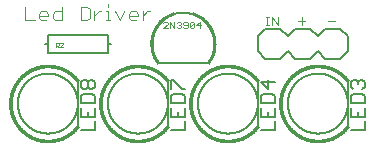
<source format=gto>
G75*
%MOIN*%
%OFA0B0*%
%FSLAX25Y25*%
%IPPOS*%
%LPD*%
%AMOC8*
5,1,8,0,0,1.08239X$1,22.5*
%
%ADD10C,0.00300*%
%ADD11C,0.00400*%
%ADD12C,0.00800*%
%ADD13C,0.00080*%
%ADD14C,0.00200*%
%ADD15C,0.00100*%
%ADD16C,0.00600*%
%ADD17C,0.00500*%
D10*
X0118695Y0042050D02*
X0119662Y0042050D01*
X0119178Y0042050D02*
X0119178Y0044952D01*
X0118695Y0044952D02*
X0119662Y0044952D01*
X0120659Y0044952D02*
X0122594Y0042050D01*
X0122594Y0044952D01*
X0120659Y0044952D02*
X0120659Y0042050D01*
X0129308Y0043502D02*
X0131777Y0043502D01*
X0130543Y0044736D02*
X0130543Y0042267D01*
X0139308Y0043502D02*
X0141777Y0043502D01*
D11*
X0079900Y0046769D02*
X0079133Y0046769D01*
X0077598Y0045235D01*
X0076064Y0045235D02*
X0072994Y0045235D01*
X0072994Y0046002D02*
X0072994Y0044467D01*
X0073762Y0043700D01*
X0075296Y0043700D01*
X0077598Y0043700D02*
X0077598Y0046769D01*
X0076064Y0046002D02*
X0076064Y0045235D01*
X0076064Y0046002D02*
X0075296Y0046769D01*
X0073762Y0046769D01*
X0072994Y0046002D01*
X0071460Y0046769D02*
X0069925Y0043700D01*
X0068390Y0046769D01*
X0066089Y0046769D02*
X0066089Y0043700D01*
X0066856Y0043700D02*
X0065321Y0043700D01*
X0061485Y0043700D02*
X0061485Y0046769D01*
X0063019Y0046769D02*
X0063787Y0046769D01*
X0063019Y0046769D02*
X0061485Y0045235D01*
X0059950Y0044467D02*
X0059950Y0047537D01*
X0059183Y0048304D01*
X0056881Y0048304D01*
X0056881Y0043700D01*
X0059183Y0043700D01*
X0059950Y0044467D01*
X0065321Y0046769D02*
X0066089Y0046769D01*
X0066089Y0048304D02*
X0066089Y0049071D01*
X0050742Y0048304D02*
X0050742Y0043700D01*
X0048440Y0043700D01*
X0047673Y0044467D01*
X0047673Y0046002D01*
X0048440Y0046769D01*
X0050742Y0046769D01*
X0046138Y0046002D02*
X0046138Y0045235D01*
X0043069Y0045235D01*
X0043069Y0046002D02*
X0043069Y0044467D01*
X0043836Y0043700D01*
X0045371Y0043700D01*
X0041534Y0043700D02*
X0038465Y0043700D01*
X0038465Y0048304D01*
X0043069Y0046002D02*
X0043836Y0046769D01*
X0045371Y0046769D01*
X0046138Y0046002D01*
D12*
X0046000Y0039000D02*
X0046000Y0036000D01*
X0045000Y0036000D01*
X0046000Y0036000D02*
X0046000Y0033000D01*
X0066000Y0033000D01*
X0066000Y0036000D01*
X0067000Y0036000D01*
X0066000Y0036000D02*
X0066000Y0039000D01*
X0046000Y0039000D01*
X0082754Y0029500D02*
X0099246Y0029500D01*
X0116000Y0033500D02*
X0116000Y0038500D01*
X0118500Y0041000D01*
X0123500Y0041000D01*
X0126000Y0038500D01*
X0128500Y0041000D01*
X0133500Y0041000D01*
X0136000Y0038500D01*
X0138500Y0041000D01*
X0143500Y0041000D01*
X0146000Y0038500D01*
X0146000Y0033500D01*
X0143500Y0031000D01*
X0138500Y0031000D01*
X0136000Y0033500D01*
X0133500Y0031000D01*
X0128500Y0031000D01*
X0126000Y0033500D01*
X0123500Y0031000D01*
X0118500Y0031000D01*
X0116000Y0033500D01*
X0093500Y0046000D02*
X0093225Y0046057D01*
X0092948Y0046108D01*
X0092670Y0046152D01*
X0092392Y0046190D01*
X0092112Y0046220D01*
X0091832Y0046244D01*
X0091551Y0046261D01*
X0091270Y0046271D01*
X0090989Y0046274D01*
X0090708Y0046270D01*
X0090427Y0046260D01*
X0090146Y0046242D01*
X0089866Y0046218D01*
X0089587Y0046187D01*
X0089308Y0046149D01*
X0089030Y0046104D01*
X0088754Y0046053D01*
X0088479Y0045995D01*
X0088205Y0045930D01*
X0087933Y0045858D01*
X0087663Y0045780D01*
X0087395Y0045696D01*
X0087129Y0045604D01*
X0086865Y0045507D01*
X0086604Y0045403D01*
X0086345Y0045292D01*
X0086089Y0045175D01*
X0085836Y0045052D01*
X0085587Y0044923D01*
X0085340Y0044788D01*
X0085097Y0044647D01*
X0084857Y0044500D01*
X0084621Y0044347D01*
X0084389Y0044189D01*
X0084160Y0044025D01*
X0083936Y0043855D01*
X0083716Y0043680D01*
X0083500Y0043500D01*
X0093500Y0046000D02*
X0093775Y0045935D01*
X0094048Y0045864D01*
X0094319Y0045786D01*
X0094589Y0045701D01*
X0094856Y0045610D01*
X0095121Y0045512D01*
X0095383Y0045408D01*
X0095643Y0045297D01*
X0095900Y0045181D01*
X0096154Y0045057D01*
X0096405Y0044928D01*
X0096652Y0044793D01*
X0096897Y0044651D01*
X0097137Y0044504D01*
X0097374Y0044350D01*
X0097608Y0044191D01*
X0097837Y0044027D01*
X0098062Y0043856D01*
X0098283Y0043681D01*
X0098500Y0043500D01*
X0093500Y0046000D02*
X0093226Y0046057D01*
X0092951Y0046108D01*
X0092674Y0046152D01*
X0092397Y0046189D01*
X0092118Y0046220D01*
X0091839Y0046243D01*
X0091560Y0046260D01*
X0091280Y0046271D01*
X0091000Y0046274D01*
X0090720Y0046271D01*
X0090440Y0046260D01*
X0090161Y0046243D01*
X0089882Y0046220D01*
X0089603Y0046189D01*
X0089326Y0046152D01*
X0089049Y0046108D01*
X0088774Y0046057D01*
X0088500Y0046000D01*
X0086000Y0023500D02*
X0086000Y0008500D01*
X0116000Y0008500D02*
X0116000Y0023500D01*
X0146000Y0023500D02*
X0146000Y0008500D01*
X0056000Y0008500D02*
X0056000Y0023500D01*
D13*
X0099553Y0029309D02*
X0098988Y0029755D01*
X0098988Y0029754D02*
X0099138Y0029951D01*
X0099284Y0030152D01*
X0099424Y0030356D01*
X0099560Y0030564D01*
X0099690Y0030775D01*
X0099815Y0030989D01*
X0099935Y0031206D01*
X0100050Y0031426D01*
X0100159Y0031648D01*
X0100262Y0031873D01*
X0100360Y0032101D01*
X0100453Y0032331D01*
X0100540Y0032563D01*
X0100621Y0032797D01*
X0100696Y0033033D01*
X0100766Y0033271D01*
X0100830Y0033511D01*
X0100888Y0033752D01*
X0100940Y0033994D01*
X0100986Y0034238D01*
X0101026Y0034482D01*
X0101060Y0034728D01*
X0101088Y0034974D01*
X0101110Y0035221D01*
X0101126Y0035468D01*
X0101136Y0035716D01*
X0101140Y0035964D01*
X0101138Y0036212D01*
X0101130Y0036459D01*
X0101115Y0036707D01*
X0101095Y0036954D01*
X0101069Y0037200D01*
X0101036Y0037446D01*
X0100998Y0037691D01*
X0100954Y0037935D01*
X0100903Y0038178D01*
X0100847Y0038419D01*
X0100785Y0038659D01*
X0100717Y0038897D01*
X0100644Y0039134D01*
X0100564Y0039369D01*
X0100479Y0039602D01*
X0100388Y0039832D01*
X0100292Y0040060D01*
X0100189Y0040286D01*
X0100082Y0040510D01*
X0099969Y0040730D01*
X0099851Y0040948D01*
X0099727Y0041163D01*
X0099598Y0041375D01*
X0099464Y0041583D01*
X0099325Y0041789D01*
X0099181Y0041990D01*
X0099033Y0042188D01*
X0098879Y0042383D01*
X0098721Y0042574D01*
X0098558Y0042760D01*
X0098390Y0042943D01*
X0098218Y0043122D01*
X0098042Y0043296D01*
X0097861Y0043466D01*
X0097677Y0043631D01*
X0097488Y0043792D01*
X0097296Y0043949D01*
X0097100Y0044100D01*
X0096900Y0044247D01*
X0096697Y0044389D01*
X0096490Y0044525D01*
X0096280Y0044657D01*
X0096067Y0044783D01*
X0095851Y0044905D01*
X0095631Y0045020D01*
X0095410Y0045131D01*
X0095185Y0045236D01*
X0094958Y0045336D01*
X0094729Y0045430D01*
X0094497Y0045518D01*
X0094263Y0045601D01*
X0094028Y0045677D01*
X0094240Y0046365D01*
X0094493Y0046283D01*
X0094743Y0046195D01*
X0094991Y0046100D01*
X0095237Y0045999D01*
X0095480Y0045893D01*
X0095721Y0045780D01*
X0095958Y0045662D01*
X0096193Y0045538D01*
X0096425Y0045408D01*
X0096653Y0045273D01*
X0096878Y0045132D01*
X0097100Y0044985D01*
X0097317Y0044833D01*
X0097531Y0044676D01*
X0097742Y0044514D01*
X0097948Y0044347D01*
X0098150Y0044174D01*
X0098348Y0043997D01*
X0098541Y0043815D01*
X0098730Y0043628D01*
X0098914Y0043437D01*
X0099093Y0043241D01*
X0099268Y0043041D01*
X0099438Y0042837D01*
X0099602Y0042629D01*
X0099762Y0042416D01*
X0099916Y0042200D01*
X0100065Y0041980D01*
X0100208Y0041757D01*
X0100346Y0041530D01*
X0100479Y0041300D01*
X0100606Y0041067D01*
X0100727Y0040830D01*
X0100842Y0040591D01*
X0100951Y0040349D01*
X0101055Y0040104D01*
X0101152Y0039857D01*
X0101243Y0039608D01*
X0101328Y0039357D01*
X0101407Y0039103D01*
X0101480Y0038848D01*
X0101546Y0038591D01*
X0101607Y0038332D01*
X0101661Y0038072D01*
X0101708Y0037811D01*
X0101749Y0037548D01*
X0101784Y0037285D01*
X0101812Y0037021D01*
X0101834Y0036756D01*
X0101849Y0036491D01*
X0101858Y0036226D01*
X0101860Y0035960D01*
X0101856Y0035695D01*
X0101845Y0035429D01*
X0101828Y0035165D01*
X0101804Y0034900D01*
X0101774Y0034636D01*
X0101737Y0034373D01*
X0101694Y0034111D01*
X0101645Y0033850D01*
X0101589Y0033591D01*
X0101527Y0033332D01*
X0101459Y0033076D01*
X0101384Y0032821D01*
X0101303Y0032568D01*
X0101216Y0032317D01*
X0101123Y0032069D01*
X0101024Y0031822D01*
X0100919Y0031578D01*
X0100808Y0031337D01*
X0100691Y0031099D01*
X0100568Y0030863D01*
X0100440Y0030631D01*
X0100306Y0030402D01*
X0100166Y0030176D01*
X0100021Y0029953D01*
X0099870Y0029735D01*
X0099715Y0029520D01*
X0099554Y0029309D01*
X0099495Y0029355D01*
X0099655Y0029565D01*
X0099809Y0029778D01*
X0099959Y0029995D01*
X0100103Y0030216D01*
X0100242Y0030441D01*
X0100375Y0030668D01*
X0100502Y0030899D01*
X0100624Y0031133D01*
X0100740Y0031370D01*
X0100851Y0031609D01*
X0100955Y0031851D01*
X0101054Y0032096D01*
X0101146Y0032343D01*
X0101232Y0032592D01*
X0101313Y0032843D01*
X0101387Y0033096D01*
X0101455Y0033351D01*
X0101516Y0033607D01*
X0101572Y0033865D01*
X0101621Y0034124D01*
X0101663Y0034385D01*
X0101700Y0034646D01*
X0101730Y0034908D01*
X0101753Y0035170D01*
X0101770Y0035434D01*
X0101781Y0035697D01*
X0101785Y0035961D01*
X0101783Y0036224D01*
X0101774Y0036488D01*
X0101759Y0036751D01*
X0101737Y0037014D01*
X0101709Y0037276D01*
X0101675Y0037538D01*
X0101634Y0037798D01*
X0101587Y0038058D01*
X0101533Y0038316D01*
X0101474Y0038573D01*
X0101408Y0038828D01*
X0101335Y0039082D01*
X0101257Y0039333D01*
X0101172Y0039583D01*
X0101082Y0039831D01*
X0100985Y0040076D01*
X0100882Y0040319D01*
X0100774Y0040559D01*
X0100659Y0040797D01*
X0100539Y0041032D01*
X0100413Y0041263D01*
X0100282Y0041492D01*
X0100145Y0041717D01*
X0100002Y0041939D01*
X0099855Y0042157D01*
X0099701Y0042372D01*
X0099543Y0042583D01*
X0099379Y0042790D01*
X0099211Y0042993D01*
X0099038Y0043191D01*
X0098859Y0043386D01*
X0098676Y0043576D01*
X0098489Y0043761D01*
X0098297Y0043942D01*
X0098101Y0044118D01*
X0097900Y0044289D01*
X0097695Y0044455D01*
X0097487Y0044616D01*
X0097274Y0044772D01*
X0097058Y0044923D01*
X0096838Y0045069D01*
X0096614Y0045209D01*
X0096387Y0045343D01*
X0096157Y0045472D01*
X0095924Y0045595D01*
X0095688Y0045713D01*
X0095449Y0045824D01*
X0095208Y0045930D01*
X0094964Y0046030D01*
X0094717Y0046124D01*
X0094469Y0046212D01*
X0094218Y0046294D01*
X0094196Y0046222D01*
X0094445Y0046141D01*
X0094692Y0046054D01*
X0094936Y0045960D01*
X0095179Y0045861D01*
X0095419Y0045756D01*
X0095656Y0045645D01*
X0095890Y0045528D01*
X0096122Y0045406D01*
X0096350Y0045278D01*
X0096575Y0045144D01*
X0096797Y0045005D01*
X0097016Y0044861D01*
X0097230Y0044711D01*
X0097442Y0044556D01*
X0097649Y0044396D01*
X0097852Y0044231D01*
X0098051Y0044061D01*
X0098246Y0043886D01*
X0098437Y0043707D01*
X0098623Y0043523D01*
X0098805Y0043334D01*
X0098982Y0043141D01*
X0099154Y0042944D01*
X0099321Y0042742D01*
X0099484Y0042537D01*
X0099641Y0042328D01*
X0099793Y0042115D01*
X0099940Y0041898D01*
X0100081Y0041677D01*
X0100217Y0041454D01*
X0100348Y0041227D01*
X0100473Y0040997D01*
X0100592Y0040764D01*
X0100706Y0040528D01*
X0100814Y0040289D01*
X0100916Y0040048D01*
X0101012Y0039804D01*
X0101102Y0039558D01*
X0101186Y0039310D01*
X0101264Y0039060D01*
X0101335Y0038808D01*
X0101401Y0038555D01*
X0101460Y0038300D01*
X0101513Y0038043D01*
X0101560Y0037786D01*
X0101601Y0037527D01*
X0101635Y0037267D01*
X0101663Y0037007D01*
X0101684Y0036746D01*
X0101699Y0036485D01*
X0101708Y0036223D01*
X0101710Y0035961D01*
X0101706Y0035699D01*
X0101695Y0035438D01*
X0101678Y0035176D01*
X0101655Y0034915D01*
X0101625Y0034655D01*
X0101589Y0034396D01*
X0101547Y0034138D01*
X0101498Y0033880D01*
X0101443Y0033624D01*
X0101382Y0033370D01*
X0101315Y0033117D01*
X0101241Y0032865D01*
X0101161Y0032616D01*
X0101075Y0032368D01*
X0100984Y0032123D01*
X0100886Y0031880D01*
X0100782Y0031640D01*
X0100673Y0031402D01*
X0100557Y0031167D01*
X0100436Y0030935D01*
X0100310Y0030705D01*
X0100178Y0030479D01*
X0100040Y0030257D01*
X0099897Y0030037D01*
X0099748Y0029822D01*
X0099595Y0029610D01*
X0099436Y0029401D01*
X0099377Y0029448D01*
X0099535Y0029655D01*
X0099687Y0029865D01*
X0099835Y0030079D01*
X0099977Y0030297D01*
X0100113Y0030518D01*
X0100245Y0030743D01*
X0100370Y0030970D01*
X0100491Y0031201D01*
X0100605Y0031434D01*
X0100714Y0031671D01*
X0100817Y0031909D01*
X0100914Y0032150D01*
X0101005Y0032394D01*
X0101090Y0032640D01*
X0101169Y0032887D01*
X0101242Y0033137D01*
X0101309Y0033388D01*
X0101370Y0033641D01*
X0101425Y0033895D01*
X0101473Y0034151D01*
X0101515Y0034407D01*
X0101551Y0034665D01*
X0101580Y0034923D01*
X0101604Y0035182D01*
X0101620Y0035442D01*
X0101631Y0035701D01*
X0101635Y0035961D01*
X0101633Y0036221D01*
X0101624Y0036481D01*
X0101609Y0036741D01*
X0101588Y0037000D01*
X0101560Y0037259D01*
X0101526Y0037516D01*
X0101486Y0037773D01*
X0101440Y0038029D01*
X0101387Y0038284D01*
X0101328Y0038537D01*
X0101263Y0038789D01*
X0101192Y0039039D01*
X0101114Y0039287D01*
X0101031Y0039533D01*
X0100942Y0039777D01*
X0100846Y0040019D01*
X0100745Y0040259D01*
X0100638Y0040496D01*
X0100525Y0040730D01*
X0100407Y0040962D01*
X0100283Y0041190D01*
X0100153Y0041415D01*
X0100018Y0041638D01*
X0099877Y0041856D01*
X0099731Y0042072D01*
X0099580Y0042283D01*
X0099424Y0042491D01*
X0099263Y0042695D01*
X0099097Y0042895D01*
X0098926Y0043091D01*
X0098750Y0043283D01*
X0098570Y0043470D01*
X0098385Y0043653D01*
X0098196Y0043831D01*
X0098002Y0044005D01*
X0097804Y0044173D01*
X0097602Y0044337D01*
X0097397Y0044496D01*
X0097187Y0044650D01*
X0096974Y0044799D01*
X0096757Y0044942D01*
X0096536Y0045080D01*
X0096313Y0045213D01*
X0096086Y0045340D01*
X0095856Y0045462D01*
X0095623Y0045577D01*
X0095388Y0045688D01*
X0095150Y0045792D01*
X0094909Y0045891D01*
X0094666Y0045983D01*
X0094421Y0046070D01*
X0094174Y0046150D01*
X0094152Y0046079D01*
X0094397Y0045999D01*
X0094640Y0045913D01*
X0094882Y0045821D01*
X0095121Y0045723D01*
X0095357Y0045619D01*
X0095591Y0045510D01*
X0095822Y0045395D01*
X0096050Y0045274D01*
X0096276Y0045148D01*
X0096498Y0045016D01*
X0096716Y0044879D01*
X0096932Y0044737D01*
X0097143Y0044589D01*
X0097352Y0044436D01*
X0097556Y0044278D01*
X0097756Y0044116D01*
X0097953Y0043948D01*
X0098145Y0043776D01*
X0098333Y0043599D01*
X0098517Y0043417D01*
X0098696Y0043231D01*
X0098870Y0043041D01*
X0099040Y0042846D01*
X0099205Y0042648D01*
X0099365Y0042445D01*
X0099520Y0042239D01*
X0099670Y0042029D01*
X0099815Y0041815D01*
X0099954Y0041598D01*
X0100088Y0041377D01*
X0100217Y0041153D01*
X0100340Y0040927D01*
X0100458Y0040697D01*
X0100570Y0040464D01*
X0100676Y0040229D01*
X0100777Y0039991D01*
X0100871Y0039751D01*
X0100960Y0039508D01*
X0101043Y0039264D01*
X0101120Y0039017D01*
X0101190Y0038769D01*
X0101255Y0038519D01*
X0101314Y0038268D01*
X0101366Y0038015D01*
X0101412Y0037761D01*
X0101452Y0037506D01*
X0101486Y0037250D01*
X0101513Y0036993D01*
X0101534Y0036736D01*
X0101549Y0036478D01*
X0101558Y0036220D01*
X0101560Y0035962D01*
X0101556Y0035704D01*
X0101545Y0035446D01*
X0101529Y0035188D01*
X0101506Y0034931D01*
X0101476Y0034674D01*
X0101441Y0034419D01*
X0101399Y0034164D01*
X0101351Y0033910D01*
X0101297Y0033658D01*
X0101237Y0033407D01*
X0101170Y0033157D01*
X0101098Y0032909D01*
X0101019Y0032664D01*
X0100935Y0032420D01*
X0100844Y0032178D01*
X0100748Y0031938D01*
X0100645Y0031701D01*
X0100537Y0031467D01*
X0100424Y0031235D01*
X0100304Y0031006D01*
X0100180Y0030780D01*
X0100049Y0030557D01*
X0099913Y0030338D01*
X0099772Y0030121D01*
X0099626Y0029909D01*
X0099475Y0029700D01*
X0099318Y0029494D01*
X0099259Y0029541D01*
X0099415Y0029745D01*
X0099565Y0029952D01*
X0099710Y0030163D01*
X0099850Y0030378D01*
X0099985Y0030596D01*
X0100115Y0030817D01*
X0100238Y0031042D01*
X0100357Y0031269D01*
X0100470Y0031499D01*
X0100577Y0031732D01*
X0100678Y0031967D01*
X0100774Y0032205D01*
X0100864Y0032445D01*
X0100948Y0032687D01*
X0101026Y0032932D01*
X0101098Y0033178D01*
X0101164Y0033425D01*
X0101224Y0033675D01*
X0101278Y0033925D01*
X0101325Y0034177D01*
X0101367Y0034430D01*
X0101402Y0034684D01*
X0101431Y0034939D01*
X0101454Y0035194D01*
X0101471Y0035450D01*
X0101481Y0035706D01*
X0101485Y0035962D01*
X0101483Y0036218D01*
X0101474Y0036475D01*
X0101460Y0036731D01*
X0101439Y0036986D01*
X0101411Y0037241D01*
X0101378Y0037495D01*
X0101338Y0037748D01*
X0101292Y0038001D01*
X0101240Y0038252D01*
X0101182Y0038501D01*
X0101118Y0038749D01*
X0101048Y0038996D01*
X0100972Y0039241D01*
X0100889Y0039483D01*
X0100801Y0039724D01*
X0100707Y0039963D01*
X0100608Y0040199D01*
X0100502Y0040432D01*
X0100391Y0040663D01*
X0100274Y0040891D01*
X0100152Y0041117D01*
X0100024Y0041339D01*
X0099891Y0041558D01*
X0099752Y0041774D01*
X0099608Y0041986D01*
X0099460Y0042195D01*
X0099306Y0042399D01*
X0099147Y0042601D01*
X0098983Y0042798D01*
X0098814Y0042991D01*
X0098641Y0043180D01*
X0098463Y0043364D01*
X0098281Y0043545D01*
X0098094Y0043720D01*
X0097904Y0043892D01*
X0097709Y0044058D01*
X0097510Y0044220D01*
X0097307Y0044376D01*
X0097100Y0044528D01*
X0096890Y0044674D01*
X0096676Y0044816D01*
X0096459Y0044952D01*
X0096238Y0045083D01*
X0096015Y0045208D01*
X0095788Y0045328D01*
X0095559Y0045442D01*
X0095326Y0045551D01*
X0095092Y0045654D01*
X0094854Y0045751D01*
X0094615Y0045842D01*
X0094373Y0045928D01*
X0094129Y0046007D01*
X0094107Y0045935D01*
X0094349Y0045856D01*
X0094589Y0045772D01*
X0094827Y0045681D01*
X0095063Y0045585D01*
X0095296Y0045482D01*
X0095526Y0045375D01*
X0095754Y0045261D01*
X0095979Y0045142D01*
X0096201Y0045018D01*
X0096420Y0044888D01*
X0096635Y0044753D01*
X0096848Y0044612D01*
X0097057Y0044467D01*
X0097262Y0044316D01*
X0097463Y0044161D01*
X0097661Y0044000D01*
X0097854Y0043835D01*
X0098044Y0043665D01*
X0098229Y0043491D01*
X0098410Y0043312D01*
X0098586Y0043128D01*
X0098758Y0042941D01*
X0098926Y0042749D01*
X0099088Y0042553D01*
X0099246Y0042354D01*
X0099399Y0042150D01*
X0099547Y0041943D01*
X0099690Y0041732D01*
X0099827Y0041518D01*
X0099959Y0041301D01*
X0100086Y0041080D01*
X0100208Y0040856D01*
X0100324Y0040630D01*
X0100434Y0040401D01*
X0100539Y0040169D01*
X0100638Y0039934D01*
X0100731Y0039697D01*
X0100819Y0039458D01*
X0100900Y0039217D01*
X0100976Y0038974D01*
X0101046Y0038730D01*
X0101109Y0038483D01*
X0101167Y0038235D01*
X0101219Y0037986D01*
X0101264Y0037736D01*
X0101304Y0037484D01*
X0101337Y0037232D01*
X0101364Y0036979D01*
X0101385Y0036725D01*
X0101399Y0036471D01*
X0101408Y0036217D01*
X0101410Y0035962D01*
X0101406Y0035708D01*
X0101396Y0035454D01*
X0101379Y0035200D01*
X0101357Y0034946D01*
X0101328Y0034693D01*
X0101293Y0034441D01*
X0101251Y0034190D01*
X0101204Y0033940D01*
X0101151Y0033691D01*
X0101091Y0033444D01*
X0101026Y0033198D01*
X0100954Y0032954D01*
X0100877Y0032711D01*
X0100794Y0032471D01*
X0100704Y0032232D01*
X0100609Y0031996D01*
X0100509Y0031763D01*
X0100402Y0031532D01*
X0100290Y0031303D01*
X0100173Y0031077D01*
X0100049Y0030855D01*
X0099921Y0030635D01*
X0099787Y0030418D01*
X0099648Y0030205D01*
X0099504Y0029996D01*
X0099355Y0029790D01*
X0099200Y0029587D01*
X0099141Y0029634D01*
X0099294Y0029834D01*
X0099443Y0030039D01*
X0099586Y0030247D01*
X0099724Y0030459D01*
X0099857Y0030674D01*
X0099984Y0030892D01*
X0100107Y0031113D01*
X0100223Y0031337D01*
X0100335Y0031564D01*
X0100440Y0031793D01*
X0100540Y0032025D01*
X0100634Y0032260D01*
X0100723Y0032496D01*
X0100806Y0032735D01*
X0100883Y0032976D01*
X0100954Y0033218D01*
X0101019Y0033462D01*
X0101078Y0033708D01*
X0101131Y0033955D01*
X0101178Y0034203D01*
X0101219Y0034453D01*
X0101253Y0034703D01*
X0101282Y0034954D01*
X0101304Y0035206D01*
X0101321Y0035458D01*
X0101331Y0035710D01*
X0101335Y0035963D01*
X0101333Y0036215D01*
X0101324Y0036468D01*
X0101310Y0036720D01*
X0101289Y0036972D01*
X0101262Y0037223D01*
X0101229Y0037474D01*
X0101190Y0037723D01*
X0101145Y0037972D01*
X0101094Y0038219D01*
X0101037Y0038465D01*
X0100973Y0038710D01*
X0100904Y0038953D01*
X0100829Y0039194D01*
X0100748Y0039434D01*
X0100661Y0039671D01*
X0100569Y0039906D01*
X0100470Y0040139D01*
X0100366Y0040369D01*
X0100257Y0040597D01*
X0100141Y0040821D01*
X0100021Y0041043D01*
X0099895Y0041262D01*
X0099764Y0041478D01*
X0099627Y0041691D01*
X0099485Y0041900D01*
X0099339Y0042106D01*
X0099187Y0042308D01*
X0099030Y0042506D01*
X0098869Y0042700D01*
X0098703Y0042891D01*
X0098532Y0043077D01*
X0098357Y0043259D01*
X0098177Y0043437D01*
X0097993Y0043610D01*
X0097805Y0043778D01*
X0097613Y0043942D01*
X0097417Y0044102D01*
X0097217Y0044256D01*
X0097013Y0044406D01*
X0096806Y0044550D01*
X0096595Y0044690D01*
X0096381Y0044824D01*
X0096164Y0044953D01*
X0095943Y0045076D01*
X0095720Y0045194D01*
X0095494Y0045307D01*
X0095265Y0045414D01*
X0095034Y0045515D01*
X0094800Y0045611D01*
X0094564Y0045701D01*
X0094325Y0045785D01*
X0094085Y0045864D01*
X0094063Y0045792D01*
X0094302Y0045714D01*
X0094538Y0045631D01*
X0094772Y0045541D01*
X0095005Y0045446D01*
X0095234Y0045346D01*
X0095461Y0045239D01*
X0095686Y0045127D01*
X0095908Y0045010D01*
X0096126Y0044888D01*
X0096342Y0044760D01*
X0096555Y0044626D01*
X0096764Y0044488D01*
X0096970Y0044345D01*
X0097172Y0044196D01*
X0097370Y0044043D01*
X0097565Y0043885D01*
X0097756Y0043722D01*
X0097942Y0043554D01*
X0098125Y0043382D01*
X0098303Y0043206D01*
X0098477Y0043025D01*
X0098647Y0042841D01*
X0098812Y0042652D01*
X0098972Y0042459D01*
X0099128Y0042262D01*
X0099278Y0042061D01*
X0099424Y0041857D01*
X0099564Y0041650D01*
X0099700Y0041438D01*
X0099830Y0041224D01*
X0099955Y0041007D01*
X0100075Y0040786D01*
X0100189Y0040563D01*
X0100298Y0040337D01*
X0100401Y0040109D01*
X0100499Y0039878D01*
X0100591Y0039644D01*
X0100677Y0039409D01*
X0100758Y0039171D01*
X0100832Y0038932D01*
X0100901Y0038690D01*
X0100964Y0038448D01*
X0101021Y0038203D01*
X0101071Y0037958D01*
X0101116Y0037711D01*
X0101155Y0037463D01*
X0101188Y0037214D01*
X0101215Y0036965D01*
X0101235Y0036715D01*
X0101249Y0036465D01*
X0101258Y0036214D01*
X0101260Y0035963D01*
X0101256Y0035712D01*
X0101246Y0035462D01*
X0101230Y0035212D01*
X0101207Y0034962D01*
X0101179Y0034713D01*
X0101144Y0034464D01*
X0101104Y0034217D01*
X0101057Y0033970D01*
X0101005Y0033725D01*
X0100946Y0033481D01*
X0100881Y0033239D01*
X0100811Y0032998D01*
X0100735Y0032759D01*
X0100653Y0032522D01*
X0100565Y0032287D01*
X0100471Y0032054D01*
X0100372Y0031824D01*
X0100267Y0031596D01*
X0100156Y0031371D01*
X0100041Y0031149D01*
X0099919Y0030929D01*
X0099793Y0030713D01*
X0099661Y0030499D01*
X0099524Y0030289D01*
X0099382Y0030083D01*
X0099234Y0029879D01*
X0099082Y0029680D01*
X0099023Y0029726D01*
X0099174Y0029924D01*
X0099321Y0030126D01*
X0099462Y0030331D01*
X0099598Y0030540D01*
X0099729Y0030751D01*
X0099854Y0030966D01*
X0099975Y0031184D01*
X0100090Y0031405D01*
X0100199Y0031629D01*
X0100303Y0031855D01*
X0100402Y0032083D01*
X0100495Y0032314D01*
X0100582Y0032548D01*
X0100664Y0032783D01*
X0100739Y0033020D01*
X0100809Y0033259D01*
X0100873Y0033500D01*
X0100931Y0033742D01*
X0100984Y0033985D01*
X0101030Y0034230D01*
X0101070Y0034475D01*
X0101105Y0034722D01*
X0101133Y0034969D01*
X0101155Y0035217D01*
X0101171Y0035466D01*
X0101181Y0035715D01*
X0101185Y0035964D01*
X0101183Y0036213D01*
X0101175Y0036461D01*
X0101160Y0036710D01*
X0101140Y0036958D01*
X0101113Y0037206D01*
X0101081Y0037452D01*
X0101042Y0037698D01*
X0100998Y0037943D01*
X0100947Y0038187D01*
X0100891Y0038430D01*
X0100829Y0038671D01*
X0100760Y0038910D01*
X0100686Y0039148D01*
X0100606Y0039384D01*
X0100521Y0039618D01*
X0100430Y0039849D01*
X0100333Y0040078D01*
X0100230Y0040305D01*
X0100122Y0040530D01*
X0100009Y0040751D01*
X0099890Y0040970D01*
X0099766Y0041186D01*
X0099636Y0041399D01*
X0099502Y0041608D01*
X0099362Y0041814D01*
X0099218Y0042017D01*
X0099068Y0042216D01*
X0098914Y0042411D01*
X0098755Y0042603D01*
X0098591Y0042790D01*
X0098423Y0042974D01*
X0098250Y0043153D01*
X0098073Y0043328D01*
X0097892Y0043499D01*
X0097706Y0043665D01*
X0097517Y0043827D01*
X0097324Y0043984D01*
X0097127Y0044136D01*
X0096926Y0044283D01*
X0096722Y0044426D01*
X0096514Y0044563D01*
X0096303Y0044695D01*
X0096089Y0044822D01*
X0095872Y0044944D01*
X0095652Y0045061D01*
X0095429Y0045172D01*
X0095204Y0045277D01*
X0094975Y0045377D01*
X0094745Y0045471D01*
X0094512Y0045560D01*
X0094278Y0045643D01*
X0094041Y0045720D01*
X0087761Y0046365D02*
X0087973Y0045677D01*
X0087972Y0045677D02*
X0087737Y0045601D01*
X0087503Y0045518D01*
X0087271Y0045430D01*
X0087042Y0045336D01*
X0086815Y0045236D01*
X0086591Y0045131D01*
X0086369Y0045021D01*
X0086150Y0044905D01*
X0085933Y0044783D01*
X0085720Y0044657D01*
X0085510Y0044525D01*
X0085303Y0044389D01*
X0085100Y0044247D01*
X0084900Y0044100D01*
X0084704Y0043949D01*
X0084512Y0043792D01*
X0084323Y0043631D01*
X0084139Y0043466D01*
X0083958Y0043296D01*
X0083782Y0043122D01*
X0083610Y0042943D01*
X0083443Y0042761D01*
X0083280Y0042574D01*
X0083121Y0042383D01*
X0082968Y0042189D01*
X0082819Y0041990D01*
X0082675Y0041789D01*
X0082536Y0041583D01*
X0082402Y0041375D01*
X0082273Y0041163D01*
X0082149Y0040948D01*
X0082031Y0040730D01*
X0081918Y0040510D01*
X0081811Y0040286D01*
X0081709Y0040061D01*
X0081612Y0039832D01*
X0081521Y0039602D01*
X0081436Y0039369D01*
X0081357Y0039134D01*
X0081283Y0038897D01*
X0081215Y0038659D01*
X0081153Y0038419D01*
X0081097Y0038178D01*
X0081046Y0037935D01*
X0081002Y0037691D01*
X0080964Y0037446D01*
X0080931Y0037200D01*
X0080905Y0036954D01*
X0080885Y0036707D01*
X0080870Y0036460D01*
X0080862Y0036212D01*
X0080860Y0035964D01*
X0080864Y0035716D01*
X0080874Y0035468D01*
X0080890Y0035221D01*
X0080912Y0034974D01*
X0080940Y0034728D01*
X0080974Y0034482D01*
X0081014Y0034238D01*
X0081060Y0033994D01*
X0081112Y0033752D01*
X0081170Y0033511D01*
X0081234Y0033271D01*
X0081304Y0033034D01*
X0081379Y0032797D01*
X0081460Y0032563D01*
X0081547Y0032331D01*
X0081640Y0032101D01*
X0081738Y0031873D01*
X0081841Y0031648D01*
X0081950Y0031426D01*
X0082065Y0031206D01*
X0082185Y0030989D01*
X0082310Y0030775D01*
X0082440Y0030564D01*
X0082576Y0030357D01*
X0082716Y0030152D01*
X0082861Y0029952D01*
X0083012Y0029754D01*
X0082447Y0029309D01*
X0082446Y0029309D01*
X0082285Y0029520D01*
X0082129Y0029735D01*
X0081979Y0029954D01*
X0081834Y0030176D01*
X0081694Y0030402D01*
X0081560Y0030631D01*
X0081432Y0030863D01*
X0081309Y0031099D01*
X0081192Y0031337D01*
X0081081Y0031579D01*
X0080976Y0031822D01*
X0080877Y0032069D01*
X0080783Y0032317D01*
X0080696Y0032568D01*
X0080616Y0032821D01*
X0080541Y0033076D01*
X0080473Y0033333D01*
X0080411Y0033591D01*
X0080355Y0033850D01*
X0080305Y0034111D01*
X0080263Y0034373D01*
X0080226Y0034636D01*
X0080196Y0034900D01*
X0080172Y0035165D01*
X0080155Y0035430D01*
X0080144Y0035695D01*
X0080140Y0035960D01*
X0080142Y0036226D01*
X0080151Y0036491D01*
X0080166Y0036757D01*
X0080188Y0037021D01*
X0080216Y0037285D01*
X0080251Y0037548D01*
X0080292Y0037811D01*
X0080340Y0038072D01*
X0080393Y0038332D01*
X0080454Y0038591D01*
X0080520Y0038848D01*
X0080593Y0039103D01*
X0080672Y0039357D01*
X0080757Y0039608D01*
X0080848Y0039858D01*
X0080946Y0040105D01*
X0081049Y0040349D01*
X0081158Y0040591D01*
X0081273Y0040830D01*
X0081394Y0041067D01*
X0081521Y0041300D01*
X0081654Y0041530D01*
X0081792Y0041757D01*
X0081935Y0041981D01*
X0082084Y0042200D01*
X0082238Y0042417D01*
X0082398Y0042629D01*
X0082562Y0042837D01*
X0082732Y0043041D01*
X0082907Y0043241D01*
X0083086Y0043437D01*
X0083270Y0043628D01*
X0083459Y0043815D01*
X0083653Y0043997D01*
X0083850Y0044174D01*
X0084052Y0044347D01*
X0084258Y0044514D01*
X0084469Y0044676D01*
X0084683Y0044834D01*
X0084901Y0044985D01*
X0085122Y0045132D01*
X0085347Y0045273D01*
X0085575Y0045408D01*
X0085807Y0045538D01*
X0086042Y0045662D01*
X0086280Y0045780D01*
X0086520Y0045893D01*
X0086763Y0046000D01*
X0087009Y0046100D01*
X0087257Y0046195D01*
X0087508Y0046283D01*
X0087760Y0046365D01*
X0087782Y0046294D01*
X0087531Y0046212D01*
X0087283Y0046124D01*
X0087036Y0046030D01*
X0086792Y0045930D01*
X0086551Y0045825D01*
X0086312Y0045713D01*
X0086076Y0045595D01*
X0085843Y0045472D01*
X0085613Y0045343D01*
X0085386Y0045209D01*
X0085162Y0045069D01*
X0084943Y0044923D01*
X0084726Y0044772D01*
X0084514Y0044616D01*
X0084305Y0044455D01*
X0084100Y0044289D01*
X0083900Y0044118D01*
X0083703Y0043942D01*
X0083511Y0043761D01*
X0083324Y0043576D01*
X0083141Y0043386D01*
X0082963Y0043191D01*
X0082789Y0042993D01*
X0082621Y0042790D01*
X0082457Y0042583D01*
X0082299Y0042372D01*
X0082146Y0042158D01*
X0081998Y0041939D01*
X0081855Y0041717D01*
X0081718Y0041492D01*
X0081587Y0041263D01*
X0081461Y0041032D01*
X0081341Y0040797D01*
X0081226Y0040559D01*
X0081118Y0040319D01*
X0081015Y0040076D01*
X0080918Y0039831D01*
X0080828Y0039583D01*
X0080743Y0039334D01*
X0080665Y0039082D01*
X0080592Y0038828D01*
X0080526Y0038573D01*
X0080467Y0038316D01*
X0080413Y0038058D01*
X0080366Y0037798D01*
X0080325Y0037538D01*
X0080291Y0037276D01*
X0080263Y0037014D01*
X0080241Y0036751D01*
X0080226Y0036488D01*
X0080217Y0036225D01*
X0080215Y0035961D01*
X0080219Y0035697D01*
X0080230Y0035434D01*
X0080247Y0035171D01*
X0080270Y0034908D01*
X0080300Y0034646D01*
X0080337Y0034385D01*
X0080379Y0034125D01*
X0080428Y0033865D01*
X0080484Y0033608D01*
X0080545Y0033351D01*
X0080613Y0033096D01*
X0080687Y0032843D01*
X0080768Y0032592D01*
X0080854Y0032343D01*
X0080946Y0032096D01*
X0081045Y0031851D01*
X0081149Y0031609D01*
X0081260Y0031370D01*
X0081376Y0031133D01*
X0081498Y0030899D01*
X0081625Y0030668D01*
X0081758Y0030441D01*
X0081897Y0030216D01*
X0082041Y0029996D01*
X0082190Y0029778D01*
X0082345Y0029565D01*
X0082505Y0029355D01*
X0082564Y0029402D01*
X0082405Y0029610D01*
X0082252Y0029822D01*
X0082103Y0030038D01*
X0081960Y0030257D01*
X0081822Y0030480D01*
X0081690Y0030706D01*
X0081563Y0030935D01*
X0081442Y0031167D01*
X0081327Y0031402D01*
X0081218Y0031640D01*
X0081114Y0031880D01*
X0081016Y0032123D01*
X0080924Y0032369D01*
X0080839Y0032616D01*
X0080759Y0032865D01*
X0080685Y0033117D01*
X0080618Y0033370D01*
X0080557Y0033624D01*
X0080502Y0033880D01*
X0080453Y0034138D01*
X0080411Y0034396D01*
X0080375Y0034655D01*
X0080345Y0034916D01*
X0080322Y0035176D01*
X0080305Y0035438D01*
X0080294Y0035699D01*
X0080290Y0035961D01*
X0080292Y0036223D01*
X0080301Y0036485D01*
X0080316Y0036746D01*
X0080337Y0037007D01*
X0080365Y0037268D01*
X0080399Y0037527D01*
X0080440Y0037786D01*
X0080487Y0038044D01*
X0080540Y0038300D01*
X0080599Y0038555D01*
X0080665Y0038808D01*
X0080737Y0039060D01*
X0080814Y0039310D01*
X0080898Y0039558D01*
X0080988Y0039804D01*
X0081084Y0040048D01*
X0081186Y0040289D01*
X0081294Y0040528D01*
X0081408Y0040764D01*
X0081527Y0040997D01*
X0081652Y0041227D01*
X0081783Y0041454D01*
X0081919Y0041678D01*
X0082060Y0041898D01*
X0082207Y0042115D01*
X0082359Y0042328D01*
X0082516Y0042537D01*
X0082679Y0042743D01*
X0082846Y0042944D01*
X0083018Y0043141D01*
X0083195Y0043334D01*
X0083377Y0043523D01*
X0083563Y0043707D01*
X0083754Y0043887D01*
X0083949Y0044061D01*
X0084148Y0044231D01*
X0084351Y0044396D01*
X0084559Y0044556D01*
X0084770Y0044711D01*
X0084984Y0044861D01*
X0085203Y0045005D01*
X0085425Y0045144D01*
X0085650Y0045278D01*
X0085878Y0045406D01*
X0086110Y0045528D01*
X0086344Y0045645D01*
X0086582Y0045756D01*
X0086821Y0045861D01*
X0087064Y0045960D01*
X0087308Y0046054D01*
X0087555Y0046141D01*
X0087804Y0046222D01*
X0087826Y0046150D01*
X0087579Y0046070D01*
X0087334Y0045983D01*
X0087091Y0045891D01*
X0086850Y0045792D01*
X0086612Y0045688D01*
X0086377Y0045578D01*
X0086144Y0045462D01*
X0085914Y0045340D01*
X0085687Y0045213D01*
X0085464Y0045080D01*
X0085243Y0044942D01*
X0085026Y0044799D01*
X0084813Y0044650D01*
X0084604Y0044496D01*
X0084398Y0044337D01*
X0084196Y0044174D01*
X0083998Y0044005D01*
X0083804Y0043831D01*
X0083615Y0043653D01*
X0083430Y0043470D01*
X0083250Y0043283D01*
X0083074Y0043091D01*
X0082903Y0042895D01*
X0082737Y0042695D01*
X0082576Y0042491D01*
X0082420Y0042283D01*
X0082269Y0042072D01*
X0082123Y0041856D01*
X0081982Y0041638D01*
X0081847Y0041416D01*
X0081717Y0041190D01*
X0081593Y0040962D01*
X0081475Y0040730D01*
X0081362Y0040496D01*
X0081255Y0040259D01*
X0081154Y0040019D01*
X0081059Y0039778D01*
X0080969Y0039533D01*
X0080886Y0039287D01*
X0080808Y0039039D01*
X0080737Y0038789D01*
X0080672Y0038537D01*
X0080613Y0038284D01*
X0080560Y0038029D01*
X0080514Y0037773D01*
X0080474Y0037517D01*
X0080440Y0037259D01*
X0080412Y0037000D01*
X0080391Y0036741D01*
X0080376Y0036481D01*
X0080367Y0036222D01*
X0080365Y0035962D01*
X0080369Y0035702D01*
X0080380Y0035442D01*
X0080396Y0035182D01*
X0080420Y0034923D01*
X0080449Y0034665D01*
X0080485Y0034407D01*
X0080527Y0034151D01*
X0080575Y0033895D01*
X0080630Y0033641D01*
X0080691Y0033388D01*
X0080758Y0033137D01*
X0080831Y0032888D01*
X0080910Y0032640D01*
X0080995Y0032394D01*
X0081086Y0032151D01*
X0081183Y0031909D01*
X0081286Y0031671D01*
X0081395Y0031435D01*
X0081509Y0031201D01*
X0081629Y0030970D01*
X0081755Y0030743D01*
X0081887Y0030518D01*
X0082023Y0030297D01*
X0082165Y0030080D01*
X0082313Y0029865D01*
X0082465Y0029655D01*
X0082623Y0029448D01*
X0082682Y0029494D01*
X0082525Y0029700D01*
X0082374Y0029909D01*
X0082227Y0030122D01*
X0082086Y0030338D01*
X0081951Y0030557D01*
X0081820Y0030780D01*
X0081695Y0031006D01*
X0081576Y0031235D01*
X0081462Y0031467D01*
X0081354Y0031701D01*
X0081252Y0031938D01*
X0081156Y0032178D01*
X0081065Y0032420D01*
X0080981Y0032664D01*
X0080902Y0032910D01*
X0080830Y0033157D01*
X0080763Y0033407D01*
X0080703Y0033658D01*
X0080649Y0033910D01*
X0080601Y0034164D01*
X0080559Y0034419D01*
X0080524Y0034675D01*
X0080494Y0034931D01*
X0080471Y0035188D01*
X0080455Y0035446D01*
X0080444Y0035704D01*
X0080440Y0035962D01*
X0080442Y0036220D01*
X0080451Y0036478D01*
X0080466Y0036736D01*
X0080487Y0036993D01*
X0080514Y0037250D01*
X0080548Y0037506D01*
X0080588Y0037761D01*
X0080634Y0038015D01*
X0080686Y0038268D01*
X0080745Y0038519D01*
X0080810Y0038769D01*
X0080880Y0039017D01*
X0080957Y0039264D01*
X0081040Y0039508D01*
X0081129Y0039751D01*
X0081223Y0039991D01*
X0081324Y0040229D01*
X0081430Y0040464D01*
X0081542Y0040697D01*
X0081660Y0040927D01*
X0081783Y0041154D01*
X0081912Y0041377D01*
X0082046Y0041598D01*
X0082185Y0041815D01*
X0082330Y0042029D01*
X0082480Y0042239D01*
X0082635Y0042445D01*
X0082795Y0042648D01*
X0082960Y0042847D01*
X0083130Y0043041D01*
X0083304Y0043231D01*
X0083484Y0043417D01*
X0083667Y0043599D01*
X0083855Y0043776D01*
X0084047Y0043948D01*
X0084244Y0044116D01*
X0084444Y0044279D01*
X0084648Y0044436D01*
X0084857Y0044589D01*
X0085068Y0044737D01*
X0085284Y0044879D01*
X0085503Y0045016D01*
X0085725Y0045148D01*
X0085950Y0045274D01*
X0086178Y0045395D01*
X0086409Y0045510D01*
X0086643Y0045619D01*
X0086879Y0045723D01*
X0087118Y0045821D01*
X0087360Y0045913D01*
X0087603Y0045999D01*
X0087848Y0046079D01*
X0087871Y0046007D01*
X0087627Y0045928D01*
X0087385Y0045842D01*
X0087146Y0045751D01*
X0086908Y0045654D01*
X0086674Y0045551D01*
X0086442Y0045442D01*
X0086212Y0045328D01*
X0085985Y0045208D01*
X0085762Y0045083D01*
X0085541Y0044952D01*
X0085324Y0044816D01*
X0085110Y0044675D01*
X0084900Y0044528D01*
X0084693Y0044376D01*
X0084491Y0044220D01*
X0084292Y0044058D01*
X0084097Y0043892D01*
X0083906Y0043721D01*
X0083719Y0043545D01*
X0083537Y0043365D01*
X0083359Y0043180D01*
X0083186Y0042991D01*
X0083017Y0042798D01*
X0082853Y0042601D01*
X0082695Y0042400D01*
X0082541Y0042195D01*
X0082392Y0041986D01*
X0082248Y0041774D01*
X0082109Y0041558D01*
X0081976Y0041339D01*
X0081848Y0041117D01*
X0081726Y0040892D01*
X0081609Y0040663D01*
X0081498Y0040432D01*
X0081392Y0040199D01*
X0081293Y0039963D01*
X0081199Y0039724D01*
X0081111Y0039484D01*
X0081028Y0039241D01*
X0080952Y0038996D01*
X0080882Y0038750D01*
X0080818Y0038501D01*
X0080760Y0038252D01*
X0080708Y0038001D01*
X0080662Y0037748D01*
X0080622Y0037495D01*
X0080589Y0037241D01*
X0080561Y0036986D01*
X0080540Y0036731D01*
X0080526Y0036475D01*
X0080517Y0036219D01*
X0080515Y0035962D01*
X0080519Y0035706D01*
X0080529Y0035450D01*
X0080546Y0035194D01*
X0080569Y0034939D01*
X0080598Y0034684D01*
X0080633Y0034430D01*
X0080675Y0034177D01*
X0080722Y0033925D01*
X0080776Y0033675D01*
X0080836Y0033425D01*
X0080902Y0033178D01*
X0080974Y0032932D01*
X0081052Y0032688D01*
X0081136Y0032445D01*
X0081226Y0032205D01*
X0081321Y0031968D01*
X0081423Y0031732D01*
X0081530Y0031499D01*
X0081643Y0031269D01*
X0081761Y0031042D01*
X0081885Y0030817D01*
X0082015Y0030596D01*
X0082150Y0030378D01*
X0082290Y0030163D01*
X0082435Y0029952D01*
X0082585Y0029745D01*
X0082741Y0029541D01*
X0082800Y0029587D01*
X0082645Y0029790D01*
X0082496Y0029996D01*
X0082352Y0030205D01*
X0082213Y0030419D01*
X0082079Y0030635D01*
X0081950Y0030855D01*
X0081827Y0031077D01*
X0081710Y0031303D01*
X0081598Y0031532D01*
X0081491Y0031763D01*
X0081391Y0031997D01*
X0081296Y0032233D01*
X0081206Y0032471D01*
X0081123Y0032711D01*
X0081046Y0032954D01*
X0080974Y0033198D01*
X0080909Y0033444D01*
X0080849Y0033692D01*
X0080796Y0033940D01*
X0080748Y0034190D01*
X0080707Y0034442D01*
X0080672Y0034694D01*
X0080643Y0034946D01*
X0080621Y0035200D01*
X0080604Y0035454D01*
X0080594Y0035708D01*
X0080590Y0035963D01*
X0080592Y0036217D01*
X0080601Y0036471D01*
X0080615Y0036726D01*
X0080636Y0036979D01*
X0080663Y0037232D01*
X0080696Y0037485D01*
X0080736Y0037736D01*
X0080781Y0037986D01*
X0080833Y0038236D01*
X0080891Y0038483D01*
X0080954Y0038730D01*
X0081024Y0038975D01*
X0081100Y0039218D01*
X0081181Y0039459D01*
X0081269Y0039698D01*
X0081362Y0039934D01*
X0081461Y0040169D01*
X0081566Y0040401D01*
X0081676Y0040630D01*
X0081792Y0040857D01*
X0081914Y0041080D01*
X0082041Y0041301D01*
X0082173Y0041518D01*
X0082310Y0041732D01*
X0082453Y0041943D01*
X0082601Y0042150D01*
X0082754Y0042354D01*
X0082912Y0042553D01*
X0083074Y0042749D01*
X0083242Y0042941D01*
X0083414Y0043128D01*
X0083590Y0043312D01*
X0083771Y0043491D01*
X0083956Y0043665D01*
X0084146Y0043835D01*
X0084339Y0044000D01*
X0084537Y0044161D01*
X0084738Y0044316D01*
X0084944Y0044467D01*
X0085152Y0044612D01*
X0085365Y0044753D01*
X0085580Y0044888D01*
X0085799Y0045018D01*
X0086021Y0045142D01*
X0086246Y0045261D01*
X0086474Y0045375D01*
X0086704Y0045482D01*
X0086938Y0045585D01*
X0087173Y0045681D01*
X0087411Y0045772D01*
X0087651Y0045857D01*
X0087893Y0045935D01*
X0087915Y0045864D01*
X0087675Y0045785D01*
X0087436Y0045701D01*
X0087200Y0045611D01*
X0086967Y0045515D01*
X0086735Y0045414D01*
X0086506Y0045307D01*
X0086280Y0045194D01*
X0086057Y0045076D01*
X0085836Y0044953D01*
X0085619Y0044824D01*
X0085405Y0044690D01*
X0085194Y0044550D01*
X0084987Y0044406D01*
X0084783Y0044256D01*
X0084583Y0044102D01*
X0084387Y0043943D01*
X0084195Y0043779D01*
X0084007Y0043610D01*
X0083823Y0043437D01*
X0083643Y0043259D01*
X0083468Y0043077D01*
X0083297Y0042891D01*
X0083131Y0042700D01*
X0082970Y0042506D01*
X0082813Y0042308D01*
X0082661Y0042106D01*
X0082515Y0041900D01*
X0082373Y0041691D01*
X0082236Y0041478D01*
X0082105Y0041263D01*
X0081979Y0041044D01*
X0081859Y0040822D01*
X0081743Y0040597D01*
X0081634Y0040369D01*
X0081530Y0040139D01*
X0081432Y0039906D01*
X0081339Y0039671D01*
X0081252Y0039434D01*
X0081171Y0039194D01*
X0081096Y0038953D01*
X0081027Y0038710D01*
X0080963Y0038466D01*
X0080906Y0038220D01*
X0080855Y0037972D01*
X0080810Y0037724D01*
X0080771Y0037474D01*
X0080738Y0037223D01*
X0080711Y0036972D01*
X0080690Y0036720D01*
X0080676Y0036468D01*
X0080667Y0036216D01*
X0080665Y0035963D01*
X0080669Y0035710D01*
X0080679Y0035458D01*
X0080696Y0035206D01*
X0080718Y0034954D01*
X0080747Y0034703D01*
X0080781Y0034453D01*
X0080822Y0034204D01*
X0080869Y0033955D01*
X0080922Y0033708D01*
X0080981Y0033463D01*
X0081046Y0033218D01*
X0081117Y0032976D01*
X0081194Y0032735D01*
X0081277Y0032497D01*
X0081365Y0032260D01*
X0081460Y0032026D01*
X0081560Y0031794D01*
X0081665Y0031564D01*
X0081777Y0031337D01*
X0081893Y0031113D01*
X0082016Y0030892D01*
X0082143Y0030674D01*
X0082276Y0030459D01*
X0082414Y0030247D01*
X0082557Y0030039D01*
X0082705Y0029835D01*
X0082859Y0029634D01*
X0082917Y0029680D01*
X0082765Y0029880D01*
X0082618Y0030083D01*
X0082476Y0030289D01*
X0082339Y0030499D01*
X0082207Y0030713D01*
X0082081Y0030929D01*
X0081959Y0031149D01*
X0081843Y0031371D01*
X0081733Y0031596D01*
X0081628Y0031824D01*
X0081529Y0032055D01*
X0081435Y0032287D01*
X0081347Y0032522D01*
X0081265Y0032759D01*
X0081189Y0032998D01*
X0081119Y0033239D01*
X0081054Y0033481D01*
X0080995Y0033725D01*
X0080943Y0033970D01*
X0080896Y0034217D01*
X0080856Y0034464D01*
X0080821Y0034713D01*
X0080793Y0034962D01*
X0080770Y0035212D01*
X0080754Y0035462D01*
X0080744Y0035713D01*
X0080740Y0035963D01*
X0080742Y0036214D01*
X0080751Y0036465D01*
X0080765Y0036715D01*
X0080786Y0036965D01*
X0080812Y0037215D01*
X0080845Y0037463D01*
X0080884Y0037711D01*
X0080929Y0037958D01*
X0080979Y0038203D01*
X0081036Y0038448D01*
X0081099Y0038691D01*
X0081168Y0038932D01*
X0081242Y0039171D01*
X0081323Y0039409D01*
X0081409Y0039644D01*
X0081501Y0039878D01*
X0081599Y0040109D01*
X0081702Y0040337D01*
X0081811Y0040563D01*
X0081925Y0040787D01*
X0082045Y0041007D01*
X0082170Y0041224D01*
X0082300Y0041439D01*
X0082436Y0041650D01*
X0082576Y0041857D01*
X0082722Y0042061D01*
X0082873Y0042262D01*
X0083028Y0042459D01*
X0083188Y0042652D01*
X0083353Y0042841D01*
X0083523Y0043026D01*
X0083697Y0043206D01*
X0083875Y0043383D01*
X0084058Y0043555D01*
X0084244Y0043722D01*
X0084435Y0043885D01*
X0084630Y0044043D01*
X0084828Y0044196D01*
X0085031Y0044345D01*
X0085236Y0044488D01*
X0085445Y0044626D01*
X0085658Y0044760D01*
X0085874Y0044888D01*
X0086092Y0045010D01*
X0086314Y0045127D01*
X0086539Y0045239D01*
X0086766Y0045346D01*
X0086996Y0045446D01*
X0087228Y0045541D01*
X0087462Y0045631D01*
X0087699Y0045714D01*
X0087937Y0045792D01*
X0087959Y0045720D01*
X0087722Y0045643D01*
X0087488Y0045560D01*
X0087255Y0045471D01*
X0087025Y0045377D01*
X0086797Y0045277D01*
X0086571Y0045172D01*
X0086348Y0045061D01*
X0086128Y0044944D01*
X0085911Y0044822D01*
X0085697Y0044695D01*
X0085486Y0044563D01*
X0085278Y0044426D01*
X0085074Y0044284D01*
X0084873Y0044136D01*
X0084676Y0043984D01*
X0084483Y0043827D01*
X0084294Y0043665D01*
X0084108Y0043499D01*
X0083927Y0043329D01*
X0083750Y0043153D01*
X0083577Y0042974D01*
X0083409Y0042791D01*
X0083245Y0042603D01*
X0083086Y0042411D01*
X0082932Y0042216D01*
X0082782Y0042017D01*
X0082638Y0041814D01*
X0082498Y0041608D01*
X0082364Y0041399D01*
X0082234Y0041186D01*
X0082110Y0040970D01*
X0081991Y0040751D01*
X0081878Y0040530D01*
X0081770Y0040306D01*
X0081667Y0040079D01*
X0081570Y0039849D01*
X0081479Y0039618D01*
X0081394Y0039384D01*
X0081314Y0039148D01*
X0081240Y0038910D01*
X0081171Y0038671D01*
X0081109Y0038430D01*
X0081053Y0038187D01*
X0081002Y0037944D01*
X0080958Y0037699D01*
X0080919Y0037453D01*
X0080887Y0037206D01*
X0080860Y0036958D01*
X0080840Y0036710D01*
X0080825Y0036462D01*
X0080817Y0036213D01*
X0080815Y0035964D01*
X0080819Y0035715D01*
X0080829Y0035466D01*
X0080845Y0035218D01*
X0080867Y0034970D01*
X0080895Y0034722D01*
X0080930Y0034476D01*
X0080970Y0034230D01*
X0081016Y0033985D01*
X0081068Y0033742D01*
X0081127Y0033500D01*
X0081191Y0033259D01*
X0081261Y0033020D01*
X0081336Y0032783D01*
X0081418Y0032548D01*
X0081505Y0032315D01*
X0081598Y0032084D01*
X0081697Y0031855D01*
X0081801Y0031629D01*
X0081910Y0031405D01*
X0082025Y0031185D01*
X0082146Y0030967D01*
X0082271Y0030752D01*
X0082402Y0030540D01*
X0082538Y0030331D01*
X0082679Y0030126D01*
X0082825Y0029925D01*
X0082976Y0029727D01*
D14*
X0084470Y0041100D02*
X0085938Y0042568D01*
X0085938Y0042935D01*
X0085571Y0043302D01*
X0084837Y0043302D01*
X0084470Y0042935D01*
X0086680Y0043302D02*
X0088148Y0041100D01*
X0088148Y0043302D01*
X0088890Y0042935D02*
X0089257Y0043302D01*
X0089991Y0043302D01*
X0090358Y0042935D01*
X0090358Y0042568D01*
X0089991Y0042201D01*
X0090358Y0041834D01*
X0090358Y0041467D01*
X0089991Y0041100D01*
X0089257Y0041100D01*
X0088890Y0041467D01*
X0086680Y0041100D02*
X0086680Y0043302D01*
X0089624Y0042201D02*
X0089991Y0042201D01*
X0091100Y0042568D02*
X0091100Y0042935D01*
X0091467Y0043302D01*
X0092201Y0043302D01*
X0092568Y0042935D01*
X0092568Y0041467D01*
X0092201Y0041100D01*
X0091467Y0041100D01*
X0091100Y0041467D01*
X0093310Y0041467D02*
X0094778Y0042935D01*
X0094778Y0041467D01*
X0094411Y0041100D01*
X0093677Y0041100D01*
X0093310Y0041467D01*
X0093310Y0042935D01*
X0093677Y0043302D01*
X0094411Y0043302D01*
X0094778Y0042935D01*
X0095520Y0042201D02*
X0096988Y0042201D01*
X0096621Y0043302D02*
X0095520Y0042201D01*
X0096621Y0041100D02*
X0096621Y0043302D01*
X0092568Y0042201D02*
X0091467Y0042201D01*
X0091100Y0042568D01*
X0085938Y0041100D02*
X0084470Y0041100D01*
D15*
X0056329Y0023809D02*
X0055609Y0023269D01*
X0055610Y0023270D02*
X0055429Y0023503D01*
X0055243Y0023731D01*
X0055051Y0023955D01*
X0054854Y0024174D01*
X0054652Y0024388D01*
X0054444Y0024597D01*
X0054231Y0024800D01*
X0054014Y0024999D01*
X0053791Y0025192D01*
X0053564Y0025380D01*
X0053333Y0025562D01*
X0053097Y0025739D01*
X0052856Y0025909D01*
X0052612Y0026074D01*
X0052364Y0026232D01*
X0052112Y0026385D01*
X0051856Y0026531D01*
X0051597Y0026671D01*
X0051334Y0026805D01*
X0051069Y0026932D01*
X0050800Y0027053D01*
X0050528Y0027167D01*
X0050254Y0027274D01*
X0049977Y0027375D01*
X0049698Y0027469D01*
X0049416Y0027556D01*
X0049133Y0027636D01*
X0048847Y0027709D01*
X0048560Y0027775D01*
X0048271Y0027834D01*
X0047981Y0027886D01*
X0047690Y0027931D01*
X0047398Y0027969D01*
X0047105Y0027999D01*
X0046811Y0028023D01*
X0046517Y0028039D01*
X0046223Y0028048D01*
X0045928Y0028050D01*
X0045633Y0028044D01*
X0045339Y0028032D01*
X0045045Y0028012D01*
X0044752Y0027985D01*
X0044459Y0027951D01*
X0044167Y0027910D01*
X0043877Y0027861D01*
X0043587Y0027806D01*
X0043300Y0027744D01*
X0043013Y0027674D01*
X0042729Y0027597D01*
X0042446Y0027514D01*
X0042166Y0027424D01*
X0041888Y0027327D01*
X0041612Y0027223D01*
X0041339Y0027112D01*
X0041069Y0026995D01*
X0040801Y0026871D01*
X0040537Y0026741D01*
X0040276Y0026604D01*
X0040019Y0026461D01*
X0039765Y0026311D01*
X0039514Y0026156D01*
X0039268Y0025994D01*
X0039026Y0025827D01*
X0038788Y0025653D01*
X0038554Y0025474D01*
X0038324Y0025289D01*
X0038100Y0025099D01*
X0037879Y0024903D01*
X0037664Y0024702D01*
X0037454Y0024495D01*
X0037249Y0024284D01*
X0037049Y0024067D01*
X0036854Y0023846D01*
X0036665Y0023620D01*
X0036482Y0023390D01*
X0036304Y0023155D01*
X0036132Y0022915D01*
X0035966Y0022672D01*
X0035806Y0022425D01*
X0035652Y0022174D01*
X0035504Y0021919D01*
X0035362Y0021660D01*
X0035227Y0021399D01*
X0035098Y0021134D01*
X0034976Y0020866D01*
X0034860Y0020595D01*
X0034751Y0020321D01*
X0034649Y0020045D01*
X0034554Y0019766D01*
X0034465Y0019485D01*
X0034383Y0019202D01*
X0034308Y0018917D01*
X0034241Y0018630D01*
X0034180Y0018342D01*
X0034126Y0018052D01*
X0034079Y0017761D01*
X0034040Y0017469D01*
X0034008Y0017177D01*
X0033982Y0016883D01*
X0033964Y0016589D01*
X0033954Y0016295D01*
X0033950Y0016000D01*
X0033954Y0015705D01*
X0033964Y0015411D01*
X0033982Y0015117D01*
X0034008Y0014823D01*
X0034040Y0014531D01*
X0034079Y0014239D01*
X0034126Y0013948D01*
X0034180Y0013658D01*
X0034241Y0013370D01*
X0034308Y0013083D01*
X0034383Y0012798D01*
X0034465Y0012515D01*
X0034554Y0012234D01*
X0034649Y0011955D01*
X0034751Y0011679D01*
X0034860Y0011405D01*
X0034976Y0011134D01*
X0035098Y0010866D01*
X0035227Y0010601D01*
X0035362Y0010340D01*
X0035504Y0010081D01*
X0035652Y0009826D01*
X0035806Y0009575D01*
X0035966Y0009328D01*
X0036132Y0009085D01*
X0036304Y0008845D01*
X0036482Y0008610D01*
X0036665Y0008380D01*
X0036854Y0008154D01*
X0037049Y0007933D01*
X0037249Y0007716D01*
X0037454Y0007505D01*
X0037664Y0007298D01*
X0037879Y0007097D01*
X0038100Y0006901D01*
X0038324Y0006711D01*
X0038554Y0006526D01*
X0038788Y0006347D01*
X0039026Y0006173D01*
X0039268Y0006006D01*
X0039514Y0005844D01*
X0039765Y0005689D01*
X0040019Y0005539D01*
X0040276Y0005396D01*
X0040537Y0005259D01*
X0040801Y0005129D01*
X0041069Y0005005D01*
X0041339Y0004888D01*
X0041612Y0004777D01*
X0041888Y0004673D01*
X0042166Y0004576D01*
X0042446Y0004486D01*
X0042729Y0004403D01*
X0043013Y0004326D01*
X0043300Y0004256D01*
X0043587Y0004194D01*
X0043877Y0004139D01*
X0044167Y0004090D01*
X0044459Y0004049D01*
X0044752Y0004015D01*
X0045045Y0003988D01*
X0045339Y0003968D01*
X0045633Y0003956D01*
X0045928Y0003950D01*
X0046223Y0003952D01*
X0046517Y0003961D01*
X0046811Y0003977D01*
X0047105Y0004001D01*
X0047398Y0004031D01*
X0047690Y0004069D01*
X0047981Y0004114D01*
X0048271Y0004166D01*
X0048560Y0004225D01*
X0048847Y0004291D01*
X0049133Y0004364D01*
X0049416Y0004444D01*
X0049698Y0004531D01*
X0049977Y0004625D01*
X0050254Y0004726D01*
X0050528Y0004833D01*
X0050800Y0004947D01*
X0051069Y0005068D01*
X0051334Y0005195D01*
X0051597Y0005329D01*
X0051856Y0005469D01*
X0052112Y0005615D01*
X0052364Y0005768D01*
X0052612Y0005926D01*
X0052856Y0006091D01*
X0053097Y0006261D01*
X0053333Y0006438D01*
X0053564Y0006620D01*
X0053791Y0006808D01*
X0054014Y0007001D01*
X0054231Y0007200D01*
X0054444Y0007403D01*
X0054652Y0007612D01*
X0054854Y0007826D01*
X0055051Y0008045D01*
X0055243Y0008269D01*
X0055429Y0008497D01*
X0055610Y0008730D01*
X0056329Y0008191D01*
X0056330Y0008190D01*
X0056136Y0007940D01*
X0055936Y0007694D01*
X0055730Y0007454D01*
X0055518Y0007219D01*
X0055300Y0006989D01*
X0055077Y0006764D01*
X0054849Y0006545D01*
X0054615Y0006331D01*
X0054376Y0006123D01*
X0054132Y0005921D01*
X0053883Y0005726D01*
X0053629Y0005536D01*
X0053371Y0005353D01*
X0053109Y0005176D01*
X0052842Y0005005D01*
X0052571Y0004841D01*
X0052296Y0004684D01*
X0052018Y0004533D01*
X0051735Y0004389D01*
X0051450Y0004253D01*
X0051161Y0004123D01*
X0050869Y0004000D01*
X0050574Y0003885D01*
X0050277Y0003777D01*
X0049976Y0003676D01*
X0049674Y0003582D01*
X0049369Y0003496D01*
X0049062Y0003417D01*
X0048754Y0003346D01*
X0048444Y0003283D01*
X0048132Y0003227D01*
X0047819Y0003178D01*
X0047505Y0003138D01*
X0047190Y0003105D01*
X0046874Y0003080D01*
X0046558Y0003062D01*
X0046242Y0003052D01*
X0045925Y0003050D01*
X0045608Y0003056D01*
X0045292Y0003069D01*
X0044976Y0003091D01*
X0044661Y0003119D01*
X0044346Y0003156D01*
X0044033Y0003200D01*
X0043720Y0003252D01*
X0043409Y0003312D01*
X0043100Y0003379D01*
X0042792Y0003454D01*
X0042486Y0003536D01*
X0042183Y0003625D01*
X0041881Y0003722D01*
X0041582Y0003827D01*
X0041286Y0003939D01*
X0040992Y0004057D01*
X0040702Y0004183D01*
X0040415Y0004316D01*
X0040130Y0004457D01*
X0039850Y0004604D01*
X0039573Y0004757D01*
X0039300Y0004918D01*
X0039031Y0005085D01*
X0038766Y0005259D01*
X0038506Y0005439D01*
X0038250Y0005625D01*
X0037999Y0005818D01*
X0037752Y0006016D01*
X0037510Y0006221D01*
X0037274Y0006431D01*
X0037042Y0006648D01*
X0036817Y0006870D01*
X0036596Y0007097D01*
X0036381Y0007329D01*
X0036172Y0007567D01*
X0035969Y0007810D01*
X0035771Y0008058D01*
X0035580Y0008310D01*
X0035395Y0008567D01*
X0035217Y0008829D01*
X0035045Y0009095D01*
X0034879Y0009364D01*
X0034720Y0009638D01*
X0034568Y0009916D01*
X0034423Y0010197D01*
X0034284Y0010482D01*
X0034153Y0010770D01*
X0034029Y0011062D01*
X0033911Y0011356D01*
X0033801Y0011653D01*
X0033699Y0011952D01*
X0033604Y0012254D01*
X0033516Y0012558D01*
X0033435Y0012865D01*
X0033362Y0013173D01*
X0033297Y0013483D01*
X0033239Y0013794D01*
X0033189Y0014107D01*
X0033147Y0014421D01*
X0033112Y0014735D01*
X0033085Y0015051D01*
X0033065Y0015367D01*
X0033054Y0015683D01*
X0033050Y0016000D01*
X0033054Y0016317D01*
X0033065Y0016633D01*
X0033085Y0016949D01*
X0033112Y0017265D01*
X0033147Y0017579D01*
X0033189Y0017893D01*
X0033239Y0018206D01*
X0033297Y0018517D01*
X0033362Y0018827D01*
X0033435Y0019135D01*
X0033516Y0019442D01*
X0033604Y0019746D01*
X0033699Y0020048D01*
X0033801Y0020347D01*
X0033911Y0020644D01*
X0034029Y0020938D01*
X0034153Y0021230D01*
X0034284Y0021518D01*
X0034423Y0021803D01*
X0034568Y0022084D01*
X0034720Y0022362D01*
X0034879Y0022636D01*
X0035045Y0022905D01*
X0035217Y0023171D01*
X0035395Y0023433D01*
X0035580Y0023690D01*
X0035771Y0023942D01*
X0035969Y0024190D01*
X0036172Y0024433D01*
X0036381Y0024671D01*
X0036596Y0024903D01*
X0036817Y0025130D01*
X0037042Y0025352D01*
X0037274Y0025569D01*
X0037510Y0025779D01*
X0037752Y0025984D01*
X0037999Y0026182D01*
X0038250Y0026375D01*
X0038506Y0026561D01*
X0038766Y0026741D01*
X0039031Y0026915D01*
X0039300Y0027082D01*
X0039573Y0027243D01*
X0039850Y0027396D01*
X0040130Y0027543D01*
X0040415Y0027684D01*
X0040702Y0027817D01*
X0040992Y0027943D01*
X0041286Y0028061D01*
X0041582Y0028173D01*
X0041881Y0028278D01*
X0042183Y0028375D01*
X0042486Y0028464D01*
X0042792Y0028546D01*
X0043100Y0028621D01*
X0043409Y0028688D01*
X0043720Y0028748D01*
X0044033Y0028800D01*
X0044346Y0028844D01*
X0044661Y0028881D01*
X0044976Y0028909D01*
X0045292Y0028931D01*
X0045608Y0028944D01*
X0045925Y0028950D01*
X0046242Y0028948D01*
X0046558Y0028938D01*
X0046874Y0028920D01*
X0047190Y0028895D01*
X0047505Y0028862D01*
X0047819Y0028822D01*
X0048132Y0028773D01*
X0048444Y0028717D01*
X0048754Y0028654D01*
X0049062Y0028583D01*
X0049369Y0028504D01*
X0049674Y0028418D01*
X0049976Y0028324D01*
X0050277Y0028223D01*
X0050574Y0028115D01*
X0050869Y0028000D01*
X0051161Y0027877D01*
X0051450Y0027747D01*
X0051735Y0027611D01*
X0052018Y0027467D01*
X0052296Y0027316D01*
X0052571Y0027159D01*
X0052842Y0026995D01*
X0053109Y0026824D01*
X0053371Y0026647D01*
X0053629Y0026464D01*
X0053883Y0026274D01*
X0054132Y0026079D01*
X0054376Y0025877D01*
X0054615Y0025669D01*
X0054849Y0025455D01*
X0055077Y0025236D01*
X0055300Y0025011D01*
X0055518Y0024781D01*
X0055730Y0024546D01*
X0055936Y0024306D01*
X0056136Y0024060D01*
X0056330Y0023810D01*
X0056255Y0023754D01*
X0056062Y0024002D01*
X0055863Y0024246D01*
X0055659Y0024484D01*
X0055449Y0024718D01*
X0055233Y0024946D01*
X0055011Y0025169D01*
X0054784Y0025387D01*
X0054552Y0025599D01*
X0054315Y0025805D01*
X0054073Y0026006D01*
X0053825Y0026200D01*
X0053574Y0026388D01*
X0053317Y0026570D01*
X0053057Y0026746D01*
X0052792Y0026915D01*
X0052523Y0027078D01*
X0052250Y0027234D01*
X0051974Y0027384D01*
X0051694Y0027526D01*
X0051410Y0027662D01*
X0051123Y0027791D01*
X0050833Y0027913D01*
X0050541Y0028027D01*
X0050245Y0028135D01*
X0049947Y0028235D01*
X0049647Y0028328D01*
X0049344Y0028413D01*
X0049040Y0028491D01*
X0048734Y0028562D01*
X0048426Y0028625D01*
X0048116Y0028681D01*
X0047806Y0028729D01*
X0047494Y0028769D01*
X0047181Y0028802D01*
X0046868Y0028827D01*
X0046554Y0028844D01*
X0046240Y0028854D01*
X0045925Y0028856D01*
X0045611Y0028850D01*
X0045297Y0028837D01*
X0044983Y0028816D01*
X0044670Y0028787D01*
X0044358Y0028751D01*
X0044047Y0028707D01*
X0043737Y0028655D01*
X0043428Y0028596D01*
X0043121Y0028529D01*
X0042815Y0028455D01*
X0042512Y0028374D01*
X0042210Y0028285D01*
X0041911Y0028188D01*
X0041614Y0028085D01*
X0041320Y0027974D01*
X0041029Y0027856D01*
X0040740Y0027731D01*
X0040455Y0027599D01*
X0040173Y0027460D01*
X0039895Y0027314D01*
X0039620Y0027161D01*
X0039349Y0027002D01*
X0039082Y0026836D01*
X0038819Y0026663D01*
X0038560Y0026485D01*
X0038306Y0026300D01*
X0038057Y0026108D01*
X0037812Y0025911D01*
X0037572Y0025708D01*
X0037337Y0025499D01*
X0037107Y0025284D01*
X0036883Y0025064D01*
X0036664Y0024839D01*
X0036451Y0024608D01*
X0036243Y0024372D01*
X0036041Y0024130D01*
X0035846Y0023885D01*
X0035656Y0023634D01*
X0035472Y0023379D01*
X0035295Y0023119D01*
X0035124Y0022855D01*
X0034960Y0022587D01*
X0034802Y0022315D01*
X0034651Y0022040D01*
X0034507Y0021760D01*
X0034369Y0021478D01*
X0034239Y0021192D01*
X0034115Y0020903D01*
X0033999Y0020610D01*
X0033890Y0020316D01*
X0033788Y0020018D01*
X0033694Y0019719D01*
X0033606Y0019416D01*
X0033526Y0019112D01*
X0033454Y0018807D01*
X0033389Y0018499D01*
X0033332Y0018190D01*
X0033282Y0017879D01*
X0033240Y0017568D01*
X0033205Y0017255D01*
X0033179Y0016942D01*
X0033159Y0016628D01*
X0033148Y0016314D01*
X0033144Y0016000D01*
X0033148Y0015686D01*
X0033159Y0015372D01*
X0033179Y0015058D01*
X0033205Y0014745D01*
X0033240Y0014432D01*
X0033282Y0014121D01*
X0033332Y0013810D01*
X0033389Y0013501D01*
X0033454Y0013193D01*
X0033526Y0012888D01*
X0033606Y0012584D01*
X0033694Y0012281D01*
X0033788Y0011982D01*
X0033890Y0011684D01*
X0033999Y0011390D01*
X0034115Y0011097D01*
X0034239Y0010808D01*
X0034369Y0010522D01*
X0034507Y0010240D01*
X0034651Y0009960D01*
X0034802Y0009685D01*
X0034960Y0009413D01*
X0035124Y0009145D01*
X0035295Y0008881D01*
X0035472Y0008621D01*
X0035656Y0008366D01*
X0035846Y0008115D01*
X0036041Y0007870D01*
X0036243Y0007628D01*
X0036451Y0007392D01*
X0036664Y0007161D01*
X0036883Y0006936D01*
X0037107Y0006716D01*
X0037337Y0006501D01*
X0037572Y0006292D01*
X0037812Y0006089D01*
X0038057Y0005892D01*
X0038306Y0005700D01*
X0038560Y0005515D01*
X0038819Y0005337D01*
X0039082Y0005164D01*
X0039349Y0004998D01*
X0039620Y0004839D01*
X0039895Y0004686D01*
X0040173Y0004540D01*
X0040455Y0004401D01*
X0040740Y0004269D01*
X0041029Y0004144D01*
X0041320Y0004026D01*
X0041614Y0003915D01*
X0041911Y0003812D01*
X0042210Y0003715D01*
X0042512Y0003626D01*
X0042815Y0003545D01*
X0043121Y0003471D01*
X0043428Y0003404D01*
X0043737Y0003345D01*
X0044047Y0003293D01*
X0044358Y0003249D01*
X0044670Y0003213D01*
X0044983Y0003184D01*
X0045297Y0003163D01*
X0045611Y0003150D01*
X0045925Y0003144D01*
X0046240Y0003146D01*
X0046554Y0003156D01*
X0046868Y0003173D01*
X0047181Y0003198D01*
X0047494Y0003231D01*
X0047806Y0003271D01*
X0048116Y0003319D01*
X0048426Y0003375D01*
X0048734Y0003438D01*
X0049040Y0003509D01*
X0049344Y0003587D01*
X0049647Y0003672D01*
X0049947Y0003765D01*
X0050245Y0003865D01*
X0050541Y0003973D01*
X0050833Y0004087D01*
X0051123Y0004209D01*
X0051410Y0004338D01*
X0051694Y0004474D01*
X0051974Y0004616D01*
X0052250Y0004766D01*
X0052523Y0004922D01*
X0052792Y0005085D01*
X0053057Y0005254D01*
X0053317Y0005430D01*
X0053574Y0005612D01*
X0053825Y0005800D01*
X0054073Y0005994D01*
X0054315Y0006195D01*
X0054552Y0006401D01*
X0054784Y0006613D01*
X0055011Y0006831D01*
X0055233Y0007054D01*
X0055449Y0007282D01*
X0055659Y0007516D01*
X0055863Y0007754D01*
X0056062Y0007998D01*
X0056255Y0008246D01*
X0056180Y0008303D01*
X0055988Y0008056D01*
X0055791Y0007814D01*
X0055588Y0007577D01*
X0055379Y0007346D01*
X0055165Y0007119D01*
X0054945Y0006897D01*
X0054720Y0006681D01*
X0054489Y0006471D01*
X0054254Y0006266D01*
X0054013Y0006067D01*
X0053768Y0005874D01*
X0053518Y0005688D01*
X0053264Y0005507D01*
X0053005Y0005332D01*
X0052742Y0005164D01*
X0052475Y0005003D01*
X0052204Y0004848D01*
X0051930Y0004699D01*
X0051652Y0004558D01*
X0051370Y0004423D01*
X0051086Y0004295D01*
X0050798Y0004174D01*
X0050507Y0004060D01*
X0050214Y0003954D01*
X0049918Y0003854D01*
X0049620Y0003762D01*
X0049320Y0003677D01*
X0049017Y0003600D01*
X0048713Y0003530D01*
X0048408Y0003467D01*
X0048101Y0003412D01*
X0047792Y0003364D01*
X0047483Y0003324D01*
X0047172Y0003292D01*
X0046861Y0003267D01*
X0046550Y0003250D01*
X0046238Y0003240D01*
X0045926Y0003238D01*
X0045614Y0003244D01*
X0045302Y0003257D01*
X0044991Y0003278D01*
X0044680Y0003306D01*
X0044370Y0003343D01*
X0044061Y0003386D01*
X0043753Y0003437D01*
X0043446Y0003496D01*
X0043142Y0003562D01*
X0042838Y0003636D01*
X0042537Y0003717D01*
X0042238Y0003805D01*
X0041941Y0003901D01*
X0041646Y0004004D01*
X0041354Y0004114D01*
X0041065Y0004231D01*
X0040778Y0004355D01*
X0040495Y0004486D01*
X0040215Y0004624D01*
X0039939Y0004769D01*
X0039666Y0004921D01*
X0039397Y0005079D01*
X0039132Y0005244D01*
X0038871Y0005415D01*
X0038615Y0005592D01*
X0038362Y0005776D01*
X0038115Y0005966D01*
X0037872Y0006161D01*
X0037633Y0006363D01*
X0037400Y0006571D01*
X0037172Y0006784D01*
X0036950Y0007002D01*
X0036732Y0007226D01*
X0036521Y0007455D01*
X0036315Y0007690D01*
X0036114Y0007929D01*
X0035920Y0008173D01*
X0035732Y0008422D01*
X0035549Y0008675D01*
X0035373Y0008933D01*
X0035204Y0009195D01*
X0035041Y0009461D01*
X0034884Y0009731D01*
X0034734Y0010005D01*
X0034591Y0010282D01*
X0034454Y0010562D01*
X0034325Y0010846D01*
X0034202Y0011133D01*
X0034087Y0011423D01*
X0033979Y0011716D01*
X0033877Y0012011D01*
X0033783Y0012309D01*
X0033697Y0012609D01*
X0033618Y0012910D01*
X0033546Y0013214D01*
X0033481Y0013519D01*
X0033424Y0013826D01*
X0033375Y0014134D01*
X0033333Y0014444D01*
X0033299Y0014754D01*
X0033272Y0015065D01*
X0033253Y0015376D01*
X0033242Y0015688D01*
X0033238Y0016000D01*
X0033242Y0016312D01*
X0033253Y0016624D01*
X0033272Y0016935D01*
X0033299Y0017246D01*
X0033333Y0017556D01*
X0033375Y0017866D01*
X0033424Y0018174D01*
X0033481Y0018481D01*
X0033546Y0018786D01*
X0033618Y0019090D01*
X0033697Y0019391D01*
X0033783Y0019691D01*
X0033877Y0019989D01*
X0033979Y0020284D01*
X0034087Y0020577D01*
X0034202Y0020867D01*
X0034325Y0021154D01*
X0034454Y0021438D01*
X0034591Y0021718D01*
X0034734Y0021995D01*
X0034884Y0022269D01*
X0035041Y0022539D01*
X0035204Y0022805D01*
X0035373Y0023067D01*
X0035549Y0023325D01*
X0035732Y0023578D01*
X0035920Y0023827D01*
X0036114Y0024071D01*
X0036315Y0024310D01*
X0036521Y0024545D01*
X0036732Y0024774D01*
X0036950Y0024998D01*
X0037172Y0025216D01*
X0037400Y0025429D01*
X0037633Y0025637D01*
X0037872Y0025839D01*
X0038115Y0026034D01*
X0038362Y0026224D01*
X0038615Y0026408D01*
X0038871Y0026585D01*
X0039132Y0026756D01*
X0039397Y0026921D01*
X0039666Y0027079D01*
X0039939Y0027231D01*
X0040215Y0027376D01*
X0040495Y0027514D01*
X0040778Y0027645D01*
X0041065Y0027769D01*
X0041354Y0027886D01*
X0041646Y0027996D01*
X0041941Y0028099D01*
X0042238Y0028195D01*
X0042537Y0028283D01*
X0042838Y0028364D01*
X0043142Y0028438D01*
X0043446Y0028504D01*
X0043753Y0028563D01*
X0044061Y0028614D01*
X0044370Y0028657D01*
X0044680Y0028694D01*
X0044991Y0028722D01*
X0045302Y0028743D01*
X0045614Y0028756D01*
X0045926Y0028762D01*
X0046238Y0028760D01*
X0046550Y0028750D01*
X0046861Y0028733D01*
X0047172Y0028708D01*
X0047483Y0028676D01*
X0047792Y0028636D01*
X0048101Y0028588D01*
X0048408Y0028533D01*
X0048713Y0028470D01*
X0049017Y0028400D01*
X0049320Y0028323D01*
X0049620Y0028238D01*
X0049918Y0028146D01*
X0050214Y0028046D01*
X0050507Y0027940D01*
X0050798Y0027826D01*
X0051086Y0027705D01*
X0051370Y0027577D01*
X0051652Y0027442D01*
X0051930Y0027301D01*
X0052204Y0027152D01*
X0052475Y0026997D01*
X0052742Y0026836D01*
X0053005Y0026668D01*
X0053264Y0026493D01*
X0053518Y0026312D01*
X0053768Y0026126D01*
X0054013Y0025933D01*
X0054254Y0025734D01*
X0054489Y0025529D01*
X0054720Y0025319D01*
X0054945Y0025103D01*
X0055165Y0024881D01*
X0055379Y0024654D01*
X0055588Y0024423D01*
X0055791Y0024186D01*
X0055988Y0023944D01*
X0056180Y0023697D01*
X0056104Y0023641D01*
X0055914Y0023886D01*
X0055719Y0024126D01*
X0055517Y0024361D01*
X0055310Y0024591D01*
X0055097Y0024816D01*
X0054879Y0025036D01*
X0054655Y0025250D01*
X0054426Y0025459D01*
X0054193Y0025662D01*
X0053954Y0025860D01*
X0053711Y0026051D01*
X0053462Y0026237D01*
X0053210Y0026416D01*
X0052953Y0026589D01*
X0052692Y0026756D01*
X0052427Y0026917D01*
X0052158Y0027070D01*
X0051886Y0027218D01*
X0051610Y0027358D01*
X0051330Y0027492D01*
X0051048Y0027619D01*
X0050762Y0027739D01*
X0050474Y0027852D01*
X0050183Y0027958D01*
X0049889Y0028056D01*
X0049593Y0028148D01*
X0049295Y0028232D01*
X0048995Y0028309D01*
X0048693Y0028378D01*
X0048390Y0028441D01*
X0048085Y0028495D01*
X0047779Y0028543D01*
X0047471Y0028582D01*
X0047163Y0028614D01*
X0046855Y0028639D01*
X0046545Y0028656D01*
X0046236Y0028666D01*
X0045926Y0028668D01*
X0045616Y0028662D01*
X0045307Y0028649D01*
X0044998Y0028628D01*
X0044689Y0028600D01*
X0044382Y0028564D01*
X0044075Y0028521D01*
X0043769Y0028470D01*
X0043465Y0028412D01*
X0043162Y0028346D01*
X0042861Y0028273D01*
X0042562Y0028193D01*
X0042265Y0028105D01*
X0041970Y0028010D01*
X0041678Y0027908D01*
X0041388Y0027799D01*
X0041101Y0027682D01*
X0040817Y0027559D01*
X0040536Y0027429D01*
X0040258Y0027292D01*
X0039984Y0027148D01*
X0039713Y0026998D01*
X0039446Y0026841D01*
X0039183Y0026677D01*
X0038924Y0026507D01*
X0038669Y0026331D01*
X0038418Y0026149D01*
X0038173Y0025960D01*
X0037931Y0025766D01*
X0037695Y0025566D01*
X0037464Y0025360D01*
X0037237Y0025148D01*
X0037016Y0024931D01*
X0036801Y0024709D01*
X0036590Y0024482D01*
X0036386Y0024249D01*
X0036187Y0024011D01*
X0035994Y0023769D01*
X0035807Y0023522D01*
X0035626Y0023271D01*
X0035452Y0023015D01*
X0035283Y0022755D01*
X0035121Y0022491D01*
X0034966Y0022223D01*
X0034817Y0021951D01*
X0034675Y0021676D01*
X0034539Y0021397D01*
X0034411Y0021116D01*
X0034289Y0020831D01*
X0034175Y0020543D01*
X0034067Y0020252D01*
X0033967Y0019959D01*
X0033873Y0019664D01*
X0033787Y0019366D01*
X0033709Y0019067D01*
X0033638Y0018765D01*
X0033574Y0018462D01*
X0033517Y0018158D01*
X0033468Y0017852D01*
X0033427Y0017545D01*
X0033393Y0017237D01*
X0033366Y0016928D01*
X0033347Y0016619D01*
X0033336Y0016310D01*
X0033332Y0016000D01*
X0033336Y0015690D01*
X0033347Y0015381D01*
X0033366Y0015072D01*
X0033393Y0014763D01*
X0033427Y0014455D01*
X0033468Y0014148D01*
X0033517Y0013842D01*
X0033574Y0013538D01*
X0033638Y0013235D01*
X0033709Y0012933D01*
X0033787Y0012634D01*
X0033873Y0012336D01*
X0033967Y0012041D01*
X0034067Y0011748D01*
X0034175Y0011457D01*
X0034289Y0011169D01*
X0034411Y0010884D01*
X0034539Y0010603D01*
X0034675Y0010324D01*
X0034817Y0010049D01*
X0034966Y0009777D01*
X0035121Y0009509D01*
X0035283Y0009245D01*
X0035452Y0008985D01*
X0035626Y0008729D01*
X0035807Y0008478D01*
X0035994Y0008231D01*
X0036187Y0007989D01*
X0036386Y0007751D01*
X0036590Y0007518D01*
X0036801Y0007291D01*
X0037016Y0007069D01*
X0037237Y0006852D01*
X0037464Y0006640D01*
X0037695Y0006434D01*
X0037931Y0006234D01*
X0038173Y0006040D01*
X0038418Y0005851D01*
X0038669Y0005669D01*
X0038924Y0005493D01*
X0039183Y0005323D01*
X0039446Y0005159D01*
X0039713Y0005002D01*
X0039984Y0004852D01*
X0040258Y0004708D01*
X0040536Y0004571D01*
X0040817Y0004441D01*
X0041101Y0004318D01*
X0041388Y0004201D01*
X0041678Y0004092D01*
X0041970Y0003990D01*
X0042265Y0003895D01*
X0042562Y0003807D01*
X0042861Y0003727D01*
X0043162Y0003654D01*
X0043465Y0003588D01*
X0043769Y0003530D01*
X0044075Y0003479D01*
X0044382Y0003436D01*
X0044689Y0003400D01*
X0044998Y0003372D01*
X0045307Y0003351D01*
X0045616Y0003338D01*
X0045926Y0003332D01*
X0046236Y0003334D01*
X0046545Y0003344D01*
X0046855Y0003361D01*
X0047163Y0003386D01*
X0047471Y0003418D01*
X0047779Y0003457D01*
X0048085Y0003505D01*
X0048390Y0003559D01*
X0048693Y0003622D01*
X0048995Y0003691D01*
X0049295Y0003768D01*
X0049593Y0003852D01*
X0049889Y0003944D01*
X0050183Y0004042D01*
X0050474Y0004148D01*
X0050762Y0004261D01*
X0051048Y0004381D01*
X0051330Y0004508D01*
X0051610Y0004642D01*
X0051886Y0004782D01*
X0052158Y0004930D01*
X0052427Y0005083D01*
X0052692Y0005244D01*
X0052953Y0005411D01*
X0053210Y0005584D01*
X0053462Y0005763D01*
X0053711Y0005949D01*
X0053954Y0006140D01*
X0054193Y0006338D01*
X0054426Y0006541D01*
X0054655Y0006750D01*
X0054879Y0006964D01*
X0055097Y0007184D01*
X0055310Y0007409D01*
X0055517Y0007639D01*
X0055719Y0007874D01*
X0055914Y0008114D01*
X0056104Y0008359D01*
X0056029Y0008416D01*
X0055841Y0008173D01*
X0055646Y0007934D01*
X0055446Y0007701D01*
X0055241Y0007473D01*
X0055029Y0007249D01*
X0054813Y0007031D01*
X0054591Y0006818D01*
X0054364Y0006611D01*
X0054132Y0006409D01*
X0053895Y0006213D01*
X0053653Y0006023D01*
X0053407Y0005839D01*
X0053156Y0005661D01*
X0052901Y0005489D01*
X0052642Y0005324D01*
X0052379Y0005164D01*
X0052112Y0005012D01*
X0051842Y0004865D01*
X0051568Y0004726D01*
X0051291Y0004593D01*
X0051010Y0004467D01*
X0050727Y0004348D01*
X0050440Y0004236D01*
X0050151Y0004131D01*
X0049860Y0004033D01*
X0049566Y0003942D01*
X0049270Y0003859D01*
X0048973Y0003782D01*
X0048673Y0003713D01*
X0048372Y0003652D01*
X0048069Y0003597D01*
X0047765Y0003551D01*
X0047460Y0003511D01*
X0047155Y0003479D01*
X0046848Y0003455D01*
X0046541Y0003438D01*
X0046234Y0003428D01*
X0045926Y0003426D01*
X0045619Y0003432D01*
X0045312Y0003445D01*
X0045005Y0003465D01*
X0044699Y0003494D01*
X0044393Y0003529D01*
X0044089Y0003572D01*
X0043786Y0003623D01*
X0043484Y0003680D01*
X0043183Y0003746D01*
X0042884Y0003818D01*
X0042588Y0003898D01*
X0042293Y0003985D01*
X0042000Y0004079D01*
X0041710Y0004181D01*
X0041422Y0004289D01*
X0041137Y0004404D01*
X0040855Y0004527D01*
X0040576Y0004656D01*
X0040300Y0004792D01*
X0040028Y0004935D01*
X0039759Y0005084D01*
X0039494Y0005240D01*
X0039233Y0005402D01*
X0038976Y0005571D01*
X0038723Y0005746D01*
X0038475Y0005927D01*
X0038231Y0006114D01*
X0037991Y0006307D01*
X0037757Y0006505D01*
X0037527Y0006710D01*
X0037302Y0006920D01*
X0037083Y0007135D01*
X0036869Y0007356D01*
X0036660Y0007581D01*
X0036457Y0007812D01*
X0036260Y0008048D01*
X0036068Y0008289D01*
X0035883Y0008534D01*
X0035703Y0008783D01*
X0035530Y0009037D01*
X0035363Y0009295D01*
X0035202Y0009557D01*
X0035048Y0009823D01*
X0034900Y0010093D01*
X0034759Y0010366D01*
X0034624Y0010643D01*
X0034497Y0010922D01*
X0034376Y0011205D01*
X0034262Y0011491D01*
X0034156Y0011779D01*
X0034056Y0012070D01*
X0033963Y0012363D01*
X0033878Y0012659D01*
X0033800Y0012956D01*
X0033729Y0013255D01*
X0033666Y0013556D01*
X0033610Y0013858D01*
X0033561Y0014162D01*
X0033520Y0014467D01*
X0033486Y0014772D01*
X0033460Y0015078D01*
X0033441Y0015385D01*
X0033430Y0015693D01*
X0033426Y0016000D01*
X0033430Y0016307D01*
X0033441Y0016615D01*
X0033460Y0016922D01*
X0033486Y0017228D01*
X0033520Y0017533D01*
X0033561Y0017838D01*
X0033610Y0018142D01*
X0033666Y0018444D01*
X0033729Y0018745D01*
X0033800Y0019044D01*
X0033878Y0019341D01*
X0033963Y0019637D01*
X0034056Y0019930D01*
X0034156Y0020221D01*
X0034262Y0020509D01*
X0034376Y0020795D01*
X0034497Y0021078D01*
X0034624Y0021357D01*
X0034759Y0021634D01*
X0034900Y0021907D01*
X0035048Y0022177D01*
X0035202Y0022443D01*
X0035363Y0022705D01*
X0035530Y0022963D01*
X0035703Y0023217D01*
X0035883Y0023466D01*
X0036068Y0023711D01*
X0036260Y0023952D01*
X0036457Y0024188D01*
X0036660Y0024419D01*
X0036869Y0024644D01*
X0037083Y0024865D01*
X0037302Y0025080D01*
X0037527Y0025290D01*
X0037757Y0025495D01*
X0037991Y0025693D01*
X0038231Y0025886D01*
X0038475Y0026073D01*
X0038723Y0026254D01*
X0038976Y0026429D01*
X0039233Y0026598D01*
X0039494Y0026760D01*
X0039759Y0026916D01*
X0040028Y0027065D01*
X0040300Y0027208D01*
X0040576Y0027344D01*
X0040855Y0027473D01*
X0041137Y0027596D01*
X0041422Y0027711D01*
X0041710Y0027819D01*
X0042000Y0027921D01*
X0042293Y0028015D01*
X0042588Y0028102D01*
X0042884Y0028182D01*
X0043183Y0028254D01*
X0043484Y0028320D01*
X0043786Y0028377D01*
X0044089Y0028428D01*
X0044393Y0028471D01*
X0044699Y0028506D01*
X0045005Y0028535D01*
X0045312Y0028555D01*
X0045619Y0028568D01*
X0045926Y0028574D01*
X0046234Y0028572D01*
X0046541Y0028562D01*
X0046848Y0028545D01*
X0047155Y0028521D01*
X0047460Y0028489D01*
X0047765Y0028449D01*
X0048069Y0028403D01*
X0048372Y0028348D01*
X0048673Y0028287D01*
X0048973Y0028218D01*
X0049270Y0028141D01*
X0049566Y0028058D01*
X0049860Y0027967D01*
X0050151Y0027869D01*
X0050440Y0027764D01*
X0050727Y0027652D01*
X0051010Y0027533D01*
X0051291Y0027407D01*
X0051568Y0027274D01*
X0051842Y0027135D01*
X0052112Y0026988D01*
X0052379Y0026836D01*
X0052642Y0026676D01*
X0052901Y0026511D01*
X0053156Y0026339D01*
X0053407Y0026161D01*
X0053653Y0025977D01*
X0053895Y0025787D01*
X0054132Y0025591D01*
X0054364Y0025389D01*
X0054591Y0025182D01*
X0054813Y0024969D01*
X0055029Y0024751D01*
X0055241Y0024527D01*
X0055446Y0024299D01*
X0055646Y0024066D01*
X0055841Y0023827D01*
X0056029Y0023584D01*
X0055954Y0023528D01*
X0055767Y0023769D01*
X0055574Y0024006D01*
X0055375Y0024237D01*
X0055171Y0024464D01*
X0054962Y0024686D01*
X0054747Y0024902D01*
X0054526Y0025113D01*
X0054301Y0025319D01*
X0054071Y0025519D01*
X0053835Y0025714D01*
X0053596Y0025902D01*
X0053351Y0026085D01*
X0053102Y0026262D01*
X0052849Y0026432D01*
X0052592Y0026597D01*
X0052331Y0026755D01*
X0052066Y0026906D01*
X0051798Y0027051D01*
X0051526Y0027190D01*
X0051251Y0027322D01*
X0050972Y0027447D01*
X0050691Y0027565D01*
X0050407Y0027676D01*
X0050120Y0027780D01*
X0049831Y0027878D01*
X0049539Y0027968D01*
X0049246Y0028051D01*
X0048950Y0028126D01*
X0048653Y0028195D01*
X0048354Y0028256D01*
X0048053Y0028310D01*
X0047752Y0028356D01*
X0047449Y0028396D01*
X0047146Y0028427D01*
X0046841Y0028452D01*
X0046537Y0028468D01*
X0046232Y0028478D01*
X0045927Y0028480D01*
X0045622Y0028474D01*
X0045317Y0028461D01*
X0045012Y0028441D01*
X0044708Y0028413D01*
X0044405Y0028378D01*
X0044103Y0028335D01*
X0043802Y0028285D01*
X0043502Y0028228D01*
X0043204Y0028163D01*
X0042908Y0028091D01*
X0042613Y0028012D01*
X0042320Y0027925D01*
X0042030Y0027832D01*
X0041742Y0027731D01*
X0041456Y0027623D01*
X0041173Y0027509D01*
X0040893Y0027387D01*
X0040616Y0027259D01*
X0040343Y0027124D01*
X0040073Y0026983D01*
X0039806Y0026834D01*
X0039543Y0026680D01*
X0039284Y0026519D01*
X0039028Y0026351D01*
X0038777Y0026178D01*
X0038531Y0025998D01*
X0038289Y0025812D01*
X0038051Y0025621D01*
X0037818Y0025424D01*
X0037590Y0025221D01*
X0037367Y0025012D01*
X0037149Y0024799D01*
X0036937Y0024580D01*
X0036730Y0024356D01*
X0036528Y0024126D01*
X0036332Y0023892D01*
X0036142Y0023654D01*
X0035958Y0023410D01*
X0035780Y0023163D01*
X0035608Y0022911D01*
X0035442Y0022654D01*
X0035283Y0022394D01*
X0035129Y0022130D01*
X0034983Y0021863D01*
X0034843Y0021592D01*
X0034709Y0021317D01*
X0034583Y0021040D01*
X0034463Y0020759D01*
X0034350Y0020475D01*
X0034244Y0020189D01*
X0034145Y0019901D01*
X0034053Y0019610D01*
X0033969Y0019316D01*
X0033891Y0019021D01*
X0033821Y0018724D01*
X0033758Y0018426D01*
X0033702Y0018126D01*
X0033654Y0017824D01*
X0033613Y0017522D01*
X0033580Y0017219D01*
X0033554Y0016915D01*
X0033535Y0016610D01*
X0033524Y0016305D01*
X0033520Y0016000D01*
X0033524Y0015695D01*
X0033535Y0015390D01*
X0033554Y0015085D01*
X0033580Y0014781D01*
X0033613Y0014478D01*
X0033654Y0014176D01*
X0033702Y0013874D01*
X0033758Y0013574D01*
X0033821Y0013276D01*
X0033891Y0012979D01*
X0033969Y0012684D01*
X0034053Y0012390D01*
X0034145Y0012099D01*
X0034244Y0011811D01*
X0034350Y0011525D01*
X0034463Y0011241D01*
X0034583Y0010960D01*
X0034709Y0010683D01*
X0034843Y0010408D01*
X0034983Y0010137D01*
X0035129Y0009870D01*
X0035283Y0009606D01*
X0035442Y0009346D01*
X0035608Y0009089D01*
X0035780Y0008837D01*
X0035958Y0008590D01*
X0036142Y0008346D01*
X0036332Y0008108D01*
X0036528Y0007874D01*
X0036730Y0007644D01*
X0036937Y0007420D01*
X0037149Y0007201D01*
X0037367Y0006988D01*
X0037590Y0006779D01*
X0037818Y0006576D01*
X0038051Y0006379D01*
X0038289Y0006188D01*
X0038531Y0006002D01*
X0038777Y0005822D01*
X0039028Y0005649D01*
X0039284Y0005481D01*
X0039543Y0005320D01*
X0039806Y0005166D01*
X0040073Y0005017D01*
X0040343Y0004876D01*
X0040616Y0004741D01*
X0040893Y0004613D01*
X0041173Y0004491D01*
X0041456Y0004377D01*
X0041742Y0004269D01*
X0042030Y0004168D01*
X0042320Y0004075D01*
X0042613Y0003988D01*
X0042908Y0003909D01*
X0043204Y0003837D01*
X0043502Y0003772D01*
X0043802Y0003715D01*
X0044103Y0003665D01*
X0044405Y0003622D01*
X0044708Y0003587D01*
X0045012Y0003559D01*
X0045317Y0003539D01*
X0045622Y0003526D01*
X0045927Y0003520D01*
X0046232Y0003522D01*
X0046537Y0003532D01*
X0046841Y0003548D01*
X0047146Y0003573D01*
X0047449Y0003604D01*
X0047752Y0003644D01*
X0048053Y0003690D01*
X0048354Y0003744D01*
X0048653Y0003805D01*
X0048950Y0003874D01*
X0049246Y0003949D01*
X0049539Y0004032D01*
X0049831Y0004122D01*
X0050120Y0004220D01*
X0050407Y0004324D01*
X0050691Y0004435D01*
X0050972Y0004553D01*
X0051251Y0004678D01*
X0051526Y0004810D01*
X0051798Y0004949D01*
X0052066Y0005094D01*
X0052331Y0005245D01*
X0052592Y0005403D01*
X0052849Y0005568D01*
X0053102Y0005738D01*
X0053351Y0005915D01*
X0053596Y0006098D01*
X0053835Y0006286D01*
X0054071Y0006481D01*
X0054301Y0006681D01*
X0054526Y0006887D01*
X0054747Y0007098D01*
X0054962Y0007314D01*
X0055171Y0007536D01*
X0055375Y0007763D01*
X0055574Y0007994D01*
X0055767Y0008231D01*
X0055954Y0008472D01*
X0055879Y0008528D01*
X0055693Y0008289D01*
X0055502Y0008054D01*
X0055305Y0007825D01*
X0055102Y0007600D01*
X0054894Y0007379D01*
X0054680Y0007165D01*
X0054462Y0006955D01*
X0054238Y0006751D01*
X0054010Y0006552D01*
X0053776Y0006359D01*
X0053538Y0006172D01*
X0053296Y0005991D01*
X0053049Y0005815D01*
X0052798Y0005646D01*
X0052542Y0005483D01*
X0052283Y0005326D01*
X0052020Y0005176D01*
X0051754Y0005032D01*
X0051484Y0004894D01*
X0051211Y0004763D01*
X0050935Y0004639D01*
X0050655Y0004522D01*
X0050373Y0004412D01*
X0050089Y0004308D01*
X0049802Y0004212D01*
X0049512Y0004122D01*
X0049221Y0004040D01*
X0048928Y0003965D01*
X0048632Y0003897D01*
X0048336Y0003836D01*
X0048038Y0003783D01*
X0047738Y0003737D01*
X0047438Y0003698D01*
X0047137Y0003666D01*
X0046835Y0003642D01*
X0046532Y0003625D01*
X0046230Y0003616D01*
X0045927Y0003614D01*
X0045624Y0003620D01*
X0045322Y0003633D01*
X0045019Y0003653D01*
X0044718Y0003681D01*
X0044417Y0003716D01*
X0044117Y0003758D01*
X0043818Y0003808D01*
X0043521Y0003865D01*
X0043225Y0003929D01*
X0042931Y0004000D01*
X0042638Y0004079D01*
X0042348Y0004165D01*
X0042059Y0004258D01*
X0041774Y0004357D01*
X0041490Y0004464D01*
X0041210Y0004578D01*
X0040932Y0004698D01*
X0040657Y0004826D01*
X0040385Y0004960D01*
X0040117Y0005100D01*
X0039852Y0005247D01*
X0039591Y0005401D01*
X0039334Y0005561D01*
X0039081Y0005727D01*
X0038832Y0005899D01*
X0038587Y0006077D01*
X0038346Y0006262D01*
X0038111Y0006452D01*
X0037880Y0006647D01*
X0037653Y0006849D01*
X0037432Y0007055D01*
X0037216Y0007268D01*
X0037005Y0007485D01*
X0036800Y0007707D01*
X0036600Y0007935D01*
X0036405Y0008167D01*
X0036217Y0008404D01*
X0036034Y0008646D01*
X0035857Y0008891D01*
X0035686Y0009142D01*
X0035522Y0009396D01*
X0035363Y0009654D01*
X0035211Y0009916D01*
X0035066Y0010181D01*
X0034927Y0010450D01*
X0034794Y0010723D01*
X0034669Y0010998D01*
X0034550Y0011277D01*
X0034438Y0011558D01*
X0034333Y0011842D01*
X0034234Y0012129D01*
X0034143Y0012418D01*
X0034059Y0012709D01*
X0033982Y0013002D01*
X0033913Y0013296D01*
X0033850Y0013593D01*
X0033795Y0013890D01*
X0033747Y0014189D01*
X0033706Y0014489D01*
X0033673Y0014791D01*
X0033647Y0015092D01*
X0033629Y0015395D01*
X0033618Y0015697D01*
X0033614Y0016000D01*
X0033618Y0016303D01*
X0033629Y0016605D01*
X0033647Y0016908D01*
X0033673Y0017209D01*
X0033706Y0017511D01*
X0033747Y0017811D01*
X0033795Y0018110D01*
X0033850Y0018407D01*
X0033913Y0018704D01*
X0033982Y0018998D01*
X0034059Y0019291D01*
X0034143Y0019582D01*
X0034234Y0019871D01*
X0034333Y0020158D01*
X0034438Y0020442D01*
X0034550Y0020723D01*
X0034669Y0021002D01*
X0034794Y0021277D01*
X0034927Y0021550D01*
X0035066Y0021819D01*
X0035211Y0022084D01*
X0035363Y0022346D01*
X0035522Y0022604D01*
X0035686Y0022858D01*
X0035857Y0023109D01*
X0036034Y0023354D01*
X0036217Y0023596D01*
X0036405Y0023833D01*
X0036600Y0024065D01*
X0036800Y0024293D01*
X0037005Y0024515D01*
X0037216Y0024732D01*
X0037432Y0024945D01*
X0037653Y0025151D01*
X0037880Y0025353D01*
X0038111Y0025548D01*
X0038346Y0025738D01*
X0038587Y0025923D01*
X0038832Y0026101D01*
X0039081Y0026273D01*
X0039334Y0026439D01*
X0039591Y0026599D01*
X0039852Y0026753D01*
X0040117Y0026900D01*
X0040385Y0027040D01*
X0040657Y0027174D01*
X0040932Y0027302D01*
X0041210Y0027422D01*
X0041490Y0027536D01*
X0041774Y0027643D01*
X0042059Y0027742D01*
X0042348Y0027835D01*
X0042638Y0027921D01*
X0042931Y0028000D01*
X0043225Y0028071D01*
X0043521Y0028135D01*
X0043818Y0028192D01*
X0044117Y0028242D01*
X0044417Y0028284D01*
X0044718Y0028319D01*
X0045019Y0028347D01*
X0045322Y0028367D01*
X0045624Y0028380D01*
X0045927Y0028386D01*
X0046230Y0028384D01*
X0046532Y0028375D01*
X0046835Y0028358D01*
X0047137Y0028334D01*
X0047438Y0028302D01*
X0047738Y0028263D01*
X0048038Y0028217D01*
X0048336Y0028164D01*
X0048632Y0028103D01*
X0048928Y0028035D01*
X0049221Y0027960D01*
X0049512Y0027878D01*
X0049802Y0027788D01*
X0050089Y0027692D01*
X0050373Y0027588D01*
X0050655Y0027478D01*
X0050935Y0027361D01*
X0051211Y0027237D01*
X0051484Y0027106D01*
X0051754Y0026968D01*
X0052020Y0026824D01*
X0052283Y0026674D01*
X0052542Y0026517D01*
X0052798Y0026354D01*
X0053049Y0026185D01*
X0053296Y0026009D01*
X0053538Y0025828D01*
X0053776Y0025641D01*
X0054010Y0025448D01*
X0054238Y0025249D01*
X0054462Y0025045D01*
X0054680Y0024835D01*
X0054894Y0024621D01*
X0055102Y0024400D01*
X0055305Y0024175D01*
X0055502Y0023946D01*
X0055693Y0023711D01*
X0055879Y0023472D01*
X0055804Y0023415D01*
X0055619Y0023653D01*
X0055429Y0023885D01*
X0055234Y0024114D01*
X0055033Y0024337D01*
X0054826Y0024555D01*
X0054614Y0024769D01*
X0054397Y0024977D01*
X0054175Y0025179D01*
X0053948Y0025376D01*
X0053717Y0025568D01*
X0053481Y0025754D01*
X0053240Y0025934D01*
X0052995Y0026108D01*
X0052746Y0026276D01*
X0052492Y0026438D01*
X0052235Y0026593D01*
X0051974Y0026742D01*
X0051710Y0026885D01*
X0051442Y0027022D01*
X0051171Y0027151D01*
X0050897Y0027274D01*
X0050620Y0027391D01*
X0050340Y0027500D01*
X0050057Y0027603D01*
X0049773Y0027699D01*
X0049485Y0027787D01*
X0049196Y0027869D01*
X0048905Y0027944D01*
X0048612Y0028011D01*
X0048318Y0028072D01*
X0048022Y0028125D01*
X0047725Y0028170D01*
X0047427Y0028209D01*
X0047128Y0028240D01*
X0046828Y0028264D01*
X0046528Y0028281D01*
X0046228Y0028290D01*
X0045927Y0028292D01*
X0045627Y0028286D01*
X0045326Y0028274D01*
X0045027Y0028253D01*
X0044727Y0028226D01*
X0044429Y0028191D01*
X0044131Y0028149D01*
X0043835Y0028100D01*
X0043540Y0028043D01*
X0043246Y0027979D01*
X0042954Y0027909D01*
X0042664Y0027831D01*
X0042375Y0027745D01*
X0042089Y0027653D01*
X0041805Y0027554D01*
X0041524Y0027448D01*
X0041246Y0027335D01*
X0040970Y0027216D01*
X0040697Y0027089D01*
X0040428Y0026956D01*
X0040162Y0026817D01*
X0039899Y0026671D01*
X0039640Y0026519D01*
X0039384Y0026360D01*
X0039133Y0026195D01*
X0038886Y0026024D01*
X0038643Y0025847D01*
X0038404Y0025664D01*
X0038170Y0025476D01*
X0037941Y0025282D01*
X0037717Y0025082D01*
X0037497Y0024877D01*
X0037283Y0024666D01*
X0037073Y0024450D01*
X0036869Y0024230D01*
X0036671Y0024004D01*
X0036478Y0023773D01*
X0036291Y0023538D01*
X0036109Y0023299D01*
X0035934Y0023055D01*
X0035764Y0022806D01*
X0035601Y0022554D01*
X0035444Y0022298D01*
X0035293Y0022038D01*
X0035149Y0021774D01*
X0035011Y0021507D01*
X0034879Y0021237D01*
X0034755Y0020964D01*
X0034637Y0020687D01*
X0034526Y0020408D01*
X0034421Y0020126D01*
X0034324Y0019842D01*
X0034233Y0019555D01*
X0034150Y0019266D01*
X0034074Y0018976D01*
X0034004Y0018683D01*
X0033942Y0018389D01*
X0033888Y0018094D01*
X0033840Y0017797D01*
X0033800Y0017499D01*
X0033767Y0017200D01*
X0033741Y0016901D01*
X0033723Y0016601D01*
X0033712Y0016301D01*
X0033708Y0016000D01*
X0033712Y0015699D01*
X0033723Y0015399D01*
X0033741Y0015099D01*
X0033767Y0014800D01*
X0033800Y0014501D01*
X0033840Y0014203D01*
X0033888Y0013906D01*
X0033942Y0013611D01*
X0034004Y0013317D01*
X0034074Y0013024D01*
X0034150Y0012734D01*
X0034233Y0012445D01*
X0034324Y0012158D01*
X0034421Y0011874D01*
X0034526Y0011592D01*
X0034637Y0011313D01*
X0034755Y0011036D01*
X0034879Y0010763D01*
X0035011Y0010493D01*
X0035149Y0010226D01*
X0035293Y0009962D01*
X0035444Y0009702D01*
X0035601Y0009446D01*
X0035764Y0009194D01*
X0035934Y0008945D01*
X0036109Y0008701D01*
X0036291Y0008462D01*
X0036478Y0008227D01*
X0036671Y0007996D01*
X0036869Y0007770D01*
X0037073Y0007550D01*
X0037283Y0007334D01*
X0037497Y0007123D01*
X0037717Y0006918D01*
X0037941Y0006718D01*
X0038170Y0006524D01*
X0038404Y0006336D01*
X0038643Y0006153D01*
X0038886Y0005976D01*
X0039133Y0005805D01*
X0039384Y0005640D01*
X0039640Y0005481D01*
X0039899Y0005329D01*
X0040162Y0005183D01*
X0040428Y0005044D01*
X0040697Y0004911D01*
X0040970Y0004784D01*
X0041246Y0004665D01*
X0041524Y0004552D01*
X0041805Y0004446D01*
X0042089Y0004347D01*
X0042375Y0004255D01*
X0042664Y0004169D01*
X0042954Y0004091D01*
X0043246Y0004021D01*
X0043540Y0003957D01*
X0043835Y0003900D01*
X0044131Y0003851D01*
X0044429Y0003809D01*
X0044727Y0003774D01*
X0045027Y0003747D01*
X0045326Y0003726D01*
X0045627Y0003714D01*
X0045927Y0003708D01*
X0046228Y0003710D01*
X0046528Y0003719D01*
X0046828Y0003736D01*
X0047128Y0003760D01*
X0047427Y0003791D01*
X0047725Y0003830D01*
X0048022Y0003875D01*
X0048318Y0003928D01*
X0048612Y0003989D01*
X0048905Y0004056D01*
X0049196Y0004131D01*
X0049485Y0004213D01*
X0049773Y0004301D01*
X0050057Y0004397D01*
X0050340Y0004500D01*
X0050620Y0004609D01*
X0050897Y0004726D01*
X0051171Y0004849D01*
X0051442Y0004978D01*
X0051710Y0005115D01*
X0051974Y0005258D01*
X0052235Y0005407D01*
X0052492Y0005562D01*
X0052746Y0005724D01*
X0052995Y0005892D01*
X0053240Y0006066D01*
X0053481Y0006246D01*
X0053717Y0006432D01*
X0053948Y0006624D01*
X0054175Y0006821D01*
X0054397Y0007023D01*
X0054614Y0007231D01*
X0054826Y0007445D01*
X0055033Y0007663D01*
X0055234Y0007886D01*
X0055429Y0008115D01*
X0055619Y0008347D01*
X0055804Y0008585D01*
X0055728Y0008641D01*
X0055546Y0008406D01*
X0055357Y0008175D01*
X0055163Y0007948D01*
X0054963Y0007726D01*
X0054758Y0007510D01*
X0054548Y0007298D01*
X0054333Y0007092D01*
X0054113Y0006891D01*
X0053887Y0006695D01*
X0053658Y0006505D01*
X0053423Y0006321D01*
X0053184Y0006142D01*
X0052941Y0005969D01*
X0052694Y0005803D01*
X0052442Y0005642D01*
X0052187Y0005488D01*
X0051928Y0005340D01*
X0051666Y0005198D01*
X0051400Y0005063D01*
X0051131Y0004934D01*
X0050859Y0004812D01*
X0050584Y0004696D01*
X0050306Y0004587D01*
X0050026Y0004486D01*
X0049743Y0004391D01*
X0049458Y0004303D01*
X0049171Y0004222D01*
X0048883Y0004147D01*
X0048592Y0004081D01*
X0048300Y0004021D01*
X0048006Y0003968D01*
X0047711Y0003923D01*
X0047416Y0003884D01*
X0047119Y0003853D01*
X0046822Y0003830D01*
X0046524Y0003813D01*
X0046226Y0003804D01*
X0045928Y0003802D01*
X0045629Y0003808D01*
X0045331Y0003820D01*
X0045034Y0003840D01*
X0044737Y0003868D01*
X0044441Y0003902D01*
X0044145Y0003944D01*
X0043851Y0003993D01*
X0043558Y0004049D01*
X0043267Y0004112D01*
X0042977Y0004183D01*
X0042689Y0004260D01*
X0042403Y0004344D01*
X0042119Y0004436D01*
X0041837Y0004534D01*
X0041558Y0004639D01*
X0041282Y0004751D01*
X0041008Y0004870D01*
X0040738Y0004995D01*
X0040470Y0005127D01*
X0040206Y0005266D01*
X0039945Y0005411D01*
X0039688Y0005562D01*
X0039435Y0005719D01*
X0039186Y0005883D01*
X0038940Y0006053D01*
X0038699Y0006228D01*
X0038462Y0006410D01*
X0038230Y0006597D01*
X0038003Y0006789D01*
X0037780Y0006988D01*
X0037562Y0007191D01*
X0037349Y0007400D01*
X0037141Y0007614D01*
X0036939Y0007834D01*
X0036742Y0008057D01*
X0036551Y0008286D01*
X0036365Y0008520D01*
X0036185Y0008757D01*
X0036011Y0008999D01*
X0035843Y0009246D01*
X0035681Y0009496D01*
X0035525Y0009750D01*
X0035375Y0010008D01*
X0035232Y0010270D01*
X0035095Y0010535D01*
X0034964Y0010803D01*
X0034841Y0011074D01*
X0034724Y0011349D01*
X0034613Y0011626D01*
X0034510Y0011906D01*
X0034413Y0012188D01*
X0034323Y0012472D01*
X0034241Y0012759D01*
X0034165Y0013047D01*
X0034096Y0013337D01*
X0034035Y0013629D01*
X0033980Y0013922D01*
X0033933Y0014217D01*
X0033893Y0014512D01*
X0033860Y0014809D01*
X0033835Y0015106D01*
X0033817Y0015404D01*
X0033806Y0015702D01*
X0033802Y0016000D01*
X0033806Y0016298D01*
X0033817Y0016596D01*
X0033835Y0016894D01*
X0033860Y0017191D01*
X0033893Y0017488D01*
X0033933Y0017783D01*
X0033980Y0018078D01*
X0034035Y0018371D01*
X0034096Y0018663D01*
X0034165Y0018953D01*
X0034241Y0019241D01*
X0034323Y0019528D01*
X0034413Y0019812D01*
X0034510Y0020094D01*
X0034613Y0020374D01*
X0034724Y0020651D01*
X0034841Y0020926D01*
X0034964Y0021197D01*
X0035095Y0021465D01*
X0035232Y0021730D01*
X0035375Y0021992D01*
X0035525Y0022250D01*
X0035681Y0022504D01*
X0035843Y0022754D01*
X0036011Y0023001D01*
X0036185Y0023243D01*
X0036365Y0023480D01*
X0036551Y0023714D01*
X0036742Y0023943D01*
X0036939Y0024166D01*
X0037141Y0024386D01*
X0037349Y0024600D01*
X0037562Y0024809D01*
X0037780Y0025012D01*
X0038003Y0025211D01*
X0038230Y0025403D01*
X0038462Y0025590D01*
X0038699Y0025772D01*
X0038940Y0025947D01*
X0039186Y0026117D01*
X0039435Y0026281D01*
X0039688Y0026438D01*
X0039945Y0026589D01*
X0040206Y0026734D01*
X0040470Y0026873D01*
X0040738Y0027005D01*
X0041008Y0027130D01*
X0041282Y0027249D01*
X0041558Y0027361D01*
X0041837Y0027466D01*
X0042119Y0027564D01*
X0042403Y0027656D01*
X0042689Y0027740D01*
X0042977Y0027817D01*
X0043267Y0027888D01*
X0043558Y0027951D01*
X0043851Y0028007D01*
X0044145Y0028056D01*
X0044441Y0028098D01*
X0044737Y0028132D01*
X0045034Y0028160D01*
X0045331Y0028180D01*
X0045629Y0028192D01*
X0045928Y0028198D01*
X0046226Y0028196D01*
X0046524Y0028187D01*
X0046822Y0028170D01*
X0047119Y0028147D01*
X0047416Y0028116D01*
X0047711Y0028077D01*
X0048006Y0028032D01*
X0048300Y0027979D01*
X0048592Y0027919D01*
X0048883Y0027853D01*
X0049171Y0027778D01*
X0049458Y0027697D01*
X0049743Y0027609D01*
X0050026Y0027514D01*
X0050306Y0027413D01*
X0050584Y0027304D01*
X0050859Y0027188D01*
X0051131Y0027066D01*
X0051400Y0026937D01*
X0051666Y0026802D01*
X0051928Y0026660D01*
X0052187Y0026512D01*
X0052442Y0026358D01*
X0052694Y0026197D01*
X0052941Y0026031D01*
X0053184Y0025858D01*
X0053423Y0025679D01*
X0053658Y0025495D01*
X0053887Y0025305D01*
X0054113Y0025109D01*
X0054333Y0024908D01*
X0054548Y0024702D01*
X0054758Y0024490D01*
X0054963Y0024274D01*
X0055163Y0024052D01*
X0055357Y0023825D01*
X0055546Y0023594D01*
X0055728Y0023359D01*
X0055653Y0023302D01*
X0055472Y0023536D01*
X0055285Y0023765D01*
X0055092Y0023990D01*
X0054894Y0024210D01*
X0054691Y0024425D01*
X0054482Y0024635D01*
X0054268Y0024840D01*
X0054050Y0025039D01*
X0053826Y0025233D01*
X0053598Y0025422D01*
X0053366Y0025605D01*
X0053129Y0025782D01*
X0052887Y0025953D01*
X0052642Y0026119D01*
X0052393Y0026278D01*
X0052139Y0026431D01*
X0051883Y0026578D01*
X0051622Y0026719D01*
X0051358Y0026853D01*
X0051091Y0026981D01*
X0050821Y0027102D01*
X0050549Y0027217D01*
X0050273Y0027325D01*
X0049995Y0027426D01*
X0049714Y0027520D01*
X0049432Y0027607D01*
X0049147Y0027688D01*
X0048860Y0027761D01*
X0048572Y0027828D01*
X0048282Y0027887D01*
X0047990Y0027939D01*
X0047698Y0027984D01*
X0047404Y0028022D01*
X0047110Y0028053D01*
X0046815Y0028077D01*
X0046520Y0028093D01*
X0046224Y0028102D01*
X0045928Y0028104D01*
X0045632Y0028098D01*
X0045336Y0028086D01*
X0045041Y0028066D01*
X0044746Y0028039D01*
X0044452Y0028005D01*
X0044159Y0027963D01*
X0043867Y0027915D01*
X0043577Y0027859D01*
X0043288Y0027796D01*
X0043000Y0027726D01*
X0042714Y0027649D01*
X0042430Y0027566D01*
X0042149Y0027475D01*
X0041869Y0027377D01*
X0041592Y0027273D01*
X0041318Y0027162D01*
X0041047Y0027044D01*
X0040778Y0026920D01*
X0040513Y0026789D01*
X0040251Y0026651D01*
X0039992Y0026508D01*
X0039737Y0026358D01*
X0039485Y0026201D01*
X0039238Y0026039D01*
X0038995Y0025871D01*
X0038755Y0025696D01*
X0038520Y0025516D01*
X0038290Y0025331D01*
X0038064Y0025139D01*
X0037843Y0024943D01*
X0037627Y0024741D01*
X0037416Y0024533D01*
X0037210Y0024321D01*
X0037009Y0024103D01*
X0036813Y0023881D01*
X0036623Y0023654D01*
X0036439Y0023423D01*
X0036261Y0023187D01*
X0036088Y0022947D01*
X0035921Y0022702D01*
X0035760Y0022454D01*
X0035605Y0022201D01*
X0035457Y0021945D01*
X0035315Y0021686D01*
X0035179Y0021423D01*
X0035049Y0021157D01*
X0034927Y0020888D01*
X0034810Y0020615D01*
X0034701Y0020340D01*
X0034598Y0020063D01*
X0034502Y0019783D01*
X0034413Y0019501D01*
X0034331Y0019216D01*
X0034256Y0018930D01*
X0034188Y0018642D01*
X0034127Y0018353D01*
X0034073Y0018062D01*
X0034026Y0017769D01*
X0033986Y0017476D01*
X0033954Y0017182D01*
X0033929Y0016887D01*
X0033910Y0016592D01*
X0033900Y0016296D01*
X0033896Y0016000D01*
X0033900Y0015704D01*
X0033910Y0015408D01*
X0033929Y0015113D01*
X0033954Y0014818D01*
X0033986Y0014524D01*
X0034026Y0014231D01*
X0034073Y0013938D01*
X0034127Y0013647D01*
X0034188Y0013358D01*
X0034256Y0013070D01*
X0034331Y0012784D01*
X0034413Y0012499D01*
X0034502Y0012217D01*
X0034598Y0011937D01*
X0034701Y0011660D01*
X0034810Y0011385D01*
X0034927Y0011112D01*
X0035049Y0010843D01*
X0035179Y0010577D01*
X0035315Y0010314D01*
X0035457Y0010055D01*
X0035605Y0009799D01*
X0035760Y0009546D01*
X0035921Y0009298D01*
X0036088Y0009053D01*
X0036261Y0008813D01*
X0036439Y0008577D01*
X0036623Y0008346D01*
X0036813Y0008119D01*
X0037009Y0007897D01*
X0037210Y0007679D01*
X0037416Y0007467D01*
X0037627Y0007259D01*
X0037843Y0007057D01*
X0038064Y0006861D01*
X0038290Y0006669D01*
X0038520Y0006484D01*
X0038755Y0006304D01*
X0038995Y0006129D01*
X0039238Y0005961D01*
X0039485Y0005799D01*
X0039737Y0005642D01*
X0039992Y0005492D01*
X0040251Y0005349D01*
X0040513Y0005211D01*
X0040778Y0005080D01*
X0041047Y0004956D01*
X0041318Y0004838D01*
X0041592Y0004727D01*
X0041869Y0004623D01*
X0042149Y0004525D01*
X0042430Y0004434D01*
X0042714Y0004351D01*
X0043000Y0004274D01*
X0043288Y0004204D01*
X0043577Y0004141D01*
X0043867Y0004085D01*
X0044159Y0004037D01*
X0044452Y0003995D01*
X0044746Y0003961D01*
X0045041Y0003934D01*
X0045336Y0003914D01*
X0045632Y0003902D01*
X0045928Y0003896D01*
X0046224Y0003898D01*
X0046520Y0003907D01*
X0046815Y0003923D01*
X0047110Y0003947D01*
X0047404Y0003978D01*
X0047698Y0004016D01*
X0047990Y0004061D01*
X0048282Y0004113D01*
X0048572Y0004172D01*
X0048860Y0004239D01*
X0049147Y0004312D01*
X0049432Y0004393D01*
X0049714Y0004480D01*
X0049995Y0004574D01*
X0050273Y0004675D01*
X0050549Y0004783D01*
X0050821Y0004898D01*
X0051091Y0005019D01*
X0051358Y0005147D01*
X0051622Y0005281D01*
X0051883Y0005422D01*
X0052139Y0005569D01*
X0052393Y0005722D01*
X0052642Y0005881D01*
X0052887Y0006047D01*
X0053129Y0006218D01*
X0053366Y0006395D01*
X0053598Y0006578D01*
X0053826Y0006767D01*
X0054050Y0006961D01*
X0054268Y0007160D01*
X0054482Y0007365D01*
X0054691Y0007575D01*
X0054894Y0007790D01*
X0055092Y0008010D01*
X0055285Y0008235D01*
X0055472Y0008464D01*
X0055653Y0008698D01*
X0086329Y0023809D02*
X0085609Y0023269D01*
X0085610Y0023270D02*
X0085429Y0023503D01*
X0085243Y0023731D01*
X0085051Y0023955D01*
X0084854Y0024174D01*
X0084652Y0024388D01*
X0084444Y0024597D01*
X0084231Y0024800D01*
X0084014Y0024999D01*
X0083791Y0025192D01*
X0083564Y0025380D01*
X0083333Y0025562D01*
X0083097Y0025739D01*
X0082856Y0025909D01*
X0082612Y0026074D01*
X0082364Y0026232D01*
X0082112Y0026385D01*
X0081856Y0026531D01*
X0081597Y0026671D01*
X0081334Y0026805D01*
X0081069Y0026932D01*
X0080800Y0027053D01*
X0080528Y0027167D01*
X0080254Y0027274D01*
X0079977Y0027375D01*
X0079698Y0027469D01*
X0079416Y0027556D01*
X0079133Y0027636D01*
X0078847Y0027709D01*
X0078560Y0027775D01*
X0078271Y0027834D01*
X0077981Y0027886D01*
X0077690Y0027931D01*
X0077398Y0027969D01*
X0077105Y0027999D01*
X0076811Y0028023D01*
X0076517Y0028039D01*
X0076223Y0028048D01*
X0075928Y0028050D01*
X0075633Y0028044D01*
X0075339Y0028032D01*
X0075045Y0028012D01*
X0074752Y0027985D01*
X0074459Y0027951D01*
X0074167Y0027910D01*
X0073877Y0027861D01*
X0073587Y0027806D01*
X0073300Y0027744D01*
X0073013Y0027674D01*
X0072729Y0027597D01*
X0072446Y0027514D01*
X0072166Y0027424D01*
X0071888Y0027327D01*
X0071612Y0027223D01*
X0071339Y0027112D01*
X0071069Y0026995D01*
X0070801Y0026871D01*
X0070537Y0026741D01*
X0070276Y0026604D01*
X0070019Y0026461D01*
X0069765Y0026311D01*
X0069514Y0026156D01*
X0069268Y0025994D01*
X0069026Y0025827D01*
X0068788Y0025653D01*
X0068554Y0025474D01*
X0068324Y0025289D01*
X0068100Y0025099D01*
X0067879Y0024903D01*
X0067664Y0024702D01*
X0067454Y0024495D01*
X0067249Y0024284D01*
X0067049Y0024067D01*
X0066854Y0023846D01*
X0066665Y0023620D01*
X0066482Y0023390D01*
X0066304Y0023155D01*
X0066132Y0022915D01*
X0065966Y0022672D01*
X0065806Y0022425D01*
X0065652Y0022174D01*
X0065504Y0021919D01*
X0065362Y0021660D01*
X0065227Y0021399D01*
X0065098Y0021134D01*
X0064976Y0020866D01*
X0064860Y0020595D01*
X0064751Y0020321D01*
X0064649Y0020045D01*
X0064554Y0019766D01*
X0064465Y0019485D01*
X0064383Y0019202D01*
X0064308Y0018917D01*
X0064241Y0018630D01*
X0064180Y0018342D01*
X0064126Y0018052D01*
X0064079Y0017761D01*
X0064040Y0017469D01*
X0064008Y0017177D01*
X0063982Y0016883D01*
X0063964Y0016589D01*
X0063954Y0016295D01*
X0063950Y0016000D01*
X0063954Y0015705D01*
X0063964Y0015411D01*
X0063982Y0015117D01*
X0064008Y0014823D01*
X0064040Y0014531D01*
X0064079Y0014239D01*
X0064126Y0013948D01*
X0064180Y0013658D01*
X0064241Y0013370D01*
X0064308Y0013083D01*
X0064383Y0012798D01*
X0064465Y0012515D01*
X0064554Y0012234D01*
X0064649Y0011955D01*
X0064751Y0011679D01*
X0064860Y0011405D01*
X0064976Y0011134D01*
X0065098Y0010866D01*
X0065227Y0010601D01*
X0065362Y0010340D01*
X0065504Y0010081D01*
X0065652Y0009826D01*
X0065806Y0009575D01*
X0065966Y0009328D01*
X0066132Y0009085D01*
X0066304Y0008845D01*
X0066482Y0008610D01*
X0066665Y0008380D01*
X0066854Y0008154D01*
X0067049Y0007933D01*
X0067249Y0007716D01*
X0067454Y0007505D01*
X0067664Y0007298D01*
X0067879Y0007097D01*
X0068100Y0006901D01*
X0068324Y0006711D01*
X0068554Y0006526D01*
X0068788Y0006347D01*
X0069026Y0006173D01*
X0069268Y0006006D01*
X0069514Y0005844D01*
X0069765Y0005689D01*
X0070019Y0005539D01*
X0070276Y0005396D01*
X0070537Y0005259D01*
X0070801Y0005129D01*
X0071069Y0005005D01*
X0071339Y0004888D01*
X0071612Y0004777D01*
X0071888Y0004673D01*
X0072166Y0004576D01*
X0072446Y0004486D01*
X0072729Y0004403D01*
X0073013Y0004326D01*
X0073300Y0004256D01*
X0073587Y0004194D01*
X0073877Y0004139D01*
X0074167Y0004090D01*
X0074459Y0004049D01*
X0074752Y0004015D01*
X0075045Y0003988D01*
X0075339Y0003968D01*
X0075633Y0003956D01*
X0075928Y0003950D01*
X0076223Y0003952D01*
X0076517Y0003961D01*
X0076811Y0003977D01*
X0077105Y0004001D01*
X0077398Y0004031D01*
X0077690Y0004069D01*
X0077981Y0004114D01*
X0078271Y0004166D01*
X0078560Y0004225D01*
X0078847Y0004291D01*
X0079133Y0004364D01*
X0079416Y0004444D01*
X0079698Y0004531D01*
X0079977Y0004625D01*
X0080254Y0004726D01*
X0080528Y0004833D01*
X0080800Y0004947D01*
X0081069Y0005068D01*
X0081334Y0005195D01*
X0081597Y0005329D01*
X0081856Y0005469D01*
X0082112Y0005615D01*
X0082364Y0005768D01*
X0082612Y0005926D01*
X0082856Y0006091D01*
X0083097Y0006261D01*
X0083333Y0006438D01*
X0083564Y0006620D01*
X0083791Y0006808D01*
X0084014Y0007001D01*
X0084231Y0007200D01*
X0084444Y0007403D01*
X0084652Y0007612D01*
X0084854Y0007826D01*
X0085051Y0008045D01*
X0085243Y0008269D01*
X0085429Y0008497D01*
X0085610Y0008730D01*
X0086329Y0008191D01*
X0086330Y0008190D01*
X0086136Y0007940D01*
X0085936Y0007694D01*
X0085730Y0007454D01*
X0085518Y0007219D01*
X0085300Y0006989D01*
X0085077Y0006764D01*
X0084849Y0006545D01*
X0084615Y0006331D01*
X0084376Y0006123D01*
X0084132Y0005921D01*
X0083883Y0005726D01*
X0083629Y0005536D01*
X0083371Y0005353D01*
X0083109Y0005176D01*
X0082842Y0005005D01*
X0082571Y0004841D01*
X0082296Y0004684D01*
X0082018Y0004533D01*
X0081735Y0004389D01*
X0081450Y0004253D01*
X0081161Y0004123D01*
X0080869Y0004000D01*
X0080574Y0003885D01*
X0080277Y0003777D01*
X0079976Y0003676D01*
X0079674Y0003582D01*
X0079369Y0003496D01*
X0079062Y0003417D01*
X0078754Y0003346D01*
X0078444Y0003283D01*
X0078132Y0003227D01*
X0077819Y0003178D01*
X0077505Y0003138D01*
X0077190Y0003105D01*
X0076874Y0003080D01*
X0076558Y0003062D01*
X0076242Y0003052D01*
X0075925Y0003050D01*
X0075608Y0003056D01*
X0075292Y0003069D01*
X0074976Y0003091D01*
X0074661Y0003119D01*
X0074346Y0003156D01*
X0074033Y0003200D01*
X0073720Y0003252D01*
X0073409Y0003312D01*
X0073100Y0003379D01*
X0072792Y0003454D01*
X0072486Y0003536D01*
X0072183Y0003625D01*
X0071881Y0003722D01*
X0071582Y0003827D01*
X0071286Y0003939D01*
X0070992Y0004057D01*
X0070702Y0004183D01*
X0070415Y0004316D01*
X0070130Y0004457D01*
X0069850Y0004604D01*
X0069573Y0004757D01*
X0069300Y0004918D01*
X0069031Y0005085D01*
X0068766Y0005259D01*
X0068506Y0005439D01*
X0068250Y0005625D01*
X0067999Y0005818D01*
X0067752Y0006016D01*
X0067510Y0006221D01*
X0067274Y0006431D01*
X0067042Y0006648D01*
X0066817Y0006870D01*
X0066596Y0007097D01*
X0066381Y0007329D01*
X0066172Y0007567D01*
X0065969Y0007810D01*
X0065771Y0008058D01*
X0065580Y0008310D01*
X0065395Y0008567D01*
X0065217Y0008829D01*
X0065045Y0009095D01*
X0064879Y0009364D01*
X0064720Y0009638D01*
X0064568Y0009916D01*
X0064423Y0010197D01*
X0064284Y0010482D01*
X0064153Y0010770D01*
X0064029Y0011062D01*
X0063911Y0011356D01*
X0063801Y0011653D01*
X0063699Y0011952D01*
X0063604Y0012254D01*
X0063516Y0012558D01*
X0063435Y0012865D01*
X0063362Y0013173D01*
X0063297Y0013483D01*
X0063239Y0013794D01*
X0063189Y0014107D01*
X0063147Y0014421D01*
X0063112Y0014735D01*
X0063085Y0015051D01*
X0063065Y0015367D01*
X0063054Y0015683D01*
X0063050Y0016000D01*
X0063054Y0016317D01*
X0063065Y0016633D01*
X0063085Y0016949D01*
X0063112Y0017265D01*
X0063147Y0017579D01*
X0063189Y0017893D01*
X0063239Y0018206D01*
X0063297Y0018517D01*
X0063362Y0018827D01*
X0063435Y0019135D01*
X0063516Y0019442D01*
X0063604Y0019746D01*
X0063699Y0020048D01*
X0063801Y0020347D01*
X0063911Y0020644D01*
X0064029Y0020938D01*
X0064153Y0021230D01*
X0064284Y0021518D01*
X0064423Y0021803D01*
X0064568Y0022084D01*
X0064720Y0022362D01*
X0064879Y0022636D01*
X0065045Y0022905D01*
X0065217Y0023171D01*
X0065395Y0023433D01*
X0065580Y0023690D01*
X0065771Y0023942D01*
X0065969Y0024190D01*
X0066172Y0024433D01*
X0066381Y0024671D01*
X0066596Y0024903D01*
X0066817Y0025130D01*
X0067042Y0025352D01*
X0067274Y0025569D01*
X0067510Y0025779D01*
X0067752Y0025984D01*
X0067999Y0026182D01*
X0068250Y0026375D01*
X0068506Y0026561D01*
X0068766Y0026741D01*
X0069031Y0026915D01*
X0069300Y0027082D01*
X0069573Y0027243D01*
X0069850Y0027396D01*
X0070130Y0027543D01*
X0070415Y0027684D01*
X0070702Y0027817D01*
X0070992Y0027943D01*
X0071286Y0028061D01*
X0071582Y0028173D01*
X0071881Y0028278D01*
X0072183Y0028375D01*
X0072486Y0028464D01*
X0072792Y0028546D01*
X0073100Y0028621D01*
X0073409Y0028688D01*
X0073720Y0028748D01*
X0074033Y0028800D01*
X0074346Y0028844D01*
X0074661Y0028881D01*
X0074976Y0028909D01*
X0075292Y0028931D01*
X0075608Y0028944D01*
X0075925Y0028950D01*
X0076242Y0028948D01*
X0076558Y0028938D01*
X0076874Y0028920D01*
X0077190Y0028895D01*
X0077505Y0028862D01*
X0077819Y0028822D01*
X0078132Y0028773D01*
X0078444Y0028717D01*
X0078754Y0028654D01*
X0079062Y0028583D01*
X0079369Y0028504D01*
X0079674Y0028418D01*
X0079976Y0028324D01*
X0080277Y0028223D01*
X0080574Y0028115D01*
X0080869Y0028000D01*
X0081161Y0027877D01*
X0081450Y0027747D01*
X0081735Y0027611D01*
X0082018Y0027467D01*
X0082296Y0027316D01*
X0082571Y0027159D01*
X0082842Y0026995D01*
X0083109Y0026824D01*
X0083371Y0026647D01*
X0083629Y0026464D01*
X0083883Y0026274D01*
X0084132Y0026079D01*
X0084376Y0025877D01*
X0084615Y0025669D01*
X0084849Y0025455D01*
X0085077Y0025236D01*
X0085300Y0025011D01*
X0085518Y0024781D01*
X0085730Y0024546D01*
X0085936Y0024306D01*
X0086136Y0024060D01*
X0086330Y0023810D01*
X0086255Y0023754D01*
X0086062Y0024002D01*
X0085863Y0024246D01*
X0085659Y0024484D01*
X0085449Y0024718D01*
X0085233Y0024946D01*
X0085011Y0025169D01*
X0084784Y0025387D01*
X0084552Y0025599D01*
X0084315Y0025805D01*
X0084073Y0026006D01*
X0083825Y0026200D01*
X0083574Y0026388D01*
X0083317Y0026570D01*
X0083057Y0026746D01*
X0082792Y0026915D01*
X0082523Y0027078D01*
X0082250Y0027234D01*
X0081974Y0027384D01*
X0081694Y0027526D01*
X0081410Y0027662D01*
X0081123Y0027791D01*
X0080833Y0027913D01*
X0080541Y0028027D01*
X0080245Y0028135D01*
X0079947Y0028235D01*
X0079647Y0028328D01*
X0079344Y0028413D01*
X0079040Y0028491D01*
X0078734Y0028562D01*
X0078426Y0028625D01*
X0078116Y0028681D01*
X0077806Y0028729D01*
X0077494Y0028769D01*
X0077181Y0028802D01*
X0076868Y0028827D01*
X0076554Y0028844D01*
X0076240Y0028854D01*
X0075925Y0028856D01*
X0075611Y0028850D01*
X0075297Y0028837D01*
X0074983Y0028816D01*
X0074670Y0028787D01*
X0074358Y0028751D01*
X0074047Y0028707D01*
X0073737Y0028655D01*
X0073428Y0028596D01*
X0073121Y0028529D01*
X0072815Y0028455D01*
X0072512Y0028374D01*
X0072210Y0028285D01*
X0071911Y0028188D01*
X0071614Y0028085D01*
X0071320Y0027974D01*
X0071029Y0027856D01*
X0070740Y0027731D01*
X0070455Y0027599D01*
X0070173Y0027460D01*
X0069895Y0027314D01*
X0069620Y0027161D01*
X0069349Y0027002D01*
X0069082Y0026836D01*
X0068819Y0026663D01*
X0068560Y0026485D01*
X0068306Y0026300D01*
X0068057Y0026108D01*
X0067812Y0025911D01*
X0067572Y0025708D01*
X0067337Y0025499D01*
X0067107Y0025284D01*
X0066883Y0025064D01*
X0066664Y0024839D01*
X0066451Y0024608D01*
X0066243Y0024372D01*
X0066041Y0024130D01*
X0065846Y0023885D01*
X0065656Y0023634D01*
X0065472Y0023379D01*
X0065295Y0023119D01*
X0065124Y0022855D01*
X0064960Y0022587D01*
X0064802Y0022315D01*
X0064651Y0022040D01*
X0064507Y0021760D01*
X0064369Y0021478D01*
X0064239Y0021192D01*
X0064115Y0020903D01*
X0063999Y0020610D01*
X0063890Y0020316D01*
X0063788Y0020018D01*
X0063694Y0019719D01*
X0063606Y0019416D01*
X0063526Y0019112D01*
X0063454Y0018807D01*
X0063389Y0018499D01*
X0063332Y0018190D01*
X0063282Y0017879D01*
X0063240Y0017568D01*
X0063205Y0017255D01*
X0063179Y0016942D01*
X0063159Y0016628D01*
X0063148Y0016314D01*
X0063144Y0016000D01*
X0063148Y0015686D01*
X0063159Y0015372D01*
X0063179Y0015058D01*
X0063205Y0014745D01*
X0063240Y0014432D01*
X0063282Y0014121D01*
X0063332Y0013810D01*
X0063389Y0013501D01*
X0063454Y0013193D01*
X0063526Y0012888D01*
X0063606Y0012584D01*
X0063694Y0012281D01*
X0063788Y0011982D01*
X0063890Y0011684D01*
X0063999Y0011390D01*
X0064115Y0011097D01*
X0064239Y0010808D01*
X0064369Y0010522D01*
X0064507Y0010240D01*
X0064651Y0009960D01*
X0064802Y0009685D01*
X0064960Y0009413D01*
X0065124Y0009145D01*
X0065295Y0008881D01*
X0065472Y0008621D01*
X0065656Y0008366D01*
X0065846Y0008115D01*
X0066041Y0007870D01*
X0066243Y0007628D01*
X0066451Y0007392D01*
X0066664Y0007161D01*
X0066883Y0006936D01*
X0067107Y0006716D01*
X0067337Y0006501D01*
X0067572Y0006292D01*
X0067812Y0006089D01*
X0068057Y0005892D01*
X0068306Y0005700D01*
X0068560Y0005515D01*
X0068819Y0005337D01*
X0069082Y0005164D01*
X0069349Y0004998D01*
X0069620Y0004839D01*
X0069895Y0004686D01*
X0070173Y0004540D01*
X0070455Y0004401D01*
X0070740Y0004269D01*
X0071029Y0004144D01*
X0071320Y0004026D01*
X0071614Y0003915D01*
X0071911Y0003812D01*
X0072210Y0003715D01*
X0072512Y0003626D01*
X0072815Y0003545D01*
X0073121Y0003471D01*
X0073428Y0003404D01*
X0073737Y0003345D01*
X0074047Y0003293D01*
X0074358Y0003249D01*
X0074670Y0003213D01*
X0074983Y0003184D01*
X0075297Y0003163D01*
X0075611Y0003150D01*
X0075925Y0003144D01*
X0076240Y0003146D01*
X0076554Y0003156D01*
X0076868Y0003173D01*
X0077181Y0003198D01*
X0077494Y0003231D01*
X0077806Y0003271D01*
X0078116Y0003319D01*
X0078426Y0003375D01*
X0078734Y0003438D01*
X0079040Y0003509D01*
X0079344Y0003587D01*
X0079647Y0003672D01*
X0079947Y0003765D01*
X0080245Y0003865D01*
X0080541Y0003973D01*
X0080833Y0004087D01*
X0081123Y0004209D01*
X0081410Y0004338D01*
X0081694Y0004474D01*
X0081974Y0004616D01*
X0082250Y0004766D01*
X0082523Y0004922D01*
X0082792Y0005085D01*
X0083057Y0005254D01*
X0083317Y0005430D01*
X0083574Y0005612D01*
X0083825Y0005800D01*
X0084073Y0005994D01*
X0084315Y0006195D01*
X0084552Y0006401D01*
X0084784Y0006613D01*
X0085011Y0006831D01*
X0085233Y0007054D01*
X0085449Y0007282D01*
X0085659Y0007516D01*
X0085863Y0007754D01*
X0086062Y0007998D01*
X0086255Y0008246D01*
X0086180Y0008303D01*
X0085988Y0008056D01*
X0085791Y0007814D01*
X0085588Y0007577D01*
X0085379Y0007346D01*
X0085165Y0007119D01*
X0084945Y0006897D01*
X0084720Y0006681D01*
X0084489Y0006471D01*
X0084254Y0006266D01*
X0084013Y0006067D01*
X0083768Y0005874D01*
X0083518Y0005688D01*
X0083264Y0005507D01*
X0083005Y0005332D01*
X0082742Y0005164D01*
X0082475Y0005003D01*
X0082204Y0004848D01*
X0081930Y0004699D01*
X0081652Y0004558D01*
X0081370Y0004423D01*
X0081086Y0004295D01*
X0080798Y0004174D01*
X0080507Y0004060D01*
X0080214Y0003954D01*
X0079918Y0003854D01*
X0079620Y0003762D01*
X0079320Y0003677D01*
X0079017Y0003600D01*
X0078713Y0003530D01*
X0078408Y0003467D01*
X0078101Y0003412D01*
X0077792Y0003364D01*
X0077483Y0003324D01*
X0077172Y0003292D01*
X0076861Y0003267D01*
X0076550Y0003250D01*
X0076238Y0003240D01*
X0075926Y0003238D01*
X0075614Y0003244D01*
X0075302Y0003257D01*
X0074991Y0003278D01*
X0074680Y0003306D01*
X0074370Y0003343D01*
X0074061Y0003386D01*
X0073753Y0003437D01*
X0073446Y0003496D01*
X0073142Y0003562D01*
X0072838Y0003636D01*
X0072537Y0003717D01*
X0072238Y0003805D01*
X0071941Y0003901D01*
X0071646Y0004004D01*
X0071354Y0004114D01*
X0071065Y0004231D01*
X0070778Y0004355D01*
X0070495Y0004486D01*
X0070215Y0004624D01*
X0069939Y0004769D01*
X0069666Y0004921D01*
X0069397Y0005079D01*
X0069132Y0005244D01*
X0068871Y0005415D01*
X0068615Y0005592D01*
X0068362Y0005776D01*
X0068115Y0005966D01*
X0067872Y0006161D01*
X0067633Y0006363D01*
X0067400Y0006571D01*
X0067172Y0006784D01*
X0066950Y0007002D01*
X0066732Y0007226D01*
X0066521Y0007455D01*
X0066315Y0007690D01*
X0066114Y0007929D01*
X0065920Y0008173D01*
X0065732Y0008422D01*
X0065549Y0008675D01*
X0065373Y0008933D01*
X0065204Y0009195D01*
X0065041Y0009461D01*
X0064884Y0009731D01*
X0064734Y0010005D01*
X0064591Y0010282D01*
X0064454Y0010562D01*
X0064325Y0010846D01*
X0064202Y0011133D01*
X0064087Y0011423D01*
X0063979Y0011716D01*
X0063877Y0012011D01*
X0063783Y0012309D01*
X0063697Y0012609D01*
X0063618Y0012910D01*
X0063546Y0013214D01*
X0063481Y0013519D01*
X0063424Y0013826D01*
X0063375Y0014134D01*
X0063333Y0014444D01*
X0063299Y0014754D01*
X0063272Y0015065D01*
X0063253Y0015376D01*
X0063242Y0015688D01*
X0063238Y0016000D01*
X0063242Y0016312D01*
X0063253Y0016624D01*
X0063272Y0016935D01*
X0063299Y0017246D01*
X0063333Y0017556D01*
X0063375Y0017866D01*
X0063424Y0018174D01*
X0063481Y0018481D01*
X0063546Y0018786D01*
X0063618Y0019090D01*
X0063697Y0019391D01*
X0063783Y0019691D01*
X0063877Y0019989D01*
X0063979Y0020284D01*
X0064087Y0020577D01*
X0064202Y0020867D01*
X0064325Y0021154D01*
X0064454Y0021438D01*
X0064591Y0021718D01*
X0064734Y0021995D01*
X0064884Y0022269D01*
X0065041Y0022539D01*
X0065204Y0022805D01*
X0065373Y0023067D01*
X0065549Y0023325D01*
X0065732Y0023578D01*
X0065920Y0023827D01*
X0066114Y0024071D01*
X0066315Y0024310D01*
X0066521Y0024545D01*
X0066732Y0024774D01*
X0066950Y0024998D01*
X0067172Y0025216D01*
X0067400Y0025429D01*
X0067633Y0025637D01*
X0067872Y0025839D01*
X0068115Y0026034D01*
X0068362Y0026224D01*
X0068615Y0026408D01*
X0068871Y0026585D01*
X0069132Y0026756D01*
X0069397Y0026921D01*
X0069666Y0027079D01*
X0069939Y0027231D01*
X0070215Y0027376D01*
X0070495Y0027514D01*
X0070778Y0027645D01*
X0071065Y0027769D01*
X0071354Y0027886D01*
X0071646Y0027996D01*
X0071941Y0028099D01*
X0072238Y0028195D01*
X0072537Y0028283D01*
X0072838Y0028364D01*
X0073142Y0028438D01*
X0073446Y0028504D01*
X0073753Y0028563D01*
X0074061Y0028614D01*
X0074370Y0028657D01*
X0074680Y0028694D01*
X0074991Y0028722D01*
X0075302Y0028743D01*
X0075614Y0028756D01*
X0075926Y0028762D01*
X0076238Y0028760D01*
X0076550Y0028750D01*
X0076861Y0028733D01*
X0077172Y0028708D01*
X0077483Y0028676D01*
X0077792Y0028636D01*
X0078101Y0028588D01*
X0078408Y0028533D01*
X0078713Y0028470D01*
X0079017Y0028400D01*
X0079320Y0028323D01*
X0079620Y0028238D01*
X0079918Y0028146D01*
X0080214Y0028046D01*
X0080507Y0027940D01*
X0080798Y0027826D01*
X0081086Y0027705D01*
X0081370Y0027577D01*
X0081652Y0027442D01*
X0081930Y0027301D01*
X0082204Y0027152D01*
X0082475Y0026997D01*
X0082742Y0026836D01*
X0083005Y0026668D01*
X0083264Y0026493D01*
X0083518Y0026312D01*
X0083768Y0026126D01*
X0084013Y0025933D01*
X0084254Y0025734D01*
X0084489Y0025529D01*
X0084720Y0025319D01*
X0084945Y0025103D01*
X0085165Y0024881D01*
X0085379Y0024654D01*
X0085588Y0024423D01*
X0085791Y0024186D01*
X0085988Y0023944D01*
X0086180Y0023697D01*
X0086104Y0023641D01*
X0085914Y0023886D01*
X0085719Y0024126D01*
X0085517Y0024361D01*
X0085310Y0024591D01*
X0085097Y0024816D01*
X0084879Y0025036D01*
X0084655Y0025250D01*
X0084426Y0025459D01*
X0084193Y0025662D01*
X0083954Y0025860D01*
X0083711Y0026051D01*
X0083462Y0026237D01*
X0083210Y0026416D01*
X0082953Y0026589D01*
X0082692Y0026756D01*
X0082427Y0026917D01*
X0082158Y0027070D01*
X0081886Y0027218D01*
X0081610Y0027358D01*
X0081330Y0027492D01*
X0081048Y0027619D01*
X0080762Y0027739D01*
X0080474Y0027852D01*
X0080183Y0027958D01*
X0079889Y0028056D01*
X0079593Y0028148D01*
X0079295Y0028232D01*
X0078995Y0028309D01*
X0078693Y0028378D01*
X0078390Y0028441D01*
X0078085Y0028495D01*
X0077779Y0028543D01*
X0077471Y0028582D01*
X0077163Y0028614D01*
X0076855Y0028639D01*
X0076545Y0028656D01*
X0076236Y0028666D01*
X0075926Y0028668D01*
X0075616Y0028662D01*
X0075307Y0028649D01*
X0074998Y0028628D01*
X0074689Y0028600D01*
X0074382Y0028564D01*
X0074075Y0028521D01*
X0073769Y0028470D01*
X0073465Y0028412D01*
X0073162Y0028346D01*
X0072861Y0028273D01*
X0072562Y0028193D01*
X0072265Y0028105D01*
X0071970Y0028010D01*
X0071678Y0027908D01*
X0071388Y0027799D01*
X0071101Y0027682D01*
X0070817Y0027559D01*
X0070536Y0027429D01*
X0070258Y0027292D01*
X0069984Y0027148D01*
X0069713Y0026998D01*
X0069446Y0026841D01*
X0069183Y0026677D01*
X0068924Y0026507D01*
X0068669Y0026331D01*
X0068418Y0026149D01*
X0068173Y0025960D01*
X0067931Y0025766D01*
X0067695Y0025566D01*
X0067464Y0025360D01*
X0067237Y0025148D01*
X0067016Y0024931D01*
X0066801Y0024709D01*
X0066590Y0024482D01*
X0066386Y0024249D01*
X0066187Y0024011D01*
X0065994Y0023769D01*
X0065807Y0023522D01*
X0065626Y0023271D01*
X0065452Y0023015D01*
X0065283Y0022755D01*
X0065121Y0022491D01*
X0064966Y0022223D01*
X0064817Y0021951D01*
X0064675Y0021676D01*
X0064539Y0021397D01*
X0064411Y0021116D01*
X0064289Y0020831D01*
X0064175Y0020543D01*
X0064067Y0020252D01*
X0063967Y0019959D01*
X0063873Y0019664D01*
X0063787Y0019366D01*
X0063709Y0019067D01*
X0063638Y0018765D01*
X0063574Y0018462D01*
X0063517Y0018158D01*
X0063468Y0017852D01*
X0063427Y0017545D01*
X0063393Y0017237D01*
X0063366Y0016928D01*
X0063347Y0016619D01*
X0063336Y0016310D01*
X0063332Y0016000D01*
X0063336Y0015690D01*
X0063347Y0015381D01*
X0063366Y0015072D01*
X0063393Y0014763D01*
X0063427Y0014455D01*
X0063468Y0014148D01*
X0063517Y0013842D01*
X0063574Y0013538D01*
X0063638Y0013235D01*
X0063709Y0012933D01*
X0063787Y0012634D01*
X0063873Y0012336D01*
X0063967Y0012041D01*
X0064067Y0011748D01*
X0064175Y0011457D01*
X0064289Y0011169D01*
X0064411Y0010884D01*
X0064539Y0010603D01*
X0064675Y0010324D01*
X0064817Y0010049D01*
X0064966Y0009777D01*
X0065121Y0009509D01*
X0065283Y0009245D01*
X0065452Y0008985D01*
X0065626Y0008729D01*
X0065807Y0008478D01*
X0065994Y0008231D01*
X0066187Y0007989D01*
X0066386Y0007751D01*
X0066590Y0007518D01*
X0066801Y0007291D01*
X0067016Y0007069D01*
X0067237Y0006852D01*
X0067464Y0006640D01*
X0067695Y0006434D01*
X0067931Y0006234D01*
X0068173Y0006040D01*
X0068418Y0005851D01*
X0068669Y0005669D01*
X0068924Y0005493D01*
X0069183Y0005323D01*
X0069446Y0005159D01*
X0069713Y0005002D01*
X0069984Y0004852D01*
X0070258Y0004708D01*
X0070536Y0004571D01*
X0070817Y0004441D01*
X0071101Y0004318D01*
X0071388Y0004201D01*
X0071678Y0004092D01*
X0071970Y0003990D01*
X0072265Y0003895D01*
X0072562Y0003807D01*
X0072861Y0003727D01*
X0073162Y0003654D01*
X0073465Y0003588D01*
X0073769Y0003530D01*
X0074075Y0003479D01*
X0074382Y0003436D01*
X0074689Y0003400D01*
X0074998Y0003372D01*
X0075307Y0003351D01*
X0075616Y0003338D01*
X0075926Y0003332D01*
X0076236Y0003334D01*
X0076545Y0003344D01*
X0076855Y0003361D01*
X0077163Y0003386D01*
X0077471Y0003418D01*
X0077779Y0003457D01*
X0078085Y0003505D01*
X0078390Y0003559D01*
X0078693Y0003622D01*
X0078995Y0003691D01*
X0079295Y0003768D01*
X0079593Y0003852D01*
X0079889Y0003944D01*
X0080183Y0004042D01*
X0080474Y0004148D01*
X0080762Y0004261D01*
X0081048Y0004381D01*
X0081330Y0004508D01*
X0081610Y0004642D01*
X0081886Y0004782D01*
X0082158Y0004930D01*
X0082427Y0005083D01*
X0082692Y0005244D01*
X0082953Y0005411D01*
X0083210Y0005584D01*
X0083462Y0005763D01*
X0083711Y0005949D01*
X0083954Y0006140D01*
X0084193Y0006338D01*
X0084426Y0006541D01*
X0084655Y0006750D01*
X0084879Y0006964D01*
X0085097Y0007184D01*
X0085310Y0007409D01*
X0085517Y0007639D01*
X0085719Y0007874D01*
X0085914Y0008114D01*
X0086104Y0008359D01*
X0086029Y0008416D01*
X0085841Y0008173D01*
X0085646Y0007934D01*
X0085446Y0007701D01*
X0085241Y0007473D01*
X0085029Y0007249D01*
X0084813Y0007031D01*
X0084591Y0006818D01*
X0084364Y0006611D01*
X0084132Y0006409D01*
X0083895Y0006213D01*
X0083653Y0006023D01*
X0083407Y0005839D01*
X0083156Y0005661D01*
X0082901Y0005489D01*
X0082642Y0005324D01*
X0082379Y0005164D01*
X0082112Y0005012D01*
X0081842Y0004865D01*
X0081568Y0004726D01*
X0081291Y0004593D01*
X0081010Y0004467D01*
X0080727Y0004348D01*
X0080440Y0004236D01*
X0080151Y0004131D01*
X0079860Y0004033D01*
X0079566Y0003942D01*
X0079270Y0003859D01*
X0078973Y0003782D01*
X0078673Y0003713D01*
X0078372Y0003652D01*
X0078069Y0003597D01*
X0077765Y0003551D01*
X0077460Y0003511D01*
X0077155Y0003479D01*
X0076848Y0003455D01*
X0076541Y0003438D01*
X0076234Y0003428D01*
X0075926Y0003426D01*
X0075619Y0003432D01*
X0075312Y0003445D01*
X0075005Y0003465D01*
X0074699Y0003494D01*
X0074393Y0003529D01*
X0074089Y0003572D01*
X0073786Y0003623D01*
X0073484Y0003680D01*
X0073183Y0003746D01*
X0072884Y0003818D01*
X0072588Y0003898D01*
X0072293Y0003985D01*
X0072000Y0004079D01*
X0071710Y0004181D01*
X0071422Y0004289D01*
X0071137Y0004404D01*
X0070855Y0004527D01*
X0070576Y0004656D01*
X0070300Y0004792D01*
X0070028Y0004935D01*
X0069759Y0005084D01*
X0069494Y0005240D01*
X0069233Y0005402D01*
X0068976Y0005571D01*
X0068723Y0005746D01*
X0068475Y0005927D01*
X0068231Y0006114D01*
X0067991Y0006307D01*
X0067757Y0006505D01*
X0067527Y0006710D01*
X0067302Y0006920D01*
X0067083Y0007135D01*
X0066869Y0007356D01*
X0066660Y0007581D01*
X0066457Y0007812D01*
X0066260Y0008048D01*
X0066068Y0008289D01*
X0065883Y0008534D01*
X0065703Y0008783D01*
X0065530Y0009037D01*
X0065363Y0009295D01*
X0065202Y0009557D01*
X0065048Y0009823D01*
X0064900Y0010093D01*
X0064759Y0010366D01*
X0064624Y0010643D01*
X0064497Y0010922D01*
X0064376Y0011205D01*
X0064262Y0011491D01*
X0064156Y0011779D01*
X0064056Y0012070D01*
X0063963Y0012363D01*
X0063878Y0012659D01*
X0063800Y0012956D01*
X0063729Y0013255D01*
X0063666Y0013556D01*
X0063610Y0013858D01*
X0063561Y0014162D01*
X0063520Y0014467D01*
X0063486Y0014772D01*
X0063460Y0015078D01*
X0063441Y0015385D01*
X0063430Y0015693D01*
X0063426Y0016000D01*
X0063430Y0016307D01*
X0063441Y0016615D01*
X0063460Y0016922D01*
X0063486Y0017228D01*
X0063520Y0017533D01*
X0063561Y0017838D01*
X0063610Y0018142D01*
X0063666Y0018444D01*
X0063729Y0018745D01*
X0063800Y0019044D01*
X0063878Y0019341D01*
X0063963Y0019637D01*
X0064056Y0019930D01*
X0064156Y0020221D01*
X0064262Y0020509D01*
X0064376Y0020795D01*
X0064497Y0021078D01*
X0064624Y0021357D01*
X0064759Y0021634D01*
X0064900Y0021907D01*
X0065048Y0022177D01*
X0065202Y0022443D01*
X0065363Y0022705D01*
X0065530Y0022963D01*
X0065703Y0023217D01*
X0065883Y0023466D01*
X0066068Y0023711D01*
X0066260Y0023952D01*
X0066457Y0024188D01*
X0066660Y0024419D01*
X0066869Y0024644D01*
X0067083Y0024865D01*
X0067302Y0025080D01*
X0067527Y0025290D01*
X0067757Y0025495D01*
X0067991Y0025693D01*
X0068231Y0025886D01*
X0068475Y0026073D01*
X0068723Y0026254D01*
X0068976Y0026429D01*
X0069233Y0026598D01*
X0069494Y0026760D01*
X0069759Y0026916D01*
X0070028Y0027065D01*
X0070300Y0027208D01*
X0070576Y0027344D01*
X0070855Y0027473D01*
X0071137Y0027596D01*
X0071422Y0027711D01*
X0071710Y0027819D01*
X0072000Y0027921D01*
X0072293Y0028015D01*
X0072588Y0028102D01*
X0072884Y0028182D01*
X0073183Y0028254D01*
X0073484Y0028320D01*
X0073786Y0028377D01*
X0074089Y0028428D01*
X0074393Y0028471D01*
X0074699Y0028506D01*
X0075005Y0028535D01*
X0075312Y0028555D01*
X0075619Y0028568D01*
X0075926Y0028574D01*
X0076234Y0028572D01*
X0076541Y0028562D01*
X0076848Y0028545D01*
X0077155Y0028521D01*
X0077460Y0028489D01*
X0077765Y0028449D01*
X0078069Y0028403D01*
X0078372Y0028348D01*
X0078673Y0028287D01*
X0078973Y0028218D01*
X0079270Y0028141D01*
X0079566Y0028058D01*
X0079860Y0027967D01*
X0080151Y0027869D01*
X0080440Y0027764D01*
X0080727Y0027652D01*
X0081010Y0027533D01*
X0081291Y0027407D01*
X0081568Y0027274D01*
X0081842Y0027135D01*
X0082112Y0026988D01*
X0082379Y0026836D01*
X0082642Y0026676D01*
X0082901Y0026511D01*
X0083156Y0026339D01*
X0083407Y0026161D01*
X0083653Y0025977D01*
X0083895Y0025787D01*
X0084132Y0025591D01*
X0084364Y0025389D01*
X0084591Y0025182D01*
X0084813Y0024969D01*
X0085029Y0024751D01*
X0085241Y0024527D01*
X0085446Y0024299D01*
X0085646Y0024066D01*
X0085841Y0023827D01*
X0086029Y0023584D01*
X0085954Y0023528D01*
X0085767Y0023769D01*
X0085574Y0024006D01*
X0085375Y0024237D01*
X0085171Y0024464D01*
X0084962Y0024686D01*
X0084747Y0024902D01*
X0084526Y0025113D01*
X0084301Y0025319D01*
X0084071Y0025519D01*
X0083835Y0025714D01*
X0083596Y0025902D01*
X0083351Y0026085D01*
X0083102Y0026262D01*
X0082849Y0026432D01*
X0082592Y0026597D01*
X0082331Y0026755D01*
X0082066Y0026906D01*
X0081798Y0027051D01*
X0081526Y0027190D01*
X0081251Y0027322D01*
X0080972Y0027447D01*
X0080691Y0027565D01*
X0080407Y0027676D01*
X0080120Y0027780D01*
X0079831Y0027878D01*
X0079539Y0027968D01*
X0079246Y0028051D01*
X0078950Y0028126D01*
X0078653Y0028195D01*
X0078354Y0028256D01*
X0078053Y0028310D01*
X0077752Y0028356D01*
X0077449Y0028396D01*
X0077146Y0028427D01*
X0076841Y0028452D01*
X0076537Y0028468D01*
X0076232Y0028478D01*
X0075927Y0028480D01*
X0075622Y0028474D01*
X0075317Y0028461D01*
X0075012Y0028441D01*
X0074708Y0028413D01*
X0074405Y0028378D01*
X0074103Y0028335D01*
X0073802Y0028285D01*
X0073502Y0028228D01*
X0073204Y0028163D01*
X0072908Y0028091D01*
X0072613Y0028012D01*
X0072320Y0027925D01*
X0072030Y0027832D01*
X0071742Y0027731D01*
X0071456Y0027623D01*
X0071173Y0027509D01*
X0070893Y0027387D01*
X0070616Y0027259D01*
X0070343Y0027124D01*
X0070073Y0026983D01*
X0069806Y0026834D01*
X0069543Y0026680D01*
X0069284Y0026519D01*
X0069028Y0026351D01*
X0068777Y0026178D01*
X0068531Y0025998D01*
X0068289Y0025812D01*
X0068051Y0025621D01*
X0067818Y0025424D01*
X0067590Y0025221D01*
X0067367Y0025012D01*
X0067149Y0024799D01*
X0066937Y0024580D01*
X0066730Y0024356D01*
X0066528Y0024126D01*
X0066332Y0023892D01*
X0066142Y0023654D01*
X0065958Y0023410D01*
X0065780Y0023163D01*
X0065608Y0022911D01*
X0065442Y0022654D01*
X0065283Y0022394D01*
X0065129Y0022130D01*
X0064983Y0021863D01*
X0064843Y0021592D01*
X0064709Y0021317D01*
X0064583Y0021040D01*
X0064463Y0020759D01*
X0064350Y0020475D01*
X0064244Y0020189D01*
X0064145Y0019901D01*
X0064053Y0019610D01*
X0063969Y0019316D01*
X0063891Y0019021D01*
X0063821Y0018724D01*
X0063758Y0018426D01*
X0063702Y0018126D01*
X0063654Y0017824D01*
X0063613Y0017522D01*
X0063580Y0017219D01*
X0063554Y0016915D01*
X0063535Y0016610D01*
X0063524Y0016305D01*
X0063520Y0016000D01*
X0063524Y0015695D01*
X0063535Y0015390D01*
X0063554Y0015085D01*
X0063580Y0014781D01*
X0063613Y0014478D01*
X0063654Y0014176D01*
X0063702Y0013874D01*
X0063758Y0013574D01*
X0063821Y0013276D01*
X0063891Y0012979D01*
X0063969Y0012684D01*
X0064053Y0012390D01*
X0064145Y0012099D01*
X0064244Y0011811D01*
X0064350Y0011525D01*
X0064463Y0011241D01*
X0064583Y0010960D01*
X0064709Y0010683D01*
X0064843Y0010408D01*
X0064983Y0010137D01*
X0065129Y0009870D01*
X0065283Y0009606D01*
X0065442Y0009346D01*
X0065608Y0009089D01*
X0065780Y0008837D01*
X0065958Y0008590D01*
X0066142Y0008346D01*
X0066332Y0008108D01*
X0066528Y0007874D01*
X0066730Y0007644D01*
X0066937Y0007420D01*
X0067149Y0007201D01*
X0067367Y0006988D01*
X0067590Y0006779D01*
X0067818Y0006576D01*
X0068051Y0006379D01*
X0068289Y0006188D01*
X0068531Y0006002D01*
X0068777Y0005822D01*
X0069028Y0005649D01*
X0069284Y0005481D01*
X0069543Y0005320D01*
X0069806Y0005166D01*
X0070073Y0005017D01*
X0070343Y0004876D01*
X0070616Y0004741D01*
X0070893Y0004613D01*
X0071173Y0004491D01*
X0071456Y0004377D01*
X0071742Y0004269D01*
X0072030Y0004168D01*
X0072320Y0004075D01*
X0072613Y0003988D01*
X0072908Y0003909D01*
X0073204Y0003837D01*
X0073502Y0003772D01*
X0073802Y0003715D01*
X0074103Y0003665D01*
X0074405Y0003622D01*
X0074708Y0003587D01*
X0075012Y0003559D01*
X0075317Y0003539D01*
X0075622Y0003526D01*
X0075927Y0003520D01*
X0076232Y0003522D01*
X0076537Y0003532D01*
X0076841Y0003548D01*
X0077146Y0003573D01*
X0077449Y0003604D01*
X0077752Y0003644D01*
X0078053Y0003690D01*
X0078354Y0003744D01*
X0078653Y0003805D01*
X0078950Y0003874D01*
X0079246Y0003949D01*
X0079539Y0004032D01*
X0079831Y0004122D01*
X0080120Y0004220D01*
X0080407Y0004324D01*
X0080691Y0004435D01*
X0080972Y0004553D01*
X0081251Y0004678D01*
X0081526Y0004810D01*
X0081798Y0004949D01*
X0082066Y0005094D01*
X0082331Y0005245D01*
X0082592Y0005403D01*
X0082849Y0005568D01*
X0083102Y0005738D01*
X0083351Y0005915D01*
X0083596Y0006098D01*
X0083835Y0006286D01*
X0084071Y0006481D01*
X0084301Y0006681D01*
X0084526Y0006887D01*
X0084747Y0007098D01*
X0084962Y0007314D01*
X0085171Y0007536D01*
X0085375Y0007763D01*
X0085574Y0007994D01*
X0085767Y0008231D01*
X0085954Y0008472D01*
X0085879Y0008528D01*
X0085693Y0008289D01*
X0085502Y0008054D01*
X0085305Y0007825D01*
X0085102Y0007600D01*
X0084894Y0007379D01*
X0084680Y0007165D01*
X0084462Y0006955D01*
X0084238Y0006751D01*
X0084010Y0006552D01*
X0083776Y0006359D01*
X0083538Y0006172D01*
X0083296Y0005991D01*
X0083049Y0005815D01*
X0082798Y0005646D01*
X0082542Y0005483D01*
X0082283Y0005326D01*
X0082020Y0005176D01*
X0081754Y0005032D01*
X0081484Y0004894D01*
X0081211Y0004763D01*
X0080935Y0004639D01*
X0080655Y0004522D01*
X0080373Y0004412D01*
X0080089Y0004308D01*
X0079802Y0004212D01*
X0079512Y0004122D01*
X0079221Y0004040D01*
X0078928Y0003965D01*
X0078632Y0003897D01*
X0078336Y0003836D01*
X0078038Y0003783D01*
X0077738Y0003737D01*
X0077438Y0003698D01*
X0077137Y0003666D01*
X0076835Y0003642D01*
X0076532Y0003625D01*
X0076230Y0003616D01*
X0075927Y0003614D01*
X0075624Y0003620D01*
X0075322Y0003633D01*
X0075019Y0003653D01*
X0074718Y0003681D01*
X0074417Y0003716D01*
X0074117Y0003758D01*
X0073818Y0003808D01*
X0073521Y0003865D01*
X0073225Y0003929D01*
X0072931Y0004000D01*
X0072638Y0004079D01*
X0072348Y0004165D01*
X0072059Y0004258D01*
X0071774Y0004357D01*
X0071490Y0004464D01*
X0071210Y0004578D01*
X0070932Y0004698D01*
X0070657Y0004826D01*
X0070385Y0004960D01*
X0070117Y0005100D01*
X0069852Y0005247D01*
X0069591Y0005401D01*
X0069334Y0005561D01*
X0069081Y0005727D01*
X0068832Y0005899D01*
X0068587Y0006077D01*
X0068346Y0006262D01*
X0068111Y0006452D01*
X0067880Y0006647D01*
X0067653Y0006849D01*
X0067432Y0007055D01*
X0067216Y0007268D01*
X0067005Y0007485D01*
X0066800Y0007707D01*
X0066600Y0007935D01*
X0066405Y0008167D01*
X0066217Y0008404D01*
X0066034Y0008646D01*
X0065857Y0008891D01*
X0065686Y0009142D01*
X0065522Y0009396D01*
X0065363Y0009654D01*
X0065211Y0009916D01*
X0065066Y0010181D01*
X0064927Y0010450D01*
X0064794Y0010723D01*
X0064669Y0010998D01*
X0064550Y0011277D01*
X0064438Y0011558D01*
X0064333Y0011842D01*
X0064234Y0012129D01*
X0064143Y0012418D01*
X0064059Y0012709D01*
X0063982Y0013002D01*
X0063913Y0013296D01*
X0063850Y0013593D01*
X0063795Y0013890D01*
X0063747Y0014189D01*
X0063706Y0014489D01*
X0063673Y0014791D01*
X0063647Y0015092D01*
X0063629Y0015395D01*
X0063618Y0015697D01*
X0063614Y0016000D01*
X0063618Y0016303D01*
X0063629Y0016605D01*
X0063647Y0016908D01*
X0063673Y0017209D01*
X0063706Y0017511D01*
X0063747Y0017811D01*
X0063795Y0018110D01*
X0063850Y0018407D01*
X0063913Y0018704D01*
X0063982Y0018998D01*
X0064059Y0019291D01*
X0064143Y0019582D01*
X0064234Y0019871D01*
X0064333Y0020158D01*
X0064438Y0020442D01*
X0064550Y0020723D01*
X0064669Y0021002D01*
X0064794Y0021277D01*
X0064927Y0021550D01*
X0065066Y0021819D01*
X0065211Y0022084D01*
X0065363Y0022346D01*
X0065522Y0022604D01*
X0065686Y0022858D01*
X0065857Y0023109D01*
X0066034Y0023354D01*
X0066217Y0023596D01*
X0066405Y0023833D01*
X0066600Y0024065D01*
X0066800Y0024293D01*
X0067005Y0024515D01*
X0067216Y0024732D01*
X0067432Y0024945D01*
X0067653Y0025151D01*
X0067880Y0025353D01*
X0068111Y0025548D01*
X0068346Y0025738D01*
X0068587Y0025923D01*
X0068832Y0026101D01*
X0069081Y0026273D01*
X0069334Y0026439D01*
X0069591Y0026599D01*
X0069852Y0026753D01*
X0070117Y0026900D01*
X0070385Y0027040D01*
X0070657Y0027174D01*
X0070932Y0027302D01*
X0071210Y0027422D01*
X0071490Y0027536D01*
X0071774Y0027643D01*
X0072059Y0027742D01*
X0072348Y0027835D01*
X0072638Y0027921D01*
X0072931Y0028000D01*
X0073225Y0028071D01*
X0073521Y0028135D01*
X0073818Y0028192D01*
X0074117Y0028242D01*
X0074417Y0028284D01*
X0074718Y0028319D01*
X0075019Y0028347D01*
X0075322Y0028367D01*
X0075624Y0028380D01*
X0075927Y0028386D01*
X0076230Y0028384D01*
X0076532Y0028375D01*
X0076835Y0028358D01*
X0077137Y0028334D01*
X0077438Y0028302D01*
X0077738Y0028263D01*
X0078038Y0028217D01*
X0078336Y0028164D01*
X0078632Y0028103D01*
X0078928Y0028035D01*
X0079221Y0027960D01*
X0079512Y0027878D01*
X0079802Y0027788D01*
X0080089Y0027692D01*
X0080373Y0027588D01*
X0080655Y0027478D01*
X0080935Y0027361D01*
X0081211Y0027237D01*
X0081484Y0027106D01*
X0081754Y0026968D01*
X0082020Y0026824D01*
X0082283Y0026674D01*
X0082542Y0026517D01*
X0082798Y0026354D01*
X0083049Y0026185D01*
X0083296Y0026009D01*
X0083538Y0025828D01*
X0083776Y0025641D01*
X0084010Y0025448D01*
X0084238Y0025249D01*
X0084462Y0025045D01*
X0084680Y0024835D01*
X0084894Y0024621D01*
X0085102Y0024400D01*
X0085305Y0024175D01*
X0085502Y0023946D01*
X0085693Y0023711D01*
X0085879Y0023472D01*
X0085804Y0023415D01*
X0085619Y0023653D01*
X0085429Y0023885D01*
X0085234Y0024114D01*
X0085033Y0024337D01*
X0084826Y0024555D01*
X0084614Y0024769D01*
X0084397Y0024977D01*
X0084175Y0025179D01*
X0083948Y0025376D01*
X0083717Y0025568D01*
X0083481Y0025754D01*
X0083240Y0025934D01*
X0082995Y0026108D01*
X0082746Y0026276D01*
X0082492Y0026438D01*
X0082235Y0026593D01*
X0081974Y0026742D01*
X0081710Y0026885D01*
X0081442Y0027022D01*
X0081171Y0027151D01*
X0080897Y0027274D01*
X0080620Y0027391D01*
X0080340Y0027500D01*
X0080057Y0027603D01*
X0079773Y0027699D01*
X0079485Y0027787D01*
X0079196Y0027869D01*
X0078905Y0027944D01*
X0078612Y0028011D01*
X0078318Y0028072D01*
X0078022Y0028125D01*
X0077725Y0028170D01*
X0077427Y0028209D01*
X0077128Y0028240D01*
X0076828Y0028264D01*
X0076528Y0028281D01*
X0076228Y0028290D01*
X0075927Y0028292D01*
X0075627Y0028286D01*
X0075326Y0028274D01*
X0075027Y0028253D01*
X0074727Y0028226D01*
X0074429Y0028191D01*
X0074131Y0028149D01*
X0073835Y0028100D01*
X0073540Y0028043D01*
X0073246Y0027979D01*
X0072954Y0027909D01*
X0072664Y0027831D01*
X0072375Y0027745D01*
X0072089Y0027653D01*
X0071805Y0027554D01*
X0071524Y0027448D01*
X0071246Y0027335D01*
X0070970Y0027216D01*
X0070697Y0027089D01*
X0070428Y0026956D01*
X0070162Y0026817D01*
X0069899Y0026671D01*
X0069640Y0026519D01*
X0069384Y0026360D01*
X0069133Y0026195D01*
X0068886Y0026024D01*
X0068643Y0025847D01*
X0068404Y0025664D01*
X0068170Y0025476D01*
X0067941Y0025282D01*
X0067717Y0025082D01*
X0067497Y0024877D01*
X0067283Y0024666D01*
X0067073Y0024450D01*
X0066869Y0024230D01*
X0066671Y0024004D01*
X0066478Y0023773D01*
X0066291Y0023538D01*
X0066109Y0023299D01*
X0065934Y0023055D01*
X0065764Y0022806D01*
X0065601Y0022554D01*
X0065444Y0022298D01*
X0065293Y0022038D01*
X0065149Y0021774D01*
X0065011Y0021507D01*
X0064879Y0021237D01*
X0064755Y0020964D01*
X0064637Y0020687D01*
X0064526Y0020408D01*
X0064421Y0020126D01*
X0064324Y0019842D01*
X0064233Y0019555D01*
X0064150Y0019266D01*
X0064074Y0018976D01*
X0064004Y0018683D01*
X0063942Y0018389D01*
X0063888Y0018094D01*
X0063840Y0017797D01*
X0063800Y0017499D01*
X0063767Y0017200D01*
X0063741Y0016901D01*
X0063723Y0016601D01*
X0063712Y0016301D01*
X0063708Y0016000D01*
X0063712Y0015699D01*
X0063723Y0015399D01*
X0063741Y0015099D01*
X0063767Y0014800D01*
X0063800Y0014501D01*
X0063840Y0014203D01*
X0063888Y0013906D01*
X0063942Y0013611D01*
X0064004Y0013317D01*
X0064074Y0013024D01*
X0064150Y0012734D01*
X0064233Y0012445D01*
X0064324Y0012158D01*
X0064421Y0011874D01*
X0064526Y0011592D01*
X0064637Y0011313D01*
X0064755Y0011036D01*
X0064879Y0010763D01*
X0065011Y0010493D01*
X0065149Y0010226D01*
X0065293Y0009962D01*
X0065444Y0009702D01*
X0065601Y0009446D01*
X0065764Y0009194D01*
X0065934Y0008945D01*
X0066109Y0008701D01*
X0066291Y0008462D01*
X0066478Y0008227D01*
X0066671Y0007996D01*
X0066869Y0007770D01*
X0067073Y0007550D01*
X0067283Y0007334D01*
X0067497Y0007123D01*
X0067717Y0006918D01*
X0067941Y0006718D01*
X0068170Y0006524D01*
X0068404Y0006336D01*
X0068643Y0006153D01*
X0068886Y0005976D01*
X0069133Y0005805D01*
X0069384Y0005640D01*
X0069640Y0005481D01*
X0069899Y0005329D01*
X0070162Y0005183D01*
X0070428Y0005044D01*
X0070697Y0004911D01*
X0070970Y0004784D01*
X0071246Y0004665D01*
X0071524Y0004552D01*
X0071805Y0004446D01*
X0072089Y0004347D01*
X0072375Y0004255D01*
X0072664Y0004169D01*
X0072954Y0004091D01*
X0073246Y0004021D01*
X0073540Y0003957D01*
X0073835Y0003900D01*
X0074131Y0003851D01*
X0074429Y0003809D01*
X0074727Y0003774D01*
X0075027Y0003747D01*
X0075326Y0003726D01*
X0075627Y0003714D01*
X0075927Y0003708D01*
X0076228Y0003710D01*
X0076528Y0003719D01*
X0076828Y0003736D01*
X0077128Y0003760D01*
X0077427Y0003791D01*
X0077725Y0003830D01*
X0078022Y0003875D01*
X0078318Y0003928D01*
X0078612Y0003989D01*
X0078905Y0004056D01*
X0079196Y0004131D01*
X0079485Y0004213D01*
X0079773Y0004301D01*
X0080057Y0004397D01*
X0080340Y0004500D01*
X0080620Y0004609D01*
X0080897Y0004726D01*
X0081171Y0004849D01*
X0081442Y0004978D01*
X0081710Y0005115D01*
X0081974Y0005258D01*
X0082235Y0005407D01*
X0082492Y0005562D01*
X0082746Y0005724D01*
X0082995Y0005892D01*
X0083240Y0006066D01*
X0083481Y0006246D01*
X0083717Y0006432D01*
X0083948Y0006624D01*
X0084175Y0006821D01*
X0084397Y0007023D01*
X0084614Y0007231D01*
X0084826Y0007445D01*
X0085033Y0007663D01*
X0085234Y0007886D01*
X0085429Y0008115D01*
X0085619Y0008347D01*
X0085804Y0008585D01*
X0085728Y0008641D01*
X0085546Y0008406D01*
X0085357Y0008175D01*
X0085163Y0007948D01*
X0084963Y0007726D01*
X0084758Y0007510D01*
X0084548Y0007298D01*
X0084333Y0007092D01*
X0084113Y0006891D01*
X0083887Y0006695D01*
X0083658Y0006505D01*
X0083423Y0006321D01*
X0083184Y0006142D01*
X0082941Y0005969D01*
X0082694Y0005803D01*
X0082442Y0005642D01*
X0082187Y0005488D01*
X0081928Y0005340D01*
X0081666Y0005198D01*
X0081400Y0005063D01*
X0081131Y0004934D01*
X0080859Y0004812D01*
X0080584Y0004696D01*
X0080306Y0004587D01*
X0080026Y0004486D01*
X0079743Y0004391D01*
X0079458Y0004303D01*
X0079171Y0004222D01*
X0078883Y0004147D01*
X0078592Y0004081D01*
X0078300Y0004021D01*
X0078006Y0003968D01*
X0077711Y0003923D01*
X0077416Y0003884D01*
X0077119Y0003853D01*
X0076822Y0003830D01*
X0076524Y0003813D01*
X0076226Y0003804D01*
X0075928Y0003802D01*
X0075629Y0003808D01*
X0075331Y0003820D01*
X0075034Y0003840D01*
X0074737Y0003868D01*
X0074441Y0003902D01*
X0074145Y0003944D01*
X0073851Y0003993D01*
X0073558Y0004049D01*
X0073267Y0004112D01*
X0072977Y0004183D01*
X0072689Y0004260D01*
X0072403Y0004344D01*
X0072119Y0004436D01*
X0071837Y0004534D01*
X0071558Y0004639D01*
X0071282Y0004751D01*
X0071008Y0004870D01*
X0070738Y0004995D01*
X0070470Y0005127D01*
X0070206Y0005266D01*
X0069945Y0005411D01*
X0069688Y0005562D01*
X0069435Y0005719D01*
X0069186Y0005883D01*
X0068940Y0006053D01*
X0068699Y0006228D01*
X0068462Y0006410D01*
X0068230Y0006597D01*
X0068003Y0006789D01*
X0067780Y0006988D01*
X0067562Y0007191D01*
X0067349Y0007400D01*
X0067141Y0007614D01*
X0066939Y0007834D01*
X0066742Y0008057D01*
X0066551Y0008286D01*
X0066365Y0008520D01*
X0066185Y0008757D01*
X0066011Y0008999D01*
X0065843Y0009246D01*
X0065681Y0009496D01*
X0065525Y0009750D01*
X0065375Y0010008D01*
X0065232Y0010270D01*
X0065095Y0010535D01*
X0064964Y0010803D01*
X0064841Y0011074D01*
X0064724Y0011349D01*
X0064613Y0011626D01*
X0064510Y0011906D01*
X0064413Y0012188D01*
X0064323Y0012472D01*
X0064241Y0012759D01*
X0064165Y0013047D01*
X0064096Y0013337D01*
X0064035Y0013629D01*
X0063980Y0013922D01*
X0063933Y0014217D01*
X0063893Y0014512D01*
X0063860Y0014809D01*
X0063835Y0015106D01*
X0063817Y0015404D01*
X0063806Y0015702D01*
X0063802Y0016000D01*
X0063806Y0016298D01*
X0063817Y0016596D01*
X0063835Y0016894D01*
X0063860Y0017191D01*
X0063893Y0017488D01*
X0063933Y0017783D01*
X0063980Y0018078D01*
X0064035Y0018371D01*
X0064096Y0018663D01*
X0064165Y0018953D01*
X0064241Y0019241D01*
X0064323Y0019528D01*
X0064413Y0019812D01*
X0064510Y0020094D01*
X0064613Y0020374D01*
X0064724Y0020651D01*
X0064841Y0020926D01*
X0064964Y0021197D01*
X0065095Y0021465D01*
X0065232Y0021730D01*
X0065375Y0021992D01*
X0065525Y0022250D01*
X0065681Y0022504D01*
X0065843Y0022754D01*
X0066011Y0023001D01*
X0066185Y0023243D01*
X0066365Y0023480D01*
X0066551Y0023714D01*
X0066742Y0023943D01*
X0066939Y0024166D01*
X0067141Y0024386D01*
X0067349Y0024600D01*
X0067562Y0024809D01*
X0067780Y0025012D01*
X0068003Y0025211D01*
X0068230Y0025403D01*
X0068462Y0025590D01*
X0068699Y0025772D01*
X0068940Y0025947D01*
X0069186Y0026117D01*
X0069435Y0026281D01*
X0069688Y0026438D01*
X0069945Y0026589D01*
X0070206Y0026734D01*
X0070470Y0026873D01*
X0070738Y0027005D01*
X0071008Y0027130D01*
X0071282Y0027249D01*
X0071558Y0027361D01*
X0071837Y0027466D01*
X0072119Y0027564D01*
X0072403Y0027656D01*
X0072689Y0027740D01*
X0072977Y0027817D01*
X0073267Y0027888D01*
X0073558Y0027951D01*
X0073851Y0028007D01*
X0074145Y0028056D01*
X0074441Y0028098D01*
X0074737Y0028132D01*
X0075034Y0028160D01*
X0075331Y0028180D01*
X0075629Y0028192D01*
X0075928Y0028198D01*
X0076226Y0028196D01*
X0076524Y0028187D01*
X0076822Y0028170D01*
X0077119Y0028147D01*
X0077416Y0028116D01*
X0077711Y0028077D01*
X0078006Y0028032D01*
X0078300Y0027979D01*
X0078592Y0027919D01*
X0078883Y0027853D01*
X0079171Y0027778D01*
X0079458Y0027697D01*
X0079743Y0027609D01*
X0080026Y0027514D01*
X0080306Y0027413D01*
X0080584Y0027304D01*
X0080859Y0027188D01*
X0081131Y0027066D01*
X0081400Y0026937D01*
X0081666Y0026802D01*
X0081928Y0026660D01*
X0082187Y0026512D01*
X0082442Y0026358D01*
X0082694Y0026197D01*
X0082941Y0026031D01*
X0083184Y0025858D01*
X0083423Y0025679D01*
X0083658Y0025495D01*
X0083887Y0025305D01*
X0084113Y0025109D01*
X0084333Y0024908D01*
X0084548Y0024702D01*
X0084758Y0024490D01*
X0084963Y0024274D01*
X0085163Y0024052D01*
X0085357Y0023825D01*
X0085546Y0023594D01*
X0085728Y0023359D01*
X0085653Y0023302D01*
X0085472Y0023536D01*
X0085285Y0023765D01*
X0085092Y0023990D01*
X0084894Y0024210D01*
X0084691Y0024425D01*
X0084482Y0024635D01*
X0084268Y0024840D01*
X0084050Y0025039D01*
X0083826Y0025233D01*
X0083598Y0025422D01*
X0083366Y0025605D01*
X0083129Y0025782D01*
X0082887Y0025953D01*
X0082642Y0026119D01*
X0082393Y0026278D01*
X0082139Y0026431D01*
X0081883Y0026578D01*
X0081622Y0026719D01*
X0081358Y0026853D01*
X0081091Y0026981D01*
X0080821Y0027102D01*
X0080549Y0027217D01*
X0080273Y0027325D01*
X0079995Y0027426D01*
X0079714Y0027520D01*
X0079432Y0027607D01*
X0079147Y0027688D01*
X0078860Y0027761D01*
X0078572Y0027828D01*
X0078282Y0027887D01*
X0077990Y0027939D01*
X0077698Y0027984D01*
X0077404Y0028022D01*
X0077110Y0028053D01*
X0076815Y0028077D01*
X0076520Y0028093D01*
X0076224Y0028102D01*
X0075928Y0028104D01*
X0075632Y0028098D01*
X0075336Y0028086D01*
X0075041Y0028066D01*
X0074746Y0028039D01*
X0074452Y0028005D01*
X0074159Y0027963D01*
X0073867Y0027915D01*
X0073577Y0027859D01*
X0073288Y0027796D01*
X0073000Y0027726D01*
X0072714Y0027649D01*
X0072430Y0027566D01*
X0072149Y0027475D01*
X0071869Y0027377D01*
X0071592Y0027273D01*
X0071318Y0027162D01*
X0071047Y0027044D01*
X0070778Y0026920D01*
X0070513Y0026789D01*
X0070251Y0026651D01*
X0069992Y0026508D01*
X0069737Y0026358D01*
X0069485Y0026201D01*
X0069238Y0026039D01*
X0068995Y0025871D01*
X0068755Y0025696D01*
X0068520Y0025516D01*
X0068290Y0025331D01*
X0068064Y0025139D01*
X0067843Y0024943D01*
X0067627Y0024741D01*
X0067416Y0024533D01*
X0067210Y0024321D01*
X0067009Y0024103D01*
X0066813Y0023881D01*
X0066623Y0023654D01*
X0066439Y0023423D01*
X0066261Y0023187D01*
X0066088Y0022947D01*
X0065921Y0022702D01*
X0065760Y0022454D01*
X0065605Y0022201D01*
X0065457Y0021945D01*
X0065315Y0021686D01*
X0065179Y0021423D01*
X0065049Y0021157D01*
X0064927Y0020888D01*
X0064810Y0020615D01*
X0064701Y0020340D01*
X0064598Y0020063D01*
X0064502Y0019783D01*
X0064413Y0019501D01*
X0064331Y0019216D01*
X0064256Y0018930D01*
X0064188Y0018642D01*
X0064127Y0018353D01*
X0064073Y0018062D01*
X0064026Y0017769D01*
X0063986Y0017476D01*
X0063954Y0017182D01*
X0063929Y0016887D01*
X0063910Y0016592D01*
X0063900Y0016296D01*
X0063896Y0016000D01*
X0063900Y0015704D01*
X0063910Y0015408D01*
X0063929Y0015113D01*
X0063954Y0014818D01*
X0063986Y0014524D01*
X0064026Y0014231D01*
X0064073Y0013938D01*
X0064127Y0013647D01*
X0064188Y0013358D01*
X0064256Y0013070D01*
X0064331Y0012784D01*
X0064413Y0012499D01*
X0064502Y0012217D01*
X0064598Y0011937D01*
X0064701Y0011660D01*
X0064810Y0011385D01*
X0064927Y0011112D01*
X0065049Y0010843D01*
X0065179Y0010577D01*
X0065315Y0010314D01*
X0065457Y0010055D01*
X0065605Y0009799D01*
X0065760Y0009546D01*
X0065921Y0009298D01*
X0066088Y0009053D01*
X0066261Y0008813D01*
X0066439Y0008577D01*
X0066623Y0008346D01*
X0066813Y0008119D01*
X0067009Y0007897D01*
X0067210Y0007679D01*
X0067416Y0007467D01*
X0067627Y0007259D01*
X0067843Y0007057D01*
X0068064Y0006861D01*
X0068290Y0006669D01*
X0068520Y0006484D01*
X0068755Y0006304D01*
X0068995Y0006129D01*
X0069238Y0005961D01*
X0069485Y0005799D01*
X0069737Y0005642D01*
X0069992Y0005492D01*
X0070251Y0005349D01*
X0070513Y0005211D01*
X0070778Y0005080D01*
X0071047Y0004956D01*
X0071318Y0004838D01*
X0071592Y0004727D01*
X0071869Y0004623D01*
X0072149Y0004525D01*
X0072430Y0004434D01*
X0072714Y0004351D01*
X0073000Y0004274D01*
X0073288Y0004204D01*
X0073577Y0004141D01*
X0073867Y0004085D01*
X0074159Y0004037D01*
X0074452Y0003995D01*
X0074746Y0003961D01*
X0075041Y0003934D01*
X0075336Y0003914D01*
X0075632Y0003902D01*
X0075928Y0003896D01*
X0076224Y0003898D01*
X0076520Y0003907D01*
X0076815Y0003923D01*
X0077110Y0003947D01*
X0077404Y0003978D01*
X0077698Y0004016D01*
X0077990Y0004061D01*
X0078282Y0004113D01*
X0078572Y0004172D01*
X0078860Y0004239D01*
X0079147Y0004312D01*
X0079432Y0004393D01*
X0079714Y0004480D01*
X0079995Y0004574D01*
X0080273Y0004675D01*
X0080549Y0004783D01*
X0080821Y0004898D01*
X0081091Y0005019D01*
X0081358Y0005147D01*
X0081622Y0005281D01*
X0081883Y0005422D01*
X0082139Y0005569D01*
X0082393Y0005722D01*
X0082642Y0005881D01*
X0082887Y0006047D01*
X0083129Y0006218D01*
X0083366Y0006395D01*
X0083598Y0006578D01*
X0083826Y0006767D01*
X0084050Y0006961D01*
X0084268Y0007160D01*
X0084482Y0007365D01*
X0084691Y0007575D01*
X0084894Y0007790D01*
X0085092Y0008010D01*
X0085285Y0008235D01*
X0085472Y0008464D01*
X0085653Y0008698D01*
X0116329Y0023809D02*
X0115609Y0023269D01*
X0115610Y0023270D02*
X0115429Y0023503D01*
X0115243Y0023731D01*
X0115051Y0023955D01*
X0114854Y0024174D01*
X0114652Y0024388D01*
X0114444Y0024597D01*
X0114231Y0024800D01*
X0114014Y0024999D01*
X0113791Y0025192D01*
X0113564Y0025380D01*
X0113333Y0025562D01*
X0113097Y0025739D01*
X0112856Y0025909D01*
X0112612Y0026074D01*
X0112364Y0026232D01*
X0112112Y0026385D01*
X0111856Y0026531D01*
X0111597Y0026671D01*
X0111334Y0026805D01*
X0111069Y0026932D01*
X0110800Y0027053D01*
X0110528Y0027167D01*
X0110254Y0027274D01*
X0109977Y0027375D01*
X0109698Y0027469D01*
X0109416Y0027556D01*
X0109133Y0027636D01*
X0108847Y0027709D01*
X0108560Y0027775D01*
X0108271Y0027834D01*
X0107981Y0027886D01*
X0107690Y0027931D01*
X0107398Y0027969D01*
X0107105Y0027999D01*
X0106811Y0028023D01*
X0106517Y0028039D01*
X0106223Y0028048D01*
X0105928Y0028050D01*
X0105633Y0028044D01*
X0105339Y0028032D01*
X0105045Y0028012D01*
X0104752Y0027985D01*
X0104459Y0027951D01*
X0104167Y0027910D01*
X0103877Y0027861D01*
X0103587Y0027806D01*
X0103300Y0027744D01*
X0103013Y0027674D01*
X0102729Y0027597D01*
X0102446Y0027514D01*
X0102166Y0027424D01*
X0101888Y0027327D01*
X0101612Y0027223D01*
X0101339Y0027112D01*
X0101069Y0026995D01*
X0100801Y0026871D01*
X0100537Y0026741D01*
X0100276Y0026604D01*
X0100019Y0026461D01*
X0099765Y0026311D01*
X0099514Y0026156D01*
X0099268Y0025994D01*
X0099026Y0025827D01*
X0098788Y0025653D01*
X0098554Y0025474D01*
X0098324Y0025289D01*
X0098100Y0025099D01*
X0097879Y0024903D01*
X0097664Y0024702D01*
X0097454Y0024495D01*
X0097249Y0024284D01*
X0097049Y0024067D01*
X0096854Y0023846D01*
X0096665Y0023620D01*
X0096482Y0023390D01*
X0096304Y0023155D01*
X0096132Y0022915D01*
X0095966Y0022672D01*
X0095806Y0022425D01*
X0095652Y0022174D01*
X0095504Y0021919D01*
X0095362Y0021660D01*
X0095227Y0021399D01*
X0095098Y0021134D01*
X0094976Y0020866D01*
X0094860Y0020595D01*
X0094751Y0020321D01*
X0094649Y0020045D01*
X0094554Y0019766D01*
X0094465Y0019485D01*
X0094383Y0019202D01*
X0094308Y0018917D01*
X0094241Y0018630D01*
X0094180Y0018342D01*
X0094126Y0018052D01*
X0094079Y0017761D01*
X0094040Y0017469D01*
X0094008Y0017177D01*
X0093982Y0016883D01*
X0093964Y0016589D01*
X0093954Y0016295D01*
X0093950Y0016000D01*
X0093954Y0015705D01*
X0093964Y0015411D01*
X0093982Y0015117D01*
X0094008Y0014823D01*
X0094040Y0014531D01*
X0094079Y0014239D01*
X0094126Y0013948D01*
X0094180Y0013658D01*
X0094241Y0013370D01*
X0094308Y0013083D01*
X0094383Y0012798D01*
X0094465Y0012515D01*
X0094554Y0012234D01*
X0094649Y0011955D01*
X0094751Y0011679D01*
X0094860Y0011405D01*
X0094976Y0011134D01*
X0095098Y0010866D01*
X0095227Y0010601D01*
X0095362Y0010340D01*
X0095504Y0010081D01*
X0095652Y0009826D01*
X0095806Y0009575D01*
X0095966Y0009328D01*
X0096132Y0009085D01*
X0096304Y0008845D01*
X0096482Y0008610D01*
X0096665Y0008380D01*
X0096854Y0008154D01*
X0097049Y0007933D01*
X0097249Y0007716D01*
X0097454Y0007505D01*
X0097664Y0007298D01*
X0097879Y0007097D01*
X0098100Y0006901D01*
X0098324Y0006711D01*
X0098554Y0006526D01*
X0098788Y0006347D01*
X0099026Y0006173D01*
X0099268Y0006006D01*
X0099514Y0005844D01*
X0099765Y0005689D01*
X0100019Y0005539D01*
X0100276Y0005396D01*
X0100537Y0005259D01*
X0100801Y0005129D01*
X0101069Y0005005D01*
X0101339Y0004888D01*
X0101612Y0004777D01*
X0101888Y0004673D01*
X0102166Y0004576D01*
X0102446Y0004486D01*
X0102729Y0004403D01*
X0103013Y0004326D01*
X0103300Y0004256D01*
X0103587Y0004194D01*
X0103877Y0004139D01*
X0104167Y0004090D01*
X0104459Y0004049D01*
X0104752Y0004015D01*
X0105045Y0003988D01*
X0105339Y0003968D01*
X0105633Y0003956D01*
X0105928Y0003950D01*
X0106223Y0003952D01*
X0106517Y0003961D01*
X0106811Y0003977D01*
X0107105Y0004001D01*
X0107398Y0004031D01*
X0107690Y0004069D01*
X0107981Y0004114D01*
X0108271Y0004166D01*
X0108560Y0004225D01*
X0108847Y0004291D01*
X0109133Y0004364D01*
X0109416Y0004444D01*
X0109698Y0004531D01*
X0109977Y0004625D01*
X0110254Y0004726D01*
X0110528Y0004833D01*
X0110800Y0004947D01*
X0111069Y0005068D01*
X0111334Y0005195D01*
X0111597Y0005329D01*
X0111856Y0005469D01*
X0112112Y0005615D01*
X0112364Y0005768D01*
X0112612Y0005926D01*
X0112856Y0006091D01*
X0113097Y0006261D01*
X0113333Y0006438D01*
X0113564Y0006620D01*
X0113791Y0006808D01*
X0114014Y0007001D01*
X0114231Y0007200D01*
X0114444Y0007403D01*
X0114652Y0007612D01*
X0114854Y0007826D01*
X0115051Y0008045D01*
X0115243Y0008269D01*
X0115429Y0008497D01*
X0115610Y0008730D01*
X0116329Y0008191D01*
X0116330Y0008190D01*
X0116136Y0007940D01*
X0115936Y0007694D01*
X0115730Y0007454D01*
X0115518Y0007219D01*
X0115300Y0006989D01*
X0115077Y0006764D01*
X0114849Y0006545D01*
X0114615Y0006331D01*
X0114376Y0006123D01*
X0114132Y0005921D01*
X0113883Y0005726D01*
X0113629Y0005536D01*
X0113371Y0005353D01*
X0113109Y0005176D01*
X0112842Y0005005D01*
X0112571Y0004841D01*
X0112296Y0004684D01*
X0112018Y0004533D01*
X0111735Y0004389D01*
X0111450Y0004253D01*
X0111161Y0004123D01*
X0110869Y0004000D01*
X0110574Y0003885D01*
X0110277Y0003777D01*
X0109976Y0003676D01*
X0109674Y0003582D01*
X0109369Y0003496D01*
X0109062Y0003417D01*
X0108754Y0003346D01*
X0108444Y0003283D01*
X0108132Y0003227D01*
X0107819Y0003178D01*
X0107505Y0003138D01*
X0107190Y0003105D01*
X0106874Y0003080D01*
X0106558Y0003062D01*
X0106242Y0003052D01*
X0105925Y0003050D01*
X0105608Y0003056D01*
X0105292Y0003069D01*
X0104976Y0003091D01*
X0104661Y0003119D01*
X0104346Y0003156D01*
X0104033Y0003200D01*
X0103720Y0003252D01*
X0103409Y0003312D01*
X0103100Y0003379D01*
X0102792Y0003454D01*
X0102486Y0003536D01*
X0102183Y0003625D01*
X0101881Y0003722D01*
X0101582Y0003827D01*
X0101286Y0003939D01*
X0100992Y0004057D01*
X0100702Y0004183D01*
X0100415Y0004316D01*
X0100130Y0004457D01*
X0099850Y0004604D01*
X0099573Y0004757D01*
X0099300Y0004918D01*
X0099031Y0005085D01*
X0098766Y0005259D01*
X0098506Y0005439D01*
X0098250Y0005625D01*
X0097999Y0005818D01*
X0097752Y0006016D01*
X0097510Y0006221D01*
X0097274Y0006431D01*
X0097042Y0006648D01*
X0096817Y0006870D01*
X0096596Y0007097D01*
X0096381Y0007329D01*
X0096172Y0007567D01*
X0095969Y0007810D01*
X0095771Y0008058D01*
X0095580Y0008310D01*
X0095395Y0008567D01*
X0095217Y0008829D01*
X0095045Y0009095D01*
X0094879Y0009364D01*
X0094720Y0009638D01*
X0094568Y0009916D01*
X0094423Y0010197D01*
X0094284Y0010482D01*
X0094153Y0010770D01*
X0094029Y0011062D01*
X0093911Y0011356D01*
X0093801Y0011653D01*
X0093699Y0011952D01*
X0093604Y0012254D01*
X0093516Y0012558D01*
X0093435Y0012865D01*
X0093362Y0013173D01*
X0093297Y0013483D01*
X0093239Y0013794D01*
X0093189Y0014107D01*
X0093147Y0014421D01*
X0093112Y0014735D01*
X0093085Y0015051D01*
X0093065Y0015367D01*
X0093054Y0015683D01*
X0093050Y0016000D01*
X0093054Y0016317D01*
X0093065Y0016633D01*
X0093085Y0016949D01*
X0093112Y0017265D01*
X0093147Y0017579D01*
X0093189Y0017893D01*
X0093239Y0018206D01*
X0093297Y0018517D01*
X0093362Y0018827D01*
X0093435Y0019135D01*
X0093516Y0019442D01*
X0093604Y0019746D01*
X0093699Y0020048D01*
X0093801Y0020347D01*
X0093911Y0020644D01*
X0094029Y0020938D01*
X0094153Y0021230D01*
X0094284Y0021518D01*
X0094423Y0021803D01*
X0094568Y0022084D01*
X0094720Y0022362D01*
X0094879Y0022636D01*
X0095045Y0022905D01*
X0095217Y0023171D01*
X0095395Y0023433D01*
X0095580Y0023690D01*
X0095771Y0023942D01*
X0095969Y0024190D01*
X0096172Y0024433D01*
X0096381Y0024671D01*
X0096596Y0024903D01*
X0096817Y0025130D01*
X0097042Y0025352D01*
X0097274Y0025569D01*
X0097510Y0025779D01*
X0097752Y0025984D01*
X0097999Y0026182D01*
X0098250Y0026375D01*
X0098506Y0026561D01*
X0098766Y0026741D01*
X0099031Y0026915D01*
X0099300Y0027082D01*
X0099573Y0027243D01*
X0099850Y0027396D01*
X0100130Y0027543D01*
X0100415Y0027684D01*
X0100702Y0027817D01*
X0100992Y0027943D01*
X0101286Y0028061D01*
X0101582Y0028173D01*
X0101881Y0028278D01*
X0102183Y0028375D01*
X0102486Y0028464D01*
X0102792Y0028546D01*
X0103100Y0028621D01*
X0103409Y0028688D01*
X0103720Y0028748D01*
X0104033Y0028800D01*
X0104346Y0028844D01*
X0104661Y0028881D01*
X0104976Y0028909D01*
X0105292Y0028931D01*
X0105608Y0028944D01*
X0105925Y0028950D01*
X0106242Y0028948D01*
X0106558Y0028938D01*
X0106874Y0028920D01*
X0107190Y0028895D01*
X0107505Y0028862D01*
X0107819Y0028822D01*
X0108132Y0028773D01*
X0108444Y0028717D01*
X0108754Y0028654D01*
X0109062Y0028583D01*
X0109369Y0028504D01*
X0109674Y0028418D01*
X0109976Y0028324D01*
X0110277Y0028223D01*
X0110574Y0028115D01*
X0110869Y0028000D01*
X0111161Y0027877D01*
X0111450Y0027747D01*
X0111735Y0027611D01*
X0112018Y0027467D01*
X0112296Y0027316D01*
X0112571Y0027159D01*
X0112842Y0026995D01*
X0113109Y0026824D01*
X0113371Y0026647D01*
X0113629Y0026464D01*
X0113883Y0026274D01*
X0114132Y0026079D01*
X0114376Y0025877D01*
X0114615Y0025669D01*
X0114849Y0025455D01*
X0115077Y0025236D01*
X0115300Y0025011D01*
X0115518Y0024781D01*
X0115730Y0024546D01*
X0115936Y0024306D01*
X0116136Y0024060D01*
X0116330Y0023810D01*
X0116255Y0023754D01*
X0116062Y0024002D01*
X0115863Y0024246D01*
X0115659Y0024484D01*
X0115449Y0024718D01*
X0115233Y0024946D01*
X0115011Y0025169D01*
X0114784Y0025387D01*
X0114552Y0025599D01*
X0114315Y0025805D01*
X0114073Y0026006D01*
X0113825Y0026200D01*
X0113574Y0026388D01*
X0113317Y0026570D01*
X0113057Y0026746D01*
X0112792Y0026915D01*
X0112523Y0027078D01*
X0112250Y0027234D01*
X0111974Y0027384D01*
X0111694Y0027526D01*
X0111410Y0027662D01*
X0111123Y0027791D01*
X0110833Y0027913D01*
X0110541Y0028027D01*
X0110245Y0028135D01*
X0109947Y0028235D01*
X0109647Y0028328D01*
X0109344Y0028413D01*
X0109040Y0028491D01*
X0108734Y0028562D01*
X0108426Y0028625D01*
X0108116Y0028681D01*
X0107806Y0028729D01*
X0107494Y0028769D01*
X0107181Y0028802D01*
X0106868Y0028827D01*
X0106554Y0028844D01*
X0106240Y0028854D01*
X0105925Y0028856D01*
X0105611Y0028850D01*
X0105297Y0028837D01*
X0104983Y0028816D01*
X0104670Y0028787D01*
X0104358Y0028751D01*
X0104047Y0028707D01*
X0103737Y0028655D01*
X0103428Y0028596D01*
X0103121Y0028529D01*
X0102815Y0028455D01*
X0102512Y0028374D01*
X0102210Y0028285D01*
X0101911Y0028188D01*
X0101614Y0028085D01*
X0101320Y0027974D01*
X0101029Y0027856D01*
X0100740Y0027731D01*
X0100455Y0027599D01*
X0100173Y0027460D01*
X0099895Y0027314D01*
X0099620Y0027161D01*
X0099349Y0027002D01*
X0099082Y0026836D01*
X0098819Y0026663D01*
X0098560Y0026485D01*
X0098306Y0026300D01*
X0098057Y0026108D01*
X0097812Y0025911D01*
X0097572Y0025708D01*
X0097337Y0025499D01*
X0097107Y0025284D01*
X0096883Y0025064D01*
X0096664Y0024839D01*
X0096451Y0024608D01*
X0096243Y0024372D01*
X0096041Y0024130D01*
X0095846Y0023885D01*
X0095656Y0023634D01*
X0095472Y0023379D01*
X0095295Y0023119D01*
X0095124Y0022855D01*
X0094960Y0022587D01*
X0094802Y0022315D01*
X0094651Y0022040D01*
X0094507Y0021760D01*
X0094369Y0021478D01*
X0094239Y0021192D01*
X0094115Y0020903D01*
X0093999Y0020610D01*
X0093890Y0020316D01*
X0093788Y0020018D01*
X0093694Y0019719D01*
X0093606Y0019416D01*
X0093526Y0019112D01*
X0093454Y0018807D01*
X0093389Y0018499D01*
X0093332Y0018190D01*
X0093282Y0017879D01*
X0093240Y0017568D01*
X0093205Y0017255D01*
X0093179Y0016942D01*
X0093159Y0016628D01*
X0093148Y0016314D01*
X0093144Y0016000D01*
X0093148Y0015686D01*
X0093159Y0015372D01*
X0093179Y0015058D01*
X0093205Y0014745D01*
X0093240Y0014432D01*
X0093282Y0014121D01*
X0093332Y0013810D01*
X0093389Y0013501D01*
X0093454Y0013193D01*
X0093526Y0012888D01*
X0093606Y0012584D01*
X0093694Y0012281D01*
X0093788Y0011982D01*
X0093890Y0011684D01*
X0093999Y0011390D01*
X0094115Y0011097D01*
X0094239Y0010808D01*
X0094369Y0010522D01*
X0094507Y0010240D01*
X0094651Y0009960D01*
X0094802Y0009685D01*
X0094960Y0009413D01*
X0095124Y0009145D01*
X0095295Y0008881D01*
X0095472Y0008621D01*
X0095656Y0008366D01*
X0095846Y0008115D01*
X0096041Y0007870D01*
X0096243Y0007628D01*
X0096451Y0007392D01*
X0096664Y0007161D01*
X0096883Y0006936D01*
X0097107Y0006716D01*
X0097337Y0006501D01*
X0097572Y0006292D01*
X0097812Y0006089D01*
X0098057Y0005892D01*
X0098306Y0005700D01*
X0098560Y0005515D01*
X0098819Y0005337D01*
X0099082Y0005164D01*
X0099349Y0004998D01*
X0099620Y0004839D01*
X0099895Y0004686D01*
X0100173Y0004540D01*
X0100455Y0004401D01*
X0100740Y0004269D01*
X0101029Y0004144D01*
X0101320Y0004026D01*
X0101614Y0003915D01*
X0101911Y0003812D01*
X0102210Y0003715D01*
X0102512Y0003626D01*
X0102815Y0003545D01*
X0103121Y0003471D01*
X0103428Y0003404D01*
X0103737Y0003345D01*
X0104047Y0003293D01*
X0104358Y0003249D01*
X0104670Y0003213D01*
X0104983Y0003184D01*
X0105297Y0003163D01*
X0105611Y0003150D01*
X0105925Y0003144D01*
X0106240Y0003146D01*
X0106554Y0003156D01*
X0106868Y0003173D01*
X0107181Y0003198D01*
X0107494Y0003231D01*
X0107806Y0003271D01*
X0108116Y0003319D01*
X0108426Y0003375D01*
X0108734Y0003438D01*
X0109040Y0003509D01*
X0109344Y0003587D01*
X0109647Y0003672D01*
X0109947Y0003765D01*
X0110245Y0003865D01*
X0110541Y0003973D01*
X0110833Y0004087D01*
X0111123Y0004209D01*
X0111410Y0004338D01*
X0111694Y0004474D01*
X0111974Y0004616D01*
X0112250Y0004766D01*
X0112523Y0004922D01*
X0112792Y0005085D01*
X0113057Y0005254D01*
X0113317Y0005430D01*
X0113574Y0005612D01*
X0113825Y0005800D01*
X0114073Y0005994D01*
X0114315Y0006195D01*
X0114552Y0006401D01*
X0114784Y0006613D01*
X0115011Y0006831D01*
X0115233Y0007054D01*
X0115449Y0007282D01*
X0115659Y0007516D01*
X0115863Y0007754D01*
X0116062Y0007998D01*
X0116255Y0008246D01*
X0116180Y0008303D01*
X0115988Y0008056D01*
X0115791Y0007814D01*
X0115588Y0007577D01*
X0115379Y0007346D01*
X0115165Y0007119D01*
X0114945Y0006897D01*
X0114720Y0006681D01*
X0114489Y0006471D01*
X0114254Y0006266D01*
X0114013Y0006067D01*
X0113768Y0005874D01*
X0113518Y0005688D01*
X0113264Y0005507D01*
X0113005Y0005332D01*
X0112742Y0005164D01*
X0112475Y0005003D01*
X0112204Y0004848D01*
X0111930Y0004699D01*
X0111652Y0004558D01*
X0111370Y0004423D01*
X0111086Y0004295D01*
X0110798Y0004174D01*
X0110507Y0004060D01*
X0110214Y0003954D01*
X0109918Y0003854D01*
X0109620Y0003762D01*
X0109320Y0003677D01*
X0109017Y0003600D01*
X0108713Y0003530D01*
X0108408Y0003467D01*
X0108101Y0003412D01*
X0107792Y0003364D01*
X0107483Y0003324D01*
X0107172Y0003292D01*
X0106861Y0003267D01*
X0106550Y0003250D01*
X0106238Y0003240D01*
X0105926Y0003238D01*
X0105614Y0003244D01*
X0105302Y0003257D01*
X0104991Y0003278D01*
X0104680Y0003306D01*
X0104370Y0003343D01*
X0104061Y0003386D01*
X0103753Y0003437D01*
X0103446Y0003496D01*
X0103142Y0003562D01*
X0102838Y0003636D01*
X0102537Y0003717D01*
X0102238Y0003805D01*
X0101941Y0003901D01*
X0101646Y0004004D01*
X0101354Y0004114D01*
X0101065Y0004231D01*
X0100778Y0004355D01*
X0100495Y0004486D01*
X0100215Y0004624D01*
X0099939Y0004769D01*
X0099666Y0004921D01*
X0099397Y0005079D01*
X0099132Y0005244D01*
X0098871Y0005415D01*
X0098615Y0005592D01*
X0098362Y0005776D01*
X0098115Y0005966D01*
X0097872Y0006161D01*
X0097633Y0006363D01*
X0097400Y0006571D01*
X0097172Y0006784D01*
X0096950Y0007002D01*
X0096732Y0007226D01*
X0096521Y0007455D01*
X0096315Y0007690D01*
X0096114Y0007929D01*
X0095920Y0008173D01*
X0095732Y0008422D01*
X0095549Y0008675D01*
X0095373Y0008933D01*
X0095204Y0009195D01*
X0095041Y0009461D01*
X0094884Y0009731D01*
X0094734Y0010005D01*
X0094591Y0010282D01*
X0094454Y0010562D01*
X0094325Y0010846D01*
X0094202Y0011133D01*
X0094087Y0011423D01*
X0093979Y0011716D01*
X0093877Y0012011D01*
X0093783Y0012309D01*
X0093697Y0012609D01*
X0093618Y0012910D01*
X0093546Y0013214D01*
X0093481Y0013519D01*
X0093424Y0013826D01*
X0093375Y0014134D01*
X0093333Y0014444D01*
X0093299Y0014754D01*
X0093272Y0015065D01*
X0093253Y0015376D01*
X0093242Y0015688D01*
X0093238Y0016000D01*
X0093242Y0016312D01*
X0093253Y0016624D01*
X0093272Y0016935D01*
X0093299Y0017246D01*
X0093333Y0017556D01*
X0093375Y0017866D01*
X0093424Y0018174D01*
X0093481Y0018481D01*
X0093546Y0018786D01*
X0093618Y0019090D01*
X0093697Y0019391D01*
X0093783Y0019691D01*
X0093877Y0019989D01*
X0093979Y0020284D01*
X0094087Y0020577D01*
X0094202Y0020867D01*
X0094325Y0021154D01*
X0094454Y0021438D01*
X0094591Y0021718D01*
X0094734Y0021995D01*
X0094884Y0022269D01*
X0095041Y0022539D01*
X0095204Y0022805D01*
X0095373Y0023067D01*
X0095549Y0023325D01*
X0095732Y0023578D01*
X0095920Y0023827D01*
X0096114Y0024071D01*
X0096315Y0024310D01*
X0096521Y0024545D01*
X0096732Y0024774D01*
X0096950Y0024998D01*
X0097172Y0025216D01*
X0097400Y0025429D01*
X0097633Y0025637D01*
X0097872Y0025839D01*
X0098115Y0026034D01*
X0098362Y0026224D01*
X0098615Y0026408D01*
X0098871Y0026585D01*
X0099132Y0026756D01*
X0099397Y0026921D01*
X0099666Y0027079D01*
X0099939Y0027231D01*
X0100215Y0027376D01*
X0100495Y0027514D01*
X0100778Y0027645D01*
X0101065Y0027769D01*
X0101354Y0027886D01*
X0101646Y0027996D01*
X0101941Y0028099D01*
X0102238Y0028195D01*
X0102537Y0028283D01*
X0102838Y0028364D01*
X0103142Y0028438D01*
X0103446Y0028504D01*
X0103753Y0028563D01*
X0104061Y0028614D01*
X0104370Y0028657D01*
X0104680Y0028694D01*
X0104991Y0028722D01*
X0105302Y0028743D01*
X0105614Y0028756D01*
X0105926Y0028762D01*
X0106238Y0028760D01*
X0106550Y0028750D01*
X0106861Y0028733D01*
X0107172Y0028708D01*
X0107483Y0028676D01*
X0107792Y0028636D01*
X0108101Y0028588D01*
X0108408Y0028533D01*
X0108713Y0028470D01*
X0109017Y0028400D01*
X0109320Y0028323D01*
X0109620Y0028238D01*
X0109918Y0028146D01*
X0110214Y0028046D01*
X0110507Y0027940D01*
X0110798Y0027826D01*
X0111086Y0027705D01*
X0111370Y0027577D01*
X0111652Y0027442D01*
X0111930Y0027301D01*
X0112204Y0027152D01*
X0112475Y0026997D01*
X0112742Y0026836D01*
X0113005Y0026668D01*
X0113264Y0026493D01*
X0113518Y0026312D01*
X0113768Y0026126D01*
X0114013Y0025933D01*
X0114254Y0025734D01*
X0114489Y0025529D01*
X0114720Y0025319D01*
X0114945Y0025103D01*
X0115165Y0024881D01*
X0115379Y0024654D01*
X0115588Y0024423D01*
X0115791Y0024186D01*
X0115988Y0023944D01*
X0116180Y0023697D01*
X0116104Y0023641D01*
X0115914Y0023886D01*
X0115719Y0024126D01*
X0115517Y0024361D01*
X0115310Y0024591D01*
X0115097Y0024816D01*
X0114879Y0025036D01*
X0114655Y0025250D01*
X0114426Y0025459D01*
X0114193Y0025662D01*
X0113954Y0025860D01*
X0113711Y0026051D01*
X0113462Y0026237D01*
X0113210Y0026416D01*
X0112953Y0026589D01*
X0112692Y0026756D01*
X0112427Y0026917D01*
X0112158Y0027070D01*
X0111886Y0027218D01*
X0111610Y0027358D01*
X0111330Y0027492D01*
X0111048Y0027619D01*
X0110762Y0027739D01*
X0110474Y0027852D01*
X0110183Y0027958D01*
X0109889Y0028056D01*
X0109593Y0028148D01*
X0109295Y0028232D01*
X0108995Y0028309D01*
X0108693Y0028378D01*
X0108390Y0028441D01*
X0108085Y0028495D01*
X0107779Y0028543D01*
X0107471Y0028582D01*
X0107163Y0028614D01*
X0106855Y0028639D01*
X0106545Y0028656D01*
X0106236Y0028666D01*
X0105926Y0028668D01*
X0105616Y0028662D01*
X0105307Y0028649D01*
X0104998Y0028628D01*
X0104689Y0028600D01*
X0104382Y0028564D01*
X0104075Y0028521D01*
X0103769Y0028470D01*
X0103465Y0028412D01*
X0103162Y0028346D01*
X0102861Y0028273D01*
X0102562Y0028193D01*
X0102265Y0028105D01*
X0101970Y0028010D01*
X0101678Y0027908D01*
X0101388Y0027799D01*
X0101101Y0027682D01*
X0100817Y0027559D01*
X0100536Y0027429D01*
X0100258Y0027292D01*
X0099984Y0027148D01*
X0099713Y0026998D01*
X0099446Y0026841D01*
X0099183Y0026677D01*
X0098924Y0026507D01*
X0098669Y0026331D01*
X0098418Y0026149D01*
X0098173Y0025960D01*
X0097931Y0025766D01*
X0097695Y0025566D01*
X0097464Y0025360D01*
X0097237Y0025148D01*
X0097016Y0024931D01*
X0096801Y0024709D01*
X0096590Y0024482D01*
X0096386Y0024249D01*
X0096187Y0024011D01*
X0095994Y0023769D01*
X0095807Y0023522D01*
X0095626Y0023271D01*
X0095452Y0023015D01*
X0095283Y0022755D01*
X0095121Y0022491D01*
X0094966Y0022223D01*
X0094817Y0021951D01*
X0094675Y0021676D01*
X0094539Y0021397D01*
X0094411Y0021116D01*
X0094289Y0020831D01*
X0094175Y0020543D01*
X0094067Y0020252D01*
X0093967Y0019959D01*
X0093873Y0019664D01*
X0093787Y0019366D01*
X0093709Y0019067D01*
X0093638Y0018765D01*
X0093574Y0018462D01*
X0093517Y0018158D01*
X0093468Y0017852D01*
X0093427Y0017545D01*
X0093393Y0017237D01*
X0093366Y0016928D01*
X0093347Y0016619D01*
X0093336Y0016310D01*
X0093332Y0016000D01*
X0093336Y0015690D01*
X0093347Y0015381D01*
X0093366Y0015072D01*
X0093393Y0014763D01*
X0093427Y0014455D01*
X0093468Y0014148D01*
X0093517Y0013842D01*
X0093574Y0013538D01*
X0093638Y0013235D01*
X0093709Y0012933D01*
X0093787Y0012634D01*
X0093873Y0012336D01*
X0093967Y0012041D01*
X0094067Y0011748D01*
X0094175Y0011457D01*
X0094289Y0011169D01*
X0094411Y0010884D01*
X0094539Y0010603D01*
X0094675Y0010324D01*
X0094817Y0010049D01*
X0094966Y0009777D01*
X0095121Y0009509D01*
X0095283Y0009245D01*
X0095452Y0008985D01*
X0095626Y0008729D01*
X0095807Y0008478D01*
X0095994Y0008231D01*
X0096187Y0007989D01*
X0096386Y0007751D01*
X0096590Y0007518D01*
X0096801Y0007291D01*
X0097016Y0007069D01*
X0097237Y0006852D01*
X0097464Y0006640D01*
X0097695Y0006434D01*
X0097931Y0006234D01*
X0098173Y0006040D01*
X0098418Y0005851D01*
X0098669Y0005669D01*
X0098924Y0005493D01*
X0099183Y0005323D01*
X0099446Y0005159D01*
X0099713Y0005002D01*
X0099984Y0004852D01*
X0100258Y0004708D01*
X0100536Y0004571D01*
X0100817Y0004441D01*
X0101101Y0004318D01*
X0101388Y0004201D01*
X0101678Y0004092D01*
X0101970Y0003990D01*
X0102265Y0003895D01*
X0102562Y0003807D01*
X0102861Y0003727D01*
X0103162Y0003654D01*
X0103465Y0003588D01*
X0103769Y0003530D01*
X0104075Y0003479D01*
X0104382Y0003436D01*
X0104689Y0003400D01*
X0104998Y0003372D01*
X0105307Y0003351D01*
X0105616Y0003338D01*
X0105926Y0003332D01*
X0106236Y0003334D01*
X0106545Y0003344D01*
X0106855Y0003361D01*
X0107163Y0003386D01*
X0107471Y0003418D01*
X0107779Y0003457D01*
X0108085Y0003505D01*
X0108390Y0003559D01*
X0108693Y0003622D01*
X0108995Y0003691D01*
X0109295Y0003768D01*
X0109593Y0003852D01*
X0109889Y0003944D01*
X0110183Y0004042D01*
X0110474Y0004148D01*
X0110762Y0004261D01*
X0111048Y0004381D01*
X0111330Y0004508D01*
X0111610Y0004642D01*
X0111886Y0004782D01*
X0112158Y0004930D01*
X0112427Y0005083D01*
X0112692Y0005244D01*
X0112953Y0005411D01*
X0113210Y0005584D01*
X0113462Y0005763D01*
X0113711Y0005949D01*
X0113954Y0006140D01*
X0114193Y0006338D01*
X0114426Y0006541D01*
X0114655Y0006750D01*
X0114879Y0006964D01*
X0115097Y0007184D01*
X0115310Y0007409D01*
X0115517Y0007639D01*
X0115719Y0007874D01*
X0115914Y0008114D01*
X0116104Y0008359D01*
X0116029Y0008416D01*
X0115841Y0008173D01*
X0115646Y0007934D01*
X0115446Y0007701D01*
X0115241Y0007473D01*
X0115029Y0007249D01*
X0114813Y0007031D01*
X0114591Y0006818D01*
X0114364Y0006611D01*
X0114132Y0006409D01*
X0113895Y0006213D01*
X0113653Y0006023D01*
X0113407Y0005839D01*
X0113156Y0005661D01*
X0112901Y0005489D01*
X0112642Y0005324D01*
X0112379Y0005164D01*
X0112112Y0005012D01*
X0111842Y0004865D01*
X0111568Y0004726D01*
X0111291Y0004593D01*
X0111010Y0004467D01*
X0110727Y0004348D01*
X0110440Y0004236D01*
X0110151Y0004131D01*
X0109860Y0004033D01*
X0109566Y0003942D01*
X0109270Y0003859D01*
X0108973Y0003782D01*
X0108673Y0003713D01*
X0108372Y0003652D01*
X0108069Y0003597D01*
X0107765Y0003551D01*
X0107460Y0003511D01*
X0107155Y0003479D01*
X0106848Y0003455D01*
X0106541Y0003438D01*
X0106234Y0003428D01*
X0105926Y0003426D01*
X0105619Y0003432D01*
X0105312Y0003445D01*
X0105005Y0003465D01*
X0104699Y0003494D01*
X0104393Y0003529D01*
X0104089Y0003572D01*
X0103786Y0003623D01*
X0103484Y0003680D01*
X0103183Y0003746D01*
X0102884Y0003818D01*
X0102588Y0003898D01*
X0102293Y0003985D01*
X0102000Y0004079D01*
X0101710Y0004181D01*
X0101422Y0004289D01*
X0101137Y0004404D01*
X0100855Y0004527D01*
X0100576Y0004656D01*
X0100300Y0004792D01*
X0100028Y0004935D01*
X0099759Y0005084D01*
X0099494Y0005240D01*
X0099233Y0005402D01*
X0098976Y0005571D01*
X0098723Y0005746D01*
X0098475Y0005927D01*
X0098231Y0006114D01*
X0097991Y0006307D01*
X0097757Y0006505D01*
X0097527Y0006710D01*
X0097302Y0006920D01*
X0097083Y0007135D01*
X0096869Y0007356D01*
X0096660Y0007581D01*
X0096457Y0007812D01*
X0096260Y0008048D01*
X0096068Y0008289D01*
X0095883Y0008534D01*
X0095703Y0008783D01*
X0095530Y0009037D01*
X0095363Y0009295D01*
X0095202Y0009557D01*
X0095048Y0009823D01*
X0094900Y0010093D01*
X0094759Y0010366D01*
X0094624Y0010643D01*
X0094497Y0010922D01*
X0094376Y0011205D01*
X0094262Y0011491D01*
X0094156Y0011779D01*
X0094056Y0012070D01*
X0093963Y0012363D01*
X0093878Y0012659D01*
X0093800Y0012956D01*
X0093729Y0013255D01*
X0093666Y0013556D01*
X0093610Y0013858D01*
X0093561Y0014162D01*
X0093520Y0014467D01*
X0093486Y0014772D01*
X0093460Y0015078D01*
X0093441Y0015385D01*
X0093430Y0015693D01*
X0093426Y0016000D01*
X0093430Y0016307D01*
X0093441Y0016615D01*
X0093460Y0016922D01*
X0093486Y0017228D01*
X0093520Y0017533D01*
X0093561Y0017838D01*
X0093610Y0018142D01*
X0093666Y0018444D01*
X0093729Y0018745D01*
X0093800Y0019044D01*
X0093878Y0019341D01*
X0093963Y0019637D01*
X0094056Y0019930D01*
X0094156Y0020221D01*
X0094262Y0020509D01*
X0094376Y0020795D01*
X0094497Y0021078D01*
X0094624Y0021357D01*
X0094759Y0021634D01*
X0094900Y0021907D01*
X0095048Y0022177D01*
X0095202Y0022443D01*
X0095363Y0022705D01*
X0095530Y0022963D01*
X0095703Y0023217D01*
X0095883Y0023466D01*
X0096068Y0023711D01*
X0096260Y0023952D01*
X0096457Y0024188D01*
X0096660Y0024419D01*
X0096869Y0024644D01*
X0097083Y0024865D01*
X0097302Y0025080D01*
X0097527Y0025290D01*
X0097757Y0025495D01*
X0097991Y0025693D01*
X0098231Y0025886D01*
X0098475Y0026073D01*
X0098723Y0026254D01*
X0098976Y0026429D01*
X0099233Y0026598D01*
X0099494Y0026760D01*
X0099759Y0026916D01*
X0100028Y0027065D01*
X0100300Y0027208D01*
X0100576Y0027344D01*
X0100855Y0027473D01*
X0101137Y0027596D01*
X0101422Y0027711D01*
X0101710Y0027819D01*
X0102000Y0027921D01*
X0102293Y0028015D01*
X0102588Y0028102D01*
X0102884Y0028182D01*
X0103183Y0028254D01*
X0103484Y0028320D01*
X0103786Y0028377D01*
X0104089Y0028428D01*
X0104393Y0028471D01*
X0104699Y0028506D01*
X0105005Y0028535D01*
X0105312Y0028555D01*
X0105619Y0028568D01*
X0105926Y0028574D01*
X0106234Y0028572D01*
X0106541Y0028562D01*
X0106848Y0028545D01*
X0107155Y0028521D01*
X0107460Y0028489D01*
X0107765Y0028449D01*
X0108069Y0028403D01*
X0108372Y0028348D01*
X0108673Y0028287D01*
X0108973Y0028218D01*
X0109270Y0028141D01*
X0109566Y0028058D01*
X0109860Y0027967D01*
X0110151Y0027869D01*
X0110440Y0027764D01*
X0110727Y0027652D01*
X0111010Y0027533D01*
X0111291Y0027407D01*
X0111568Y0027274D01*
X0111842Y0027135D01*
X0112112Y0026988D01*
X0112379Y0026836D01*
X0112642Y0026676D01*
X0112901Y0026511D01*
X0113156Y0026339D01*
X0113407Y0026161D01*
X0113653Y0025977D01*
X0113895Y0025787D01*
X0114132Y0025591D01*
X0114364Y0025389D01*
X0114591Y0025182D01*
X0114813Y0024969D01*
X0115029Y0024751D01*
X0115241Y0024527D01*
X0115446Y0024299D01*
X0115646Y0024066D01*
X0115841Y0023827D01*
X0116029Y0023584D01*
X0115954Y0023528D01*
X0115767Y0023769D01*
X0115574Y0024006D01*
X0115375Y0024237D01*
X0115171Y0024464D01*
X0114962Y0024686D01*
X0114747Y0024902D01*
X0114526Y0025113D01*
X0114301Y0025319D01*
X0114071Y0025519D01*
X0113835Y0025714D01*
X0113596Y0025902D01*
X0113351Y0026085D01*
X0113102Y0026262D01*
X0112849Y0026432D01*
X0112592Y0026597D01*
X0112331Y0026755D01*
X0112066Y0026906D01*
X0111798Y0027051D01*
X0111526Y0027190D01*
X0111251Y0027322D01*
X0110972Y0027447D01*
X0110691Y0027565D01*
X0110407Y0027676D01*
X0110120Y0027780D01*
X0109831Y0027878D01*
X0109539Y0027968D01*
X0109246Y0028051D01*
X0108950Y0028126D01*
X0108653Y0028195D01*
X0108354Y0028256D01*
X0108053Y0028310D01*
X0107752Y0028356D01*
X0107449Y0028396D01*
X0107146Y0028427D01*
X0106841Y0028452D01*
X0106537Y0028468D01*
X0106232Y0028478D01*
X0105927Y0028480D01*
X0105622Y0028474D01*
X0105317Y0028461D01*
X0105012Y0028441D01*
X0104708Y0028413D01*
X0104405Y0028378D01*
X0104103Y0028335D01*
X0103802Y0028285D01*
X0103502Y0028228D01*
X0103204Y0028163D01*
X0102908Y0028091D01*
X0102613Y0028012D01*
X0102320Y0027925D01*
X0102030Y0027832D01*
X0101742Y0027731D01*
X0101456Y0027623D01*
X0101173Y0027509D01*
X0100893Y0027387D01*
X0100616Y0027259D01*
X0100343Y0027124D01*
X0100073Y0026983D01*
X0099806Y0026834D01*
X0099543Y0026680D01*
X0099284Y0026519D01*
X0099028Y0026351D01*
X0098777Y0026178D01*
X0098531Y0025998D01*
X0098289Y0025812D01*
X0098051Y0025621D01*
X0097818Y0025424D01*
X0097590Y0025221D01*
X0097367Y0025012D01*
X0097149Y0024799D01*
X0096937Y0024580D01*
X0096730Y0024356D01*
X0096528Y0024126D01*
X0096332Y0023892D01*
X0096142Y0023654D01*
X0095958Y0023410D01*
X0095780Y0023163D01*
X0095608Y0022911D01*
X0095442Y0022654D01*
X0095283Y0022394D01*
X0095129Y0022130D01*
X0094983Y0021863D01*
X0094843Y0021592D01*
X0094709Y0021317D01*
X0094583Y0021040D01*
X0094463Y0020759D01*
X0094350Y0020475D01*
X0094244Y0020189D01*
X0094145Y0019901D01*
X0094053Y0019610D01*
X0093969Y0019316D01*
X0093891Y0019021D01*
X0093821Y0018724D01*
X0093758Y0018426D01*
X0093702Y0018126D01*
X0093654Y0017824D01*
X0093613Y0017522D01*
X0093580Y0017219D01*
X0093554Y0016915D01*
X0093535Y0016610D01*
X0093524Y0016305D01*
X0093520Y0016000D01*
X0093524Y0015695D01*
X0093535Y0015390D01*
X0093554Y0015085D01*
X0093580Y0014781D01*
X0093613Y0014478D01*
X0093654Y0014176D01*
X0093702Y0013874D01*
X0093758Y0013574D01*
X0093821Y0013276D01*
X0093891Y0012979D01*
X0093969Y0012684D01*
X0094053Y0012390D01*
X0094145Y0012099D01*
X0094244Y0011811D01*
X0094350Y0011525D01*
X0094463Y0011241D01*
X0094583Y0010960D01*
X0094709Y0010683D01*
X0094843Y0010408D01*
X0094983Y0010137D01*
X0095129Y0009870D01*
X0095283Y0009606D01*
X0095442Y0009346D01*
X0095608Y0009089D01*
X0095780Y0008837D01*
X0095958Y0008590D01*
X0096142Y0008346D01*
X0096332Y0008108D01*
X0096528Y0007874D01*
X0096730Y0007644D01*
X0096937Y0007420D01*
X0097149Y0007201D01*
X0097367Y0006988D01*
X0097590Y0006779D01*
X0097818Y0006576D01*
X0098051Y0006379D01*
X0098289Y0006188D01*
X0098531Y0006002D01*
X0098777Y0005822D01*
X0099028Y0005649D01*
X0099284Y0005481D01*
X0099543Y0005320D01*
X0099806Y0005166D01*
X0100073Y0005017D01*
X0100343Y0004876D01*
X0100616Y0004741D01*
X0100893Y0004613D01*
X0101173Y0004491D01*
X0101456Y0004377D01*
X0101742Y0004269D01*
X0102030Y0004168D01*
X0102320Y0004075D01*
X0102613Y0003988D01*
X0102908Y0003909D01*
X0103204Y0003837D01*
X0103502Y0003772D01*
X0103802Y0003715D01*
X0104103Y0003665D01*
X0104405Y0003622D01*
X0104708Y0003587D01*
X0105012Y0003559D01*
X0105317Y0003539D01*
X0105622Y0003526D01*
X0105927Y0003520D01*
X0106232Y0003522D01*
X0106537Y0003532D01*
X0106841Y0003548D01*
X0107146Y0003573D01*
X0107449Y0003604D01*
X0107752Y0003644D01*
X0108053Y0003690D01*
X0108354Y0003744D01*
X0108653Y0003805D01*
X0108950Y0003874D01*
X0109246Y0003949D01*
X0109539Y0004032D01*
X0109831Y0004122D01*
X0110120Y0004220D01*
X0110407Y0004324D01*
X0110691Y0004435D01*
X0110972Y0004553D01*
X0111251Y0004678D01*
X0111526Y0004810D01*
X0111798Y0004949D01*
X0112066Y0005094D01*
X0112331Y0005245D01*
X0112592Y0005403D01*
X0112849Y0005568D01*
X0113102Y0005738D01*
X0113351Y0005915D01*
X0113596Y0006098D01*
X0113835Y0006286D01*
X0114071Y0006481D01*
X0114301Y0006681D01*
X0114526Y0006887D01*
X0114747Y0007098D01*
X0114962Y0007314D01*
X0115171Y0007536D01*
X0115375Y0007763D01*
X0115574Y0007994D01*
X0115767Y0008231D01*
X0115954Y0008472D01*
X0115879Y0008528D01*
X0115693Y0008289D01*
X0115502Y0008054D01*
X0115305Y0007825D01*
X0115102Y0007600D01*
X0114894Y0007379D01*
X0114680Y0007165D01*
X0114462Y0006955D01*
X0114238Y0006751D01*
X0114010Y0006552D01*
X0113776Y0006359D01*
X0113538Y0006172D01*
X0113296Y0005991D01*
X0113049Y0005815D01*
X0112798Y0005646D01*
X0112542Y0005483D01*
X0112283Y0005326D01*
X0112020Y0005176D01*
X0111754Y0005032D01*
X0111484Y0004894D01*
X0111211Y0004763D01*
X0110935Y0004639D01*
X0110655Y0004522D01*
X0110373Y0004412D01*
X0110089Y0004308D01*
X0109802Y0004212D01*
X0109512Y0004122D01*
X0109221Y0004040D01*
X0108928Y0003965D01*
X0108632Y0003897D01*
X0108336Y0003836D01*
X0108038Y0003783D01*
X0107738Y0003737D01*
X0107438Y0003698D01*
X0107137Y0003666D01*
X0106835Y0003642D01*
X0106532Y0003625D01*
X0106230Y0003616D01*
X0105927Y0003614D01*
X0105624Y0003620D01*
X0105322Y0003633D01*
X0105019Y0003653D01*
X0104718Y0003681D01*
X0104417Y0003716D01*
X0104117Y0003758D01*
X0103818Y0003808D01*
X0103521Y0003865D01*
X0103225Y0003929D01*
X0102931Y0004000D01*
X0102638Y0004079D01*
X0102348Y0004165D01*
X0102059Y0004258D01*
X0101774Y0004357D01*
X0101490Y0004464D01*
X0101210Y0004578D01*
X0100932Y0004698D01*
X0100657Y0004826D01*
X0100385Y0004960D01*
X0100117Y0005100D01*
X0099852Y0005247D01*
X0099591Y0005401D01*
X0099334Y0005561D01*
X0099081Y0005727D01*
X0098832Y0005899D01*
X0098587Y0006077D01*
X0098346Y0006262D01*
X0098111Y0006452D01*
X0097880Y0006647D01*
X0097653Y0006849D01*
X0097432Y0007055D01*
X0097216Y0007268D01*
X0097005Y0007485D01*
X0096800Y0007707D01*
X0096600Y0007935D01*
X0096405Y0008167D01*
X0096217Y0008404D01*
X0096034Y0008646D01*
X0095857Y0008891D01*
X0095686Y0009142D01*
X0095522Y0009396D01*
X0095363Y0009654D01*
X0095211Y0009916D01*
X0095066Y0010181D01*
X0094927Y0010450D01*
X0094794Y0010723D01*
X0094669Y0010998D01*
X0094550Y0011277D01*
X0094438Y0011558D01*
X0094333Y0011842D01*
X0094234Y0012129D01*
X0094143Y0012418D01*
X0094059Y0012709D01*
X0093982Y0013002D01*
X0093913Y0013296D01*
X0093850Y0013593D01*
X0093795Y0013890D01*
X0093747Y0014189D01*
X0093706Y0014489D01*
X0093673Y0014791D01*
X0093647Y0015092D01*
X0093629Y0015395D01*
X0093618Y0015697D01*
X0093614Y0016000D01*
X0093618Y0016303D01*
X0093629Y0016605D01*
X0093647Y0016908D01*
X0093673Y0017209D01*
X0093706Y0017511D01*
X0093747Y0017811D01*
X0093795Y0018110D01*
X0093850Y0018407D01*
X0093913Y0018704D01*
X0093982Y0018998D01*
X0094059Y0019291D01*
X0094143Y0019582D01*
X0094234Y0019871D01*
X0094333Y0020158D01*
X0094438Y0020442D01*
X0094550Y0020723D01*
X0094669Y0021002D01*
X0094794Y0021277D01*
X0094927Y0021550D01*
X0095066Y0021819D01*
X0095211Y0022084D01*
X0095363Y0022346D01*
X0095522Y0022604D01*
X0095686Y0022858D01*
X0095857Y0023109D01*
X0096034Y0023354D01*
X0096217Y0023596D01*
X0096405Y0023833D01*
X0096600Y0024065D01*
X0096800Y0024293D01*
X0097005Y0024515D01*
X0097216Y0024732D01*
X0097432Y0024945D01*
X0097653Y0025151D01*
X0097880Y0025353D01*
X0098111Y0025548D01*
X0098346Y0025738D01*
X0098587Y0025923D01*
X0098832Y0026101D01*
X0099081Y0026273D01*
X0099334Y0026439D01*
X0099591Y0026599D01*
X0099852Y0026753D01*
X0100117Y0026900D01*
X0100385Y0027040D01*
X0100657Y0027174D01*
X0100932Y0027302D01*
X0101210Y0027422D01*
X0101490Y0027536D01*
X0101774Y0027643D01*
X0102059Y0027742D01*
X0102348Y0027835D01*
X0102638Y0027921D01*
X0102931Y0028000D01*
X0103225Y0028071D01*
X0103521Y0028135D01*
X0103818Y0028192D01*
X0104117Y0028242D01*
X0104417Y0028284D01*
X0104718Y0028319D01*
X0105019Y0028347D01*
X0105322Y0028367D01*
X0105624Y0028380D01*
X0105927Y0028386D01*
X0106230Y0028384D01*
X0106532Y0028375D01*
X0106835Y0028358D01*
X0107137Y0028334D01*
X0107438Y0028302D01*
X0107738Y0028263D01*
X0108038Y0028217D01*
X0108336Y0028164D01*
X0108632Y0028103D01*
X0108928Y0028035D01*
X0109221Y0027960D01*
X0109512Y0027878D01*
X0109802Y0027788D01*
X0110089Y0027692D01*
X0110373Y0027588D01*
X0110655Y0027478D01*
X0110935Y0027361D01*
X0111211Y0027237D01*
X0111484Y0027106D01*
X0111754Y0026968D01*
X0112020Y0026824D01*
X0112283Y0026674D01*
X0112542Y0026517D01*
X0112798Y0026354D01*
X0113049Y0026185D01*
X0113296Y0026009D01*
X0113538Y0025828D01*
X0113776Y0025641D01*
X0114010Y0025448D01*
X0114238Y0025249D01*
X0114462Y0025045D01*
X0114680Y0024835D01*
X0114894Y0024621D01*
X0115102Y0024400D01*
X0115305Y0024175D01*
X0115502Y0023946D01*
X0115693Y0023711D01*
X0115879Y0023472D01*
X0115804Y0023415D01*
X0115619Y0023653D01*
X0115429Y0023885D01*
X0115234Y0024114D01*
X0115033Y0024337D01*
X0114826Y0024555D01*
X0114614Y0024769D01*
X0114397Y0024977D01*
X0114175Y0025179D01*
X0113948Y0025376D01*
X0113717Y0025568D01*
X0113481Y0025754D01*
X0113240Y0025934D01*
X0112995Y0026108D01*
X0112746Y0026276D01*
X0112492Y0026438D01*
X0112235Y0026593D01*
X0111974Y0026742D01*
X0111710Y0026885D01*
X0111442Y0027022D01*
X0111171Y0027151D01*
X0110897Y0027274D01*
X0110620Y0027391D01*
X0110340Y0027500D01*
X0110057Y0027603D01*
X0109773Y0027699D01*
X0109485Y0027787D01*
X0109196Y0027869D01*
X0108905Y0027944D01*
X0108612Y0028011D01*
X0108318Y0028072D01*
X0108022Y0028125D01*
X0107725Y0028170D01*
X0107427Y0028209D01*
X0107128Y0028240D01*
X0106828Y0028264D01*
X0106528Y0028281D01*
X0106228Y0028290D01*
X0105927Y0028292D01*
X0105627Y0028286D01*
X0105326Y0028274D01*
X0105027Y0028253D01*
X0104727Y0028226D01*
X0104429Y0028191D01*
X0104131Y0028149D01*
X0103835Y0028100D01*
X0103540Y0028043D01*
X0103246Y0027979D01*
X0102954Y0027909D01*
X0102664Y0027831D01*
X0102375Y0027745D01*
X0102089Y0027653D01*
X0101805Y0027554D01*
X0101524Y0027448D01*
X0101246Y0027335D01*
X0100970Y0027216D01*
X0100697Y0027089D01*
X0100428Y0026956D01*
X0100162Y0026817D01*
X0099899Y0026671D01*
X0099640Y0026519D01*
X0099384Y0026360D01*
X0099133Y0026195D01*
X0098886Y0026024D01*
X0098643Y0025847D01*
X0098404Y0025664D01*
X0098170Y0025476D01*
X0097941Y0025282D01*
X0097717Y0025082D01*
X0097497Y0024877D01*
X0097283Y0024666D01*
X0097073Y0024450D01*
X0096869Y0024230D01*
X0096671Y0024004D01*
X0096478Y0023773D01*
X0096291Y0023538D01*
X0096109Y0023299D01*
X0095934Y0023055D01*
X0095764Y0022806D01*
X0095601Y0022554D01*
X0095444Y0022298D01*
X0095293Y0022038D01*
X0095149Y0021774D01*
X0095011Y0021507D01*
X0094879Y0021237D01*
X0094755Y0020964D01*
X0094637Y0020687D01*
X0094526Y0020408D01*
X0094421Y0020126D01*
X0094324Y0019842D01*
X0094233Y0019555D01*
X0094150Y0019266D01*
X0094074Y0018976D01*
X0094004Y0018683D01*
X0093942Y0018389D01*
X0093888Y0018094D01*
X0093840Y0017797D01*
X0093800Y0017499D01*
X0093767Y0017200D01*
X0093741Y0016901D01*
X0093723Y0016601D01*
X0093712Y0016301D01*
X0093708Y0016000D01*
X0093712Y0015699D01*
X0093723Y0015399D01*
X0093741Y0015099D01*
X0093767Y0014800D01*
X0093800Y0014501D01*
X0093840Y0014203D01*
X0093888Y0013906D01*
X0093942Y0013611D01*
X0094004Y0013317D01*
X0094074Y0013024D01*
X0094150Y0012734D01*
X0094233Y0012445D01*
X0094324Y0012158D01*
X0094421Y0011874D01*
X0094526Y0011592D01*
X0094637Y0011313D01*
X0094755Y0011036D01*
X0094879Y0010763D01*
X0095011Y0010493D01*
X0095149Y0010226D01*
X0095293Y0009962D01*
X0095444Y0009702D01*
X0095601Y0009446D01*
X0095764Y0009194D01*
X0095934Y0008945D01*
X0096109Y0008701D01*
X0096291Y0008462D01*
X0096478Y0008227D01*
X0096671Y0007996D01*
X0096869Y0007770D01*
X0097073Y0007550D01*
X0097283Y0007334D01*
X0097497Y0007123D01*
X0097717Y0006918D01*
X0097941Y0006718D01*
X0098170Y0006524D01*
X0098404Y0006336D01*
X0098643Y0006153D01*
X0098886Y0005976D01*
X0099133Y0005805D01*
X0099384Y0005640D01*
X0099640Y0005481D01*
X0099899Y0005329D01*
X0100162Y0005183D01*
X0100428Y0005044D01*
X0100697Y0004911D01*
X0100970Y0004784D01*
X0101246Y0004665D01*
X0101524Y0004552D01*
X0101805Y0004446D01*
X0102089Y0004347D01*
X0102375Y0004255D01*
X0102664Y0004169D01*
X0102954Y0004091D01*
X0103246Y0004021D01*
X0103540Y0003957D01*
X0103835Y0003900D01*
X0104131Y0003851D01*
X0104429Y0003809D01*
X0104727Y0003774D01*
X0105027Y0003747D01*
X0105326Y0003726D01*
X0105627Y0003714D01*
X0105927Y0003708D01*
X0106228Y0003710D01*
X0106528Y0003719D01*
X0106828Y0003736D01*
X0107128Y0003760D01*
X0107427Y0003791D01*
X0107725Y0003830D01*
X0108022Y0003875D01*
X0108318Y0003928D01*
X0108612Y0003989D01*
X0108905Y0004056D01*
X0109196Y0004131D01*
X0109485Y0004213D01*
X0109773Y0004301D01*
X0110057Y0004397D01*
X0110340Y0004500D01*
X0110620Y0004609D01*
X0110897Y0004726D01*
X0111171Y0004849D01*
X0111442Y0004978D01*
X0111710Y0005115D01*
X0111974Y0005258D01*
X0112235Y0005407D01*
X0112492Y0005562D01*
X0112746Y0005724D01*
X0112995Y0005892D01*
X0113240Y0006066D01*
X0113481Y0006246D01*
X0113717Y0006432D01*
X0113948Y0006624D01*
X0114175Y0006821D01*
X0114397Y0007023D01*
X0114614Y0007231D01*
X0114826Y0007445D01*
X0115033Y0007663D01*
X0115234Y0007886D01*
X0115429Y0008115D01*
X0115619Y0008347D01*
X0115804Y0008585D01*
X0115728Y0008641D01*
X0115546Y0008406D01*
X0115357Y0008175D01*
X0115163Y0007948D01*
X0114963Y0007726D01*
X0114758Y0007510D01*
X0114548Y0007298D01*
X0114333Y0007092D01*
X0114113Y0006891D01*
X0113887Y0006695D01*
X0113658Y0006505D01*
X0113423Y0006321D01*
X0113184Y0006142D01*
X0112941Y0005969D01*
X0112694Y0005803D01*
X0112442Y0005642D01*
X0112187Y0005488D01*
X0111928Y0005340D01*
X0111666Y0005198D01*
X0111400Y0005063D01*
X0111131Y0004934D01*
X0110859Y0004812D01*
X0110584Y0004696D01*
X0110306Y0004587D01*
X0110026Y0004486D01*
X0109743Y0004391D01*
X0109458Y0004303D01*
X0109171Y0004222D01*
X0108883Y0004147D01*
X0108592Y0004081D01*
X0108300Y0004021D01*
X0108006Y0003968D01*
X0107711Y0003923D01*
X0107416Y0003884D01*
X0107119Y0003853D01*
X0106822Y0003830D01*
X0106524Y0003813D01*
X0106226Y0003804D01*
X0105928Y0003802D01*
X0105629Y0003808D01*
X0105331Y0003820D01*
X0105034Y0003840D01*
X0104737Y0003868D01*
X0104441Y0003902D01*
X0104145Y0003944D01*
X0103851Y0003993D01*
X0103558Y0004049D01*
X0103267Y0004112D01*
X0102977Y0004183D01*
X0102689Y0004260D01*
X0102403Y0004344D01*
X0102119Y0004436D01*
X0101837Y0004534D01*
X0101558Y0004639D01*
X0101282Y0004751D01*
X0101008Y0004870D01*
X0100738Y0004995D01*
X0100470Y0005127D01*
X0100206Y0005266D01*
X0099945Y0005411D01*
X0099688Y0005562D01*
X0099435Y0005719D01*
X0099186Y0005883D01*
X0098940Y0006053D01*
X0098699Y0006228D01*
X0098462Y0006410D01*
X0098230Y0006597D01*
X0098003Y0006789D01*
X0097780Y0006988D01*
X0097562Y0007191D01*
X0097349Y0007400D01*
X0097141Y0007614D01*
X0096939Y0007834D01*
X0096742Y0008057D01*
X0096551Y0008286D01*
X0096365Y0008520D01*
X0096185Y0008757D01*
X0096011Y0008999D01*
X0095843Y0009246D01*
X0095681Y0009496D01*
X0095525Y0009750D01*
X0095375Y0010008D01*
X0095232Y0010270D01*
X0095095Y0010535D01*
X0094964Y0010803D01*
X0094841Y0011074D01*
X0094724Y0011349D01*
X0094613Y0011626D01*
X0094510Y0011906D01*
X0094413Y0012188D01*
X0094323Y0012472D01*
X0094241Y0012759D01*
X0094165Y0013047D01*
X0094096Y0013337D01*
X0094035Y0013629D01*
X0093980Y0013922D01*
X0093933Y0014217D01*
X0093893Y0014512D01*
X0093860Y0014809D01*
X0093835Y0015106D01*
X0093817Y0015404D01*
X0093806Y0015702D01*
X0093802Y0016000D01*
X0093806Y0016298D01*
X0093817Y0016596D01*
X0093835Y0016894D01*
X0093860Y0017191D01*
X0093893Y0017488D01*
X0093933Y0017783D01*
X0093980Y0018078D01*
X0094035Y0018371D01*
X0094096Y0018663D01*
X0094165Y0018953D01*
X0094241Y0019241D01*
X0094323Y0019528D01*
X0094413Y0019812D01*
X0094510Y0020094D01*
X0094613Y0020374D01*
X0094724Y0020651D01*
X0094841Y0020926D01*
X0094964Y0021197D01*
X0095095Y0021465D01*
X0095232Y0021730D01*
X0095375Y0021992D01*
X0095525Y0022250D01*
X0095681Y0022504D01*
X0095843Y0022754D01*
X0096011Y0023001D01*
X0096185Y0023243D01*
X0096365Y0023480D01*
X0096551Y0023714D01*
X0096742Y0023943D01*
X0096939Y0024166D01*
X0097141Y0024386D01*
X0097349Y0024600D01*
X0097562Y0024809D01*
X0097780Y0025012D01*
X0098003Y0025211D01*
X0098230Y0025403D01*
X0098462Y0025590D01*
X0098699Y0025772D01*
X0098940Y0025947D01*
X0099186Y0026117D01*
X0099435Y0026281D01*
X0099688Y0026438D01*
X0099945Y0026589D01*
X0100206Y0026734D01*
X0100470Y0026873D01*
X0100738Y0027005D01*
X0101008Y0027130D01*
X0101282Y0027249D01*
X0101558Y0027361D01*
X0101837Y0027466D01*
X0102119Y0027564D01*
X0102403Y0027656D01*
X0102689Y0027740D01*
X0102977Y0027817D01*
X0103267Y0027888D01*
X0103558Y0027951D01*
X0103851Y0028007D01*
X0104145Y0028056D01*
X0104441Y0028098D01*
X0104737Y0028132D01*
X0105034Y0028160D01*
X0105331Y0028180D01*
X0105629Y0028192D01*
X0105928Y0028198D01*
X0106226Y0028196D01*
X0106524Y0028187D01*
X0106822Y0028170D01*
X0107119Y0028147D01*
X0107416Y0028116D01*
X0107711Y0028077D01*
X0108006Y0028032D01*
X0108300Y0027979D01*
X0108592Y0027919D01*
X0108883Y0027853D01*
X0109171Y0027778D01*
X0109458Y0027697D01*
X0109743Y0027609D01*
X0110026Y0027514D01*
X0110306Y0027413D01*
X0110584Y0027304D01*
X0110859Y0027188D01*
X0111131Y0027066D01*
X0111400Y0026937D01*
X0111666Y0026802D01*
X0111928Y0026660D01*
X0112187Y0026512D01*
X0112442Y0026358D01*
X0112694Y0026197D01*
X0112941Y0026031D01*
X0113184Y0025858D01*
X0113423Y0025679D01*
X0113658Y0025495D01*
X0113887Y0025305D01*
X0114113Y0025109D01*
X0114333Y0024908D01*
X0114548Y0024702D01*
X0114758Y0024490D01*
X0114963Y0024274D01*
X0115163Y0024052D01*
X0115357Y0023825D01*
X0115546Y0023594D01*
X0115728Y0023359D01*
X0115653Y0023302D01*
X0115472Y0023536D01*
X0115285Y0023765D01*
X0115092Y0023990D01*
X0114894Y0024210D01*
X0114691Y0024425D01*
X0114482Y0024635D01*
X0114268Y0024840D01*
X0114050Y0025039D01*
X0113826Y0025233D01*
X0113598Y0025422D01*
X0113366Y0025605D01*
X0113129Y0025782D01*
X0112887Y0025953D01*
X0112642Y0026119D01*
X0112393Y0026278D01*
X0112139Y0026431D01*
X0111883Y0026578D01*
X0111622Y0026719D01*
X0111358Y0026853D01*
X0111091Y0026981D01*
X0110821Y0027102D01*
X0110549Y0027217D01*
X0110273Y0027325D01*
X0109995Y0027426D01*
X0109714Y0027520D01*
X0109432Y0027607D01*
X0109147Y0027688D01*
X0108860Y0027761D01*
X0108572Y0027828D01*
X0108282Y0027887D01*
X0107990Y0027939D01*
X0107698Y0027984D01*
X0107404Y0028022D01*
X0107110Y0028053D01*
X0106815Y0028077D01*
X0106520Y0028093D01*
X0106224Y0028102D01*
X0105928Y0028104D01*
X0105632Y0028098D01*
X0105336Y0028086D01*
X0105041Y0028066D01*
X0104746Y0028039D01*
X0104452Y0028005D01*
X0104159Y0027963D01*
X0103867Y0027915D01*
X0103577Y0027859D01*
X0103288Y0027796D01*
X0103000Y0027726D01*
X0102714Y0027649D01*
X0102430Y0027566D01*
X0102149Y0027475D01*
X0101869Y0027377D01*
X0101592Y0027273D01*
X0101318Y0027162D01*
X0101047Y0027044D01*
X0100778Y0026920D01*
X0100513Y0026789D01*
X0100251Y0026651D01*
X0099992Y0026508D01*
X0099737Y0026358D01*
X0099485Y0026201D01*
X0099238Y0026039D01*
X0098995Y0025871D01*
X0098755Y0025696D01*
X0098520Y0025516D01*
X0098290Y0025331D01*
X0098064Y0025139D01*
X0097843Y0024943D01*
X0097627Y0024741D01*
X0097416Y0024533D01*
X0097210Y0024321D01*
X0097009Y0024103D01*
X0096813Y0023881D01*
X0096623Y0023654D01*
X0096439Y0023423D01*
X0096261Y0023187D01*
X0096088Y0022947D01*
X0095921Y0022702D01*
X0095760Y0022454D01*
X0095605Y0022201D01*
X0095457Y0021945D01*
X0095315Y0021686D01*
X0095179Y0021423D01*
X0095049Y0021157D01*
X0094927Y0020888D01*
X0094810Y0020615D01*
X0094701Y0020340D01*
X0094598Y0020063D01*
X0094502Y0019783D01*
X0094413Y0019501D01*
X0094331Y0019216D01*
X0094256Y0018930D01*
X0094188Y0018642D01*
X0094127Y0018353D01*
X0094073Y0018062D01*
X0094026Y0017769D01*
X0093986Y0017476D01*
X0093954Y0017182D01*
X0093929Y0016887D01*
X0093910Y0016592D01*
X0093900Y0016296D01*
X0093896Y0016000D01*
X0093900Y0015704D01*
X0093910Y0015408D01*
X0093929Y0015113D01*
X0093954Y0014818D01*
X0093986Y0014524D01*
X0094026Y0014231D01*
X0094073Y0013938D01*
X0094127Y0013647D01*
X0094188Y0013358D01*
X0094256Y0013070D01*
X0094331Y0012784D01*
X0094413Y0012499D01*
X0094502Y0012217D01*
X0094598Y0011937D01*
X0094701Y0011660D01*
X0094810Y0011385D01*
X0094927Y0011112D01*
X0095049Y0010843D01*
X0095179Y0010577D01*
X0095315Y0010314D01*
X0095457Y0010055D01*
X0095605Y0009799D01*
X0095760Y0009546D01*
X0095921Y0009298D01*
X0096088Y0009053D01*
X0096261Y0008813D01*
X0096439Y0008577D01*
X0096623Y0008346D01*
X0096813Y0008119D01*
X0097009Y0007897D01*
X0097210Y0007679D01*
X0097416Y0007467D01*
X0097627Y0007259D01*
X0097843Y0007057D01*
X0098064Y0006861D01*
X0098290Y0006669D01*
X0098520Y0006484D01*
X0098755Y0006304D01*
X0098995Y0006129D01*
X0099238Y0005961D01*
X0099485Y0005799D01*
X0099737Y0005642D01*
X0099992Y0005492D01*
X0100251Y0005349D01*
X0100513Y0005211D01*
X0100778Y0005080D01*
X0101047Y0004956D01*
X0101318Y0004838D01*
X0101592Y0004727D01*
X0101869Y0004623D01*
X0102149Y0004525D01*
X0102430Y0004434D01*
X0102714Y0004351D01*
X0103000Y0004274D01*
X0103288Y0004204D01*
X0103577Y0004141D01*
X0103867Y0004085D01*
X0104159Y0004037D01*
X0104452Y0003995D01*
X0104746Y0003961D01*
X0105041Y0003934D01*
X0105336Y0003914D01*
X0105632Y0003902D01*
X0105928Y0003896D01*
X0106224Y0003898D01*
X0106520Y0003907D01*
X0106815Y0003923D01*
X0107110Y0003947D01*
X0107404Y0003978D01*
X0107698Y0004016D01*
X0107990Y0004061D01*
X0108282Y0004113D01*
X0108572Y0004172D01*
X0108860Y0004239D01*
X0109147Y0004312D01*
X0109432Y0004393D01*
X0109714Y0004480D01*
X0109995Y0004574D01*
X0110273Y0004675D01*
X0110549Y0004783D01*
X0110821Y0004898D01*
X0111091Y0005019D01*
X0111358Y0005147D01*
X0111622Y0005281D01*
X0111883Y0005422D01*
X0112139Y0005569D01*
X0112393Y0005722D01*
X0112642Y0005881D01*
X0112887Y0006047D01*
X0113129Y0006218D01*
X0113366Y0006395D01*
X0113598Y0006578D01*
X0113826Y0006767D01*
X0114050Y0006961D01*
X0114268Y0007160D01*
X0114482Y0007365D01*
X0114691Y0007575D01*
X0114894Y0007790D01*
X0115092Y0008010D01*
X0115285Y0008235D01*
X0115472Y0008464D01*
X0115653Y0008698D01*
X0146329Y0023809D02*
X0145609Y0023269D01*
X0145610Y0023270D02*
X0145429Y0023503D01*
X0145243Y0023731D01*
X0145051Y0023955D01*
X0144854Y0024174D01*
X0144652Y0024388D01*
X0144444Y0024597D01*
X0144231Y0024800D01*
X0144014Y0024999D01*
X0143791Y0025192D01*
X0143564Y0025380D01*
X0143333Y0025562D01*
X0143097Y0025739D01*
X0142856Y0025909D01*
X0142612Y0026074D01*
X0142364Y0026232D01*
X0142112Y0026385D01*
X0141856Y0026531D01*
X0141597Y0026671D01*
X0141334Y0026805D01*
X0141069Y0026932D01*
X0140800Y0027053D01*
X0140528Y0027167D01*
X0140254Y0027274D01*
X0139977Y0027375D01*
X0139698Y0027469D01*
X0139416Y0027556D01*
X0139133Y0027636D01*
X0138847Y0027709D01*
X0138560Y0027775D01*
X0138271Y0027834D01*
X0137981Y0027886D01*
X0137690Y0027931D01*
X0137398Y0027969D01*
X0137105Y0027999D01*
X0136811Y0028023D01*
X0136517Y0028039D01*
X0136223Y0028048D01*
X0135928Y0028050D01*
X0135633Y0028044D01*
X0135339Y0028032D01*
X0135045Y0028012D01*
X0134752Y0027985D01*
X0134459Y0027951D01*
X0134167Y0027910D01*
X0133877Y0027861D01*
X0133587Y0027806D01*
X0133300Y0027744D01*
X0133013Y0027674D01*
X0132729Y0027597D01*
X0132446Y0027514D01*
X0132166Y0027424D01*
X0131888Y0027327D01*
X0131612Y0027223D01*
X0131339Y0027112D01*
X0131069Y0026995D01*
X0130801Y0026871D01*
X0130537Y0026741D01*
X0130276Y0026604D01*
X0130019Y0026461D01*
X0129765Y0026311D01*
X0129514Y0026156D01*
X0129268Y0025994D01*
X0129026Y0025827D01*
X0128788Y0025653D01*
X0128554Y0025474D01*
X0128324Y0025289D01*
X0128100Y0025099D01*
X0127879Y0024903D01*
X0127664Y0024702D01*
X0127454Y0024495D01*
X0127249Y0024284D01*
X0127049Y0024067D01*
X0126854Y0023846D01*
X0126665Y0023620D01*
X0126482Y0023390D01*
X0126304Y0023155D01*
X0126132Y0022915D01*
X0125966Y0022672D01*
X0125806Y0022425D01*
X0125652Y0022174D01*
X0125504Y0021919D01*
X0125362Y0021660D01*
X0125227Y0021399D01*
X0125098Y0021134D01*
X0124976Y0020866D01*
X0124860Y0020595D01*
X0124751Y0020321D01*
X0124649Y0020045D01*
X0124554Y0019766D01*
X0124465Y0019485D01*
X0124383Y0019202D01*
X0124308Y0018917D01*
X0124241Y0018630D01*
X0124180Y0018342D01*
X0124126Y0018052D01*
X0124079Y0017761D01*
X0124040Y0017469D01*
X0124008Y0017177D01*
X0123982Y0016883D01*
X0123964Y0016589D01*
X0123954Y0016295D01*
X0123950Y0016000D01*
X0123954Y0015705D01*
X0123964Y0015411D01*
X0123982Y0015117D01*
X0124008Y0014823D01*
X0124040Y0014531D01*
X0124079Y0014239D01*
X0124126Y0013948D01*
X0124180Y0013658D01*
X0124241Y0013370D01*
X0124308Y0013083D01*
X0124383Y0012798D01*
X0124465Y0012515D01*
X0124554Y0012234D01*
X0124649Y0011955D01*
X0124751Y0011679D01*
X0124860Y0011405D01*
X0124976Y0011134D01*
X0125098Y0010866D01*
X0125227Y0010601D01*
X0125362Y0010340D01*
X0125504Y0010081D01*
X0125652Y0009826D01*
X0125806Y0009575D01*
X0125966Y0009328D01*
X0126132Y0009085D01*
X0126304Y0008845D01*
X0126482Y0008610D01*
X0126665Y0008380D01*
X0126854Y0008154D01*
X0127049Y0007933D01*
X0127249Y0007716D01*
X0127454Y0007505D01*
X0127664Y0007298D01*
X0127879Y0007097D01*
X0128100Y0006901D01*
X0128324Y0006711D01*
X0128554Y0006526D01*
X0128788Y0006347D01*
X0129026Y0006173D01*
X0129268Y0006006D01*
X0129514Y0005844D01*
X0129765Y0005689D01*
X0130019Y0005539D01*
X0130276Y0005396D01*
X0130537Y0005259D01*
X0130801Y0005129D01*
X0131069Y0005005D01*
X0131339Y0004888D01*
X0131612Y0004777D01*
X0131888Y0004673D01*
X0132166Y0004576D01*
X0132446Y0004486D01*
X0132729Y0004403D01*
X0133013Y0004326D01*
X0133300Y0004256D01*
X0133587Y0004194D01*
X0133877Y0004139D01*
X0134167Y0004090D01*
X0134459Y0004049D01*
X0134752Y0004015D01*
X0135045Y0003988D01*
X0135339Y0003968D01*
X0135633Y0003956D01*
X0135928Y0003950D01*
X0136223Y0003952D01*
X0136517Y0003961D01*
X0136811Y0003977D01*
X0137105Y0004001D01*
X0137398Y0004031D01*
X0137690Y0004069D01*
X0137981Y0004114D01*
X0138271Y0004166D01*
X0138560Y0004225D01*
X0138847Y0004291D01*
X0139133Y0004364D01*
X0139416Y0004444D01*
X0139698Y0004531D01*
X0139977Y0004625D01*
X0140254Y0004726D01*
X0140528Y0004833D01*
X0140800Y0004947D01*
X0141069Y0005068D01*
X0141334Y0005195D01*
X0141597Y0005329D01*
X0141856Y0005469D01*
X0142112Y0005615D01*
X0142364Y0005768D01*
X0142612Y0005926D01*
X0142856Y0006091D01*
X0143097Y0006261D01*
X0143333Y0006438D01*
X0143564Y0006620D01*
X0143791Y0006808D01*
X0144014Y0007001D01*
X0144231Y0007200D01*
X0144444Y0007403D01*
X0144652Y0007612D01*
X0144854Y0007826D01*
X0145051Y0008045D01*
X0145243Y0008269D01*
X0145429Y0008497D01*
X0145610Y0008730D01*
X0146329Y0008191D01*
X0146330Y0008190D01*
X0146136Y0007940D01*
X0145936Y0007694D01*
X0145730Y0007454D01*
X0145518Y0007219D01*
X0145300Y0006989D01*
X0145077Y0006764D01*
X0144849Y0006545D01*
X0144615Y0006331D01*
X0144376Y0006123D01*
X0144132Y0005921D01*
X0143883Y0005726D01*
X0143629Y0005536D01*
X0143371Y0005353D01*
X0143109Y0005176D01*
X0142842Y0005005D01*
X0142571Y0004841D01*
X0142296Y0004684D01*
X0142018Y0004533D01*
X0141735Y0004389D01*
X0141450Y0004253D01*
X0141161Y0004123D01*
X0140869Y0004000D01*
X0140574Y0003885D01*
X0140277Y0003777D01*
X0139976Y0003676D01*
X0139674Y0003582D01*
X0139369Y0003496D01*
X0139062Y0003417D01*
X0138754Y0003346D01*
X0138444Y0003283D01*
X0138132Y0003227D01*
X0137819Y0003178D01*
X0137505Y0003138D01*
X0137190Y0003105D01*
X0136874Y0003080D01*
X0136558Y0003062D01*
X0136242Y0003052D01*
X0135925Y0003050D01*
X0135608Y0003056D01*
X0135292Y0003069D01*
X0134976Y0003091D01*
X0134661Y0003119D01*
X0134346Y0003156D01*
X0134033Y0003200D01*
X0133720Y0003252D01*
X0133409Y0003312D01*
X0133100Y0003379D01*
X0132792Y0003454D01*
X0132486Y0003536D01*
X0132183Y0003625D01*
X0131881Y0003722D01*
X0131582Y0003827D01*
X0131286Y0003939D01*
X0130992Y0004057D01*
X0130702Y0004183D01*
X0130415Y0004316D01*
X0130130Y0004457D01*
X0129850Y0004604D01*
X0129573Y0004757D01*
X0129300Y0004918D01*
X0129031Y0005085D01*
X0128766Y0005259D01*
X0128506Y0005439D01*
X0128250Y0005625D01*
X0127999Y0005818D01*
X0127752Y0006016D01*
X0127510Y0006221D01*
X0127274Y0006431D01*
X0127042Y0006648D01*
X0126817Y0006870D01*
X0126596Y0007097D01*
X0126381Y0007329D01*
X0126172Y0007567D01*
X0125969Y0007810D01*
X0125771Y0008058D01*
X0125580Y0008310D01*
X0125395Y0008567D01*
X0125217Y0008829D01*
X0125045Y0009095D01*
X0124879Y0009364D01*
X0124720Y0009638D01*
X0124568Y0009916D01*
X0124423Y0010197D01*
X0124284Y0010482D01*
X0124153Y0010770D01*
X0124029Y0011062D01*
X0123911Y0011356D01*
X0123801Y0011653D01*
X0123699Y0011952D01*
X0123604Y0012254D01*
X0123516Y0012558D01*
X0123435Y0012865D01*
X0123362Y0013173D01*
X0123297Y0013483D01*
X0123239Y0013794D01*
X0123189Y0014107D01*
X0123147Y0014421D01*
X0123112Y0014735D01*
X0123085Y0015051D01*
X0123065Y0015367D01*
X0123054Y0015683D01*
X0123050Y0016000D01*
X0123054Y0016317D01*
X0123065Y0016633D01*
X0123085Y0016949D01*
X0123112Y0017265D01*
X0123147Y0017579D01*
X0123189Y0017893D01*
X0123239Y0018206D01*
X0123297Y0018517D01*
X0123362Y0018827D01*
X0123435Y0019135D01*
X0123516Y0019442D01*
X0123604Y0019746D01*
X0123699Y0020048D01*
X0123801Y0020347D01*
X0123911Y0020644D01*
X0124029Y0020938D01*
X0124153Y0021230D01*
X0124284Y0021518D01*
X0124423Y0021803D01*
X0124568Y0022084D01*
X0124720Y0022362D01*
X0124879Y0022636D01*
X0125045Y0022905D01*
X0125217Y0023171D01*
X0125395Y0023433D01*
X0125580Y0023690D01*
X0125771Y0023942D01*
X0125969Y0024190D01*
X0126172Y0024433D01*
X0126381Y0024671D01*
X0126596Y0024903D01*
X0126817Y0025130D01*
X0127042Y0025352D01*
X0127274Y0025569D01*
X0127510Y0025779D01*
X0127752Y0025984D01*
X0127999Y0026182D01*
X0128250Y0026375D01*
X0128506Y0026561D01*
X0128766Y0026741D01*
X0129031Y0026915D01*
X0129300Y0027082D01*
X0129573Y0027243D01*
X0129850Y0027396D01*
X0130130Y0027543D01*
X0130415Y0027684D01*
X0130702Y0027817D01*
X0130992Y0027943D01*
X0131286Y0028061D01*
X0131582Y0028173D01*
X0131881Y0028278D01*
X0132183Y0028375D01*
X0132486Y0028464D01*
X0132792Y0028546D01*
X0133100Y0028621D01*
X0133409Y0028688D01*
X0133720Y0028748D01*
X0134033Y0028800D01*
X0134346Y0028844D01*
X0134661Y0028881D01*
X0134976Y0028909D01*
X0135292Y0028931D01*
X0135608Y0028944D01*
X0135925Y0028950D01*
X0136242Y0028948D01*
X0136558Y0028938D01*
X0136874Y0028920D01*
X0137190Y0028895D01*
X0137505Y0028862D01*
X0137819Y0028822D01*
X0138132Y0028773D01*
X0138444Y0028717D01*
X0138754Y0028654D01*
X0139062Y0028583D01*
X0139369Y0028504D01*
X0139674Y0028418D01*
X0139976Y0028324D01*
X0140277Y0028223D01*
X0140574Y0028115D01*
X0140869Y0028000D01*
X0141161Y0027877D01*
X0141450Y0027747D01*
X0141735Y0027611D01*
X0142018Y0027467D01*
X0142296Y0027316D01*
X0142571Y0027159D01*
X0142842Y0026995D01*
X0143109Y0026824D01*
X0143371Y0026647D01*
X0143629Y0026464D01*
X0143883Y0026274D01*
X0144132Y0026079D01*
X0144376Y0025877D01*
X0144615Y0025669D01*
X0144849Y0025455D01*
X0145077Y0025236D01*
X0145300Y0025011D01*
X0145518Y0024781D01*
X0145730Y0024546D01*
X0145936Y0024306D01*
X0146136Y0024060D01*
X0146330Y0023810D01*
X0146255Y0023754D01*
X0146062Y0024002D01*
X0145863Y0024246D01*
X0145659Y0024484D01*
X0145449Y0024718D01*
X0145233Y0024946D01*
X0145011Y0025169D01*
X0144784Y0025387D01*
X0144552Y0025599D01*
X0144315Y0025805D01*
X0144073Y0026006D01*
X0143825Y0026200D01*
X0143574Y0026388D01*
X0143317Y0026570D01*
X0143057Y0026746D01*
X0142792Y0026915D01*
X0142523Y0027078D01*
X0142250Y0027234D01*
X0141974Y0027384D01*
X0141694Y0027526D01*
X0141410Y0027662D01*
X0141123Y0027791D01*
X0140833Y0027913D01*
X0140541Y0028027D01*
X0140245Y0028135D01*
X0139947Y0028235D01*
X0139647Y0028328D01*
X0139344Y0028413D01*
X0139040Y0028491D01*
X0138734Y0028562D01*
X0138426Y0028625D01*
X0138116Y0028681D01*
X0137806Y0028729D01*
X0137494Y0028769D01*
X0137181Y0028802D01*
X0136868Y0028827D01*
X0136554Y0028844D01*
X0136240Y0028854D01*
X0135925Y0028856D01*
X0135611Y0028850D01*
X0135297Y0028837D01*
X0134983Y0028816D01*
X0134670Y0028787D01*
X0134358Y0028751D01*
X0134047Y0028707D01*
X0133737Y0028655D01*
X0133428Y0028596D01*
X0133121Y0028529D01*
X0132815Y0028455D01*
X0132512Y0028374D01*
X0132210Y0028285D01*
X0131911Y0028188D01*
X0131614Y0028085D01*
X0131320Y0027974D01*
X0131029Y0027856D01*
X0130740Y0027731D01*
X0130455Y0027599D01*
X0130173Y0027460D01*
X0129895Y0027314D01*
X0129620Y0027161D01*
X0129349Y0027002D01*
X0129082Y0026836D01*
X0128819Y0026663D01*
X0128560Y0026485D01*
X0128306Y0026300D01*
X0128057Y0026108D01*
X0127812Y0025911D01*
X0127572Y0025708D01*
X0127337Y0025499D01*
X0127107Y0025284D01*
X0126883Y0025064D01*
X0126664Y0024839D01*
X0126451Y0024608D01*
X0126243Y0024372D01*
X0126041Y0024130D01*
X0125846Y0023885D01*
X0125656Y0023634D01*
X0125472Y0023379D01*
X0125295Y0023119D01*
X0125124Y0022855D01*
X0124960Y0022587D01*
X0124802Y0022315D01*
X0124651Y0022040D01*
X0124507Y0021760D01*
X0124369Y0021478D01*
X0124239Y0021192D01*
X0124115Y0020903D01*
X0123999Y0020610D01*
X0123890Y0020316D01*
X0123788Y0020018D01*
X0123694Y0019719D01*
X0123606Y0019416D01*
X0123526Y0019112D01*
X0123454Y0018807D01*
X0123389Y0018499D01*
X0123332Y0018190D01*
X0123282Y0017879D01*
X0123240Y0017568D01*
X0123205Y0017255D01*
X0123179Y0016942D01*
X0123159Y0016628D01*
X0123148Y0016314D01*
X0123144Y0016000D01*
X0123148Y0015686D01*
X0123159Y0015372D01*
X0123179Y0015058D01*
X0123205Y0014745D01*
X0123240Y0014432D01*
X0123282Y0014121D01*
X0123332Y0013810D01*
X0123389Y0013501D01*
X0123454Y0013193D01*
X0123526Y0012888D01*
X0123606Y0012584D01*
X0123694Y0012281D01*
X0123788Y0011982D01*
X0123890Y0011684D01*
X0123999Y0011390D01*
X0124115Y0011097D01*
X0124239Y0010808D01*
X0124369Y0010522D01*
X0124507Y0010240D01*
X0124651Y0009960D01*
X0124802Y0009685D01*
X0124960Y0009413D01*
X0125124Y0009145D01*
X0125295Y0008881D01*
X0125472Y0008621D01*
X0125656Y0008366D01*
X0125846Y0008115D01*
X0126041Y0007870D01*
X0126243Y0007628D01*
X0126451Y0007392D01*
X0126664Y0007161D01*
X0126883Y0006936D01*
X0127107Y0006716D01*
X0127337Y0006501D01*
X0127572Y0006292D01*
X0127812Y0006089D01*
X0128057Y0005892D01*
X0128306Y0005700D01*
X0128560Y0005515D01*
X0128819Y0005337D01*
X0129082Y0005164D01*
X0129349Y0004998D01*
X0129620Y0004839D01*
X0129895Y0004686D01*
X0130173Y0004540D01*
X0130455Y0004401D01*
X0130740Y0004269D01*
X0131029Y0004144D01*
X0131320Y0004026D01*
X0131614Y0003915D01*
X0131911Y0003812D01*
X0132210Y0003715D01*
X0132512Y0003626D01*
X0132815Y0003545D01*
X0133121Y0003471D01*
X0133428Y0003404D01*
X0133737Y0003345D01*
X0134047Y0003293D01*
X0134358Y0003249D01*
X0134670Y0003213D01*
X0134983Y0003184D01*
X0135297Y0003163D01*
X0135611Y0003150D01*
X0135925Y0003144D01*
X0136240Y0003146D01*
X0136554Y0003156D01*
X0136868Y0003173D01*
X0137181Y0003198D01*
X0137494Y0003231D01*
X0137806Y0003271D01*
X0138116Y0003319D01*
X0138426Y0003375D01*
X0138734Y0003438D01*
X0139040Y0003509D01*
X0139344Y0003587D01*
X0139647Y0003672D01*
X0139947Y0003765D01*
X0140245Y0003865D01*
X0140541Y0003973D01*
X0140833Y0004087D01*
X0141123Y0004209D01*
X0141410Y0004338D01*
X0141694Y0004474D01*
X0141974Y0004616D01*
X0142250Y0004766D01*
X0142523Y0004922D01*
X0142792Y0005085D01*
X0143057Y0005254D01*
X0143317Y0005430D01*
X0143574Y0005612D01*
X0143825Y0005800D01*
X0144073Y0005994D01*
X0144315Y0006195D01*
X0144552Y0006401D01*
X0144784Y0006613D01*
X0145011Y0006831D01*
X0145233Y0007054D01*
X0145449Y0007282D01*
X0145659Y0007516D01*
X0145863Y0007754D01*
X0146062Y0007998D01*
X0146255Y0008246D01*
X0146180Y0008303D01*
X0145988Y0008056D01*
X0145791Y0007814D01*
X0145588Y0007577D01*
X0145379Y0007346D01*
X0145165Y0007119D01*
X0144945Y0006897D01*
X0144720Y0006681D01*
X0144489Y0006471D01*
X0144254Y0006266D01*
X0144013Y0006067D01*
X0143768Y0005874D01*
X0143518Y0005688D01*
X0143264Y0005507D01*
X0143005Y0005332D01*
X0142742Y0005164D01*
X0142475Y0005003D01*
X0142204Y0004848D01*
X0141930Y0004699D01*
X0141652Y0004558D01*
X0141370Y0004423D01*
X0141086Y0004295D01*
X0140798Y0004174D01*
X0140507Y0004060D01*
X0140214Y0003954D01*
X0139918Y0003854D01*
X0139620Y0003762D01*
X0139320Y0003677D01*
X0139017Y0003600D01*
X0138713Y0003530D01*
X0138408Y0003467D01*
X0138101Y0003412D01*
X0137792Y0003364D01*
X0137483Y0003324D01*
X0137172Y0003292D01*
X0136861Y0003267D01*
X0136550Y0003250D01*
X0136238Y0003240D01*
X0135926Y0003238D01*
X0135614Y0003244D01*
X0135302Y0003257D01*
X0134991Y0003278D01*
X0134680Y0003306D01*
X0134370Y0003343D01*
X0134061Y0003386D01*
X0133753Y0003437D01*
X0133446Y0003496D01*
X0133142Y0003562D01*
X0132838Y0003636D01*
X0132537Y0003717D01*
X0132238Y0003805D01*
X0131941Y0003901D01*
X0131646Y0004004D01*
X0131354Y0004114D01*
X0131065Y0004231D01*
X0130778Y0004355D01*
X0130495Y0004486D01*
X0130215Y0004624D01*
X0129939Y0004769D01*
X0129666Y0004921D01*
X0129397Y0005079D01*
X0129132Y0005244D01*
X0128871Y0005415D01*
X0128615Y0005592D01*
X0128362Y0005776D01*
X0128115Y0005966D01*
X0127872Y0006161D01*
X0127633Y0006363D01*
X0127400Y0006571D01*
X0127172Y0006784D01*
X0126950Y0007002D01*
X0126732Y0007226D01*
X0126521Y0007455D01*
X0126315Y0007690D01*
X0126114Y0007929D01*
X0125920Y0008173D01*
X0125732Y0008422D01*
X0125549Y0008675D01*
X0125373Y0008933D01*
X0125204Y0009195D01*
X0125041Y0009461D01*
X0124884Y0009731D01*
X0124734Y0010005D01*
X0124591Y0010282D01*
X0124454Y0010562D01*
X0124325Y0010846D01*
X0124202Y0011133D01*
X0124087Y0011423D01*
X0123979Y0011716D01*
X0123877Y0012011D01*
X0123783Y0012309D01*
X0123697Y0012609D01*
X0123618Y0012910D01*
X0123546Y0013214D01*
X0123481Y0013519D01*
X0123424Y0013826D01*
X0123375Y0014134D01*
X0123333Y0014444D01*
X0123299Y0014754D01*
X0123272Y0015065D01*
X0123
... [56626 chars truncated]
</source>
